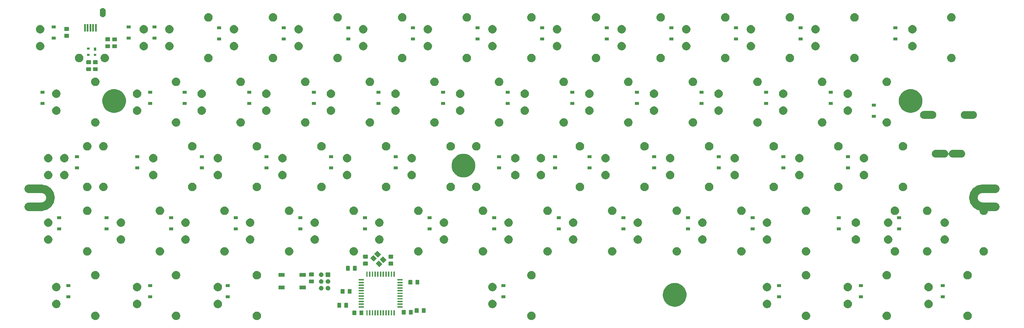
<source format=gbr>
G04 #@! TF.GenerationSoftware,KiCad,Pcbnew,(5.1.0)-1*
G04 #@! TF.CreationDate,2019-03-27T22:24:01+02:00*
G04 #@! TF.ProjectId,PROJECT,50524f4a-4543-4542-9e6b-696361645f70,rev?*
G04 #@! TF.SameCoordinates,Original*
G04 #@! TF.FileFunction,Soldermask,Bot*
G04 #@! TF.FilePolarity,Negative*
%FSLAX46Y46*%
G04 Gerber Fmt 4.6, Leading zero omitted, Abs format (unit mm)*
G04 Created by KiCad (PCBNEW (5.1.0)-1) date 2019-03-27 22:24:01*
%MOMM*%
%LPD*%
G04 APERTURE LIST*
%ADD10C,2.501900*%
%ADD11C,0.100000*%
G04 APERTURE END LIST*
D10*
X47999900Y-88053490D02*
X51799900Y-88053490D01*
X51799900Y-88053490D02*
G75*
G03X54450850Y-85402540I0J2650950D01*
G01*
X54450850Y-85402540D02*
G75*
G03X51799900Y-82751590I-2650950J0D01*
G01*
X47999900Y-82751590D02*
X51799900Y-82751590D01*
X329199900Y-88053490D02*
X333049900Y-88053490D01*
X329199900Y-88053490D02*
G75*
G02X326548950Y-85402540I0J2650950D01*
G01*
X326548950Y-85402540D02*
G75*
G02X329199900Y-82751590I2650950J0D01*
G01*
X329199900Y-82751590D02*
X332999900Y-82751590D01*
D11*
G36*
X325205170Y-119098964D02*
G01*
X325432655Y-119193192D01*
X325432657Y-119193193D01*
X325637388Y-119329990D01*
X325811498Y-119504100D01*
X325944400Y-119703001D01*
X325948296Y-119708833D01*
X326042524Y-119936318D01*
X326090560Y-120177812D01*
X326090560Y-120424044D01*
X326042524Y-120665538D01*
X325948296Y-120893023D01*
X325948295Y-120893025D01*
X325811498Y-121097756D01*
X325637388Y-121271866D01*
X325432657Y-121408663D01*
X325432656Y-121408664D01*
X325432655Y-121408664D01*
X325205170Y-121502892D01*
X324963676Y-121550928D01*
X324717444Y-121550928D01*
X324475950Y-121502892D01*
X324248465Y-121408664D01*
X324248464Y-121408664D01*
X324248463Y-121408663D01*
X324043732Y-121271866D01*
X323869622Y-121097756D01*
X323732825Y-120893025D01*
X323732824Y-120893023D01*
X323638596Y-120665538D01*
X323590560Y-120424044D01*
X323590560Y-120177812D01*
X323638596Y-119936318D01*
X323732824Y-119708833D01*
X323736721Y-119703001D01*
X323869622Y-119504100D01*
X324043732Y-119329990D01*
X324248463Y-119193193D01*
X324248465Y-119193192D01*
X324475950Y-119098964D01*
X324717444Y-119050928D01*
X324963676Y-119050928D01*
X325205170Y-119098964D01*
X325205170Y-119098964D01*
G37*
G36*
X301389970Y-119098964D02*
G01*
X301617455Y-119193192D01*
X301617457Y-119193193D01*
X301822188Y-119329990D01*
X301996298Y-119504100D01*
X302129200Y-119703001D01*
X302133096Y-119708833D01*
X302227324Y-119936318D01*
X302275360Y-120177812D01*
X302275360Y-120424044D01*
X302227324Y-120665538D01*
X302133096Y-120893023D01*
X302133095Y-120893025D01*
X301996298Y-121097756D01*
X301822188Y-121271866D01*
X301617457Y-121408663D01*
X301617456Y-121408664D01*
X301617455Y-121408664D01*
X301389970Y-121502892D01*
X301148476Y-121550928D01*
X300902244Y-121550928D01*
X300660750Y-121502892D01*
X300433265Y-121408664D01*
X300433264Y-121408664D01*
X300433263Y-121408663D01*
X300228532Y-121271866D01*
X300054422Y-121097756D01*
X299917625Y-120893025D01*
X299917624Y-120893023D01*
X299823396Y-120665538D01*
X299775360Y-120424044D01*
X299775360Y-120177812D01*
X299823396Y-119936318D01*
X299917624Y-119708833D01*
X299921521Y-119703001D01*
X300054422Y-119504100D01*
X300228532Y-119329990D01*
X300433263Y-119193193D01*
X300433265Y-119193192D01*
X300660750Y-119098964D01*
X300902244Y-119050928D01*
X301148476Y-119050928D01*
X301389970Y-119098964D01*
X301389970Y-119098964D01*
G37*
G36*
X277577470Y-119098964D02*
G01*
X277804955Y-119193192D01*
X277804957Y-119193193D01*
X278009688Y-119329990D01*
X278183798Y-119504100D01*
X278316700Y-119703001D01*
X278320596Y-119708833D01*
X278414824Y-119936318D01*
X278462860Y-120177812D01*
X278462860Y-120424044D01*
X278414824Y-120665538D01*
X278320596Y-120893023D01*
X278320595Y-120893025D01*
X278183798Y-121097756D01*
X278009688Y-121271866D01*
X277804957Y-121408663D01*
X277804956Y-121408664D01*
X277804955Y-121408664D01*
X277577470Y-121502892D01*
X277335976Y-121550928D01*
X277089744Y-121550928D01*
X276848250Y-121502892D01*
X276620765Y-121408664D01*
X276620764Y-121408664D01*
X276620763Y-121408663D01*
X276416032Y-121271866D01*
X276241922Y-121097756D01*
X276105125Y-120893025D01*
X276105124Y-120893023D01*
X276010896Y-120665538D01*
X275962860Y-120424044D01*
X275962860Y-120177812D01*
X276010896Y-119936318D01*
X276105124Y-119708833D01*
X276109021Y-119703001D01*
X276241922Y-119504100D01*
X276416032Y-119329990D01*
X276620763Y-119193193D01*
X276620765Y-119193192D01*
X276848250Y-119098964D01*
X277089744Y-119050928D01*
X277335976Y-119050928D01*
X277577470Y-119098964D01*
X277577470Y-119098964D01*
G37*
G36*
X115652470Y-119098964D02*
G01*
X115879955Y-119193192D01*
X115879957Y-119193193D01*
X116084688Y-119329990D01*
X116258798Y-119504100D01*
X116391700Y-119703001D01*
X116395596Y-119708833D01*
X116489824Y-119936318D01*
X116537860Y-120177812D01*
X116537860Y-120424044D01*
X116489824Y-120665538D01*
X116395596Y-120893023D01*
X116395595Y-120893025D01*
X116258798Y-121097756D01*
X116084688Y-121271866D01*
X115879957Y-121408663D01*
X115879956Y-121408664D01*
X115879955Y-121408664D01*
X115652470Y-121502892D01*
X115410976Y-121550928D01*
X115164744Y-121550928D01*
X114923250Y-121502892D01*
X114695765Y-121408664D01*
X114695764Y-121408664D01*
X114695763Y-121408663D01*
X114491032Y-121271866D01*
X114316922Y-121097756D01*
X114180125Y-120893025D01*
X114180124Y-120893023D01*
X114085896Y-120665538D01*
X114037860Y-120424044D01*
X114037860Y-120177812D01*
X114085896Y-119936318D01*
X114180124Y-119708833D01*
X114184021Y-119703001D01*
X114316922Y-119504100D01*
X114491032Y-119329990D01*
X114695763Y-119193193D01*
X114695765Y-119193192D01*
X114923250Y-119098964D01*
X115164744Y-119050928D01*
X115410976Y-119050928D01*
X115652470Y-119098964D01*
X115652470Y-119098964D01*
G37*
G36*
X91839970Y-119098964D02*
G01*
X92067455Y-119193192D01*
X92067457Y-119193193D01*
X92272188Y-119329990D01*
X92446298Y-119504100D01*
X92579200Y-119703001D01*
X92583096Y-119708833D01*
X92677324Y-119936318D01*
X92725360Y-120177812D01*
X92725360Y-120424044D01*
X92677324Y-120665538D01*
X92583096Y-120893023D01*
X92583095Y-120893025D01*
X92446298Y-121097756D01*
X92272188Y-121271866D01*
X92067457Y-121408663D01*
X92067456Y-121408664D01*
X92067455Y-121408664D01*
X91839970Y-121502892D01*
X91598476Y-121550928D01*
X91352244Y-121550928D01*
X91110750Y-121502892D01*
X90883265Y-121408664D01*
X90883264Y-121408664D01*
X90883263Y-121408663D01*
X90678532Y-121271866D01*
X90504422Y-121097756D01*
X90367625Y-120893025D01*
X90367624Y-120893023D01*
X90273396Y-120665538D01*
X90225360Y-120424044D01*
X90225360Y-120177812D01*
X90273396Y-119936318D01*
X90367624Y-119708833D01*
X90371521Y-119703001D01*
X90504422Y-119504100D01*
X90678532Y-119329990D01*
X90883263Y-119193193D01*
X90883265Y-119193192D01*
X91110750Y-119098964D01*
X91352244Y-119050928D01*
X91598476Y-119050928D01*
X91839970Y-119098964D01*
X91839970Y-119098964D01*
G37*
G36*
X68027470Y-119098964D02*
G01*
X68254955Y-119193192D01*
X68254957Y-119193193D01*
X68459688Y-119329990D01*
X68633798Y-119504100D01*
X68766700Y-119703001D01*
X68770596Y-119708833D01*
X68864824Y-119936318D01*
X68912860Y-120177812D01*
X68912860Y-120424044D01*
X68864824Y-120665538D01*
X68770596Y-120893023D01*
X68770595Y-120893025D01*
X68633798Y-121097756D01*
X68459688Y-121271866D01*
X68254957Y-121408663D01*
X68254956Y-121408664D01*
X68254955Y-121408664D01*
X68027470Y-121502892D01*
X67785976Y-121550928D01*
X67539744Y-121550928D01*
X67298250Y-121502892D01*
X67070765Y-121408664D01*
X67070764Y-121408664D01*
X67070763Y-121408663D01*
X66866032Y-121271866D01*
X66691922Y-121097756D01*
X66555125Y-120893025D01*
X66555124Y-120893023D01*
X66460896Y-120665538D01*
X66412860Y-120424044D01*
X66412860Y-120177812D01*
X66460896Y-119936318D01*
X66555124Y-119708833D01*
X66559021Y-119703001D01*
X66691922Y-119504100D01*
X66866032Y-119329990D01*
X67070763Y-119193193D01*
X67070765Y-119193192D01*
X67298250Y-119098964D01*
X67539744Y-119050928D01*
X67785976Y-119050928D01*
X68027470Y-119098964D01*
X68027470Y-119098964D01*
G37*
G36*
X196614970Y-119098964D02*
G01*
X196842455Y-119193192D01*
X196842457Y-119193193D01*
X197047188Y-119329990D01*
X197221298Y-119504100D01*
X197354200Y-119703001D01*
X197358096Y-119708833D01*
X197452324Y-119936318D01*
X197500360Y-120177812D01*
X197500360Y-120424044D01*
X197452324Y-120665538D01*
X197358096Y-120893023D01*
X197358095Y-120893025D01*
X197221298Y-121097756D01*
X197047188Y-121271866D01*
X196842457Y-121408663D01*
X196842456Y-121408664D01*
X196842455Y-121408664D01*
X196614970Y-121502892D01*
X196373476Y-121550928D01*
X196127244Y-121550928D01*
X195885750Y-121502892D01*
X195658265Y-121408664D01*
X195658264Y-121408664D01*
X195658263Y-121408663D01*
X195453532Y-121271866D01*
X195279422Y-121097756D01*
X195142625Y-120893025D01*
X195142624Y-120893023D01*
X195048396Y-120665538D01*
X195000360Y-120424044D01*
X195000360Y-120177812D01*
X195048396Y-119936318D01*
X195142624Y-119708833D01*
X195146521Y-119703001D01*
X195279422Y-119504100D01*
X195453532Y-119329990D01*
X195658263Y-119193193D01*
X195658265Y-119193192D01*
X195885750Y-119098964D01*
X196127244Y-119050928D01*
X196373476Y-119050928D01*
X196614970Y-119098964D01*
X196614970Y-119098964D01*
G37*
G36*
X154368500Y-120142000D02*
G01*
X153962100Y-120142000D01*
X153962100Y-118618000D01*
X154368500Y-118618000D01*
X154368500Y-120142000D01*
X154368500Y-120142000D01*
G37*
G36*
X153568400Y-120142000D02*
G01*
X153162000Y-120142000D01*
X153162000Y-118618000D01*
X153568400Y-118618000D01*
X153568400Y-120142000D01*
X153568400Y-120142000D01*
G37*
G36*
X152768300Y-120142000D02*
G01*
X152361900Y-120142000D01*
X152361900Y-118618000D01*
X152768300Y-118618000D01*
X152768300Y-120142000D01*
X152768300Y-120142000D01*
G37*
G36*
X147967700Y-120142000D02*
G01*
X147561300Y-120142000D01*
X147561300Y-118618000D01*
X147967700Y-118618000D01*
X147967700Y-120142000D01*
X147967700Y-120142000D01*
G37*
G36*
X148767800Y-120142000D02*
G01*
X148361400Y-120142000D01*
X148361400Y-118618000D01*
X148767800Y-118618000D01*
X148767800Y-120142000D01*
X148767800Y-120142000D01*
G37*
G36*
X149567900Y-120142000D02*
G01*
X149161500Y-120142000D01*
X149161500Y-118618000D01*
X149567900Y-118618000D01*
X149567900Y-120142000D01*
X149567900Y-120142000D01*
G37*
G36*
X150368000Y-120142000D02*
G01*
X149961600Y-120142000D01*
X149961600Y-118618000D01*
X150368000Y-118618000D01*
X150368000Y-120142000D01*
X150368000Y-120142000D01*
G37*
G36*
X151168100Y-120142000D02*
G01*
X150761700Y-120142000D01*
X150761700Y-118618000D01*
X151168100Y-118618000D01*
X151168100Y-120142000D01*
X151168100Y-120142000D01*
G37*
G36*
X151968200Y-120142000D02*
G01*
X151561800Y-120142000D01*
X151561800Y-118618000D01*
X151968200Y-118618000D01*
X151968200Y-120142000D01*
X151968200Y-120142000D01*
G37*
G36*
X155168600Y-120142000D02*
G01*
X154762200Y-120142000D01*
X154762200Y-118618000D01*
X155168600Y-118618000D01*
X155168600Y-120142000D01*
X155168600Y-120142000D01*
G37*
G36*
X155968700Y-120142000D02*
G01*
X155562300Y-120142000D01*
X155562300Y-118618000D01*
X155968700Y-118618000D01*
X155968700Y-120142000D01*
X155968700Y-120142000D01*
G37*
G36*
X144481322Y-118734839D02*
G01*
X144514857Y-118745012D01*
X144545756Y-118761528D01*
X144572843Y-118783757D01*
X144595072Y-118810844D01*
X144611588Y-118841743D01*
X144621761Y-118875278D01*
X144625800Y-118916287D01*
X144625800Y-119945313D01*
X144621761Y-119986322D01*
X144611588Y-120019857D01*
X144595072Y-120050756D01*
X144572843Y-120077843D01*
X144545756Y-120100072D01*
X144514857Y-120116588D01*
X144481322Y-120126761D01*
X144440313Y-120130800D01*
X143661287Y-120130800D01*
X143620278Y-120126761D01*
X143586743Y-120116588D01*
X143555844Y-120100072D01*
X143528757Y-120077843D01*
X143506528Y-120050756D01*
X143490012Y-120019857D01*
X143479839Y-119986322D01*
X143475800Y-119945313D01*
X143475800Y-118916287D01*
X143479839Y-118875278D01*
X143490012Y-118841743D01*
X143506528Y-118810844D01*
X143528757Y-118783757D01*
X143555844Y-118761528D01*
X143586743Y-118745012D01*
X143620278Y-118734839D01*
X143661287Y-118730800D01*
X144440313Y-118730800D01*
X144481322Y-118734839D01*
X144481322Y-118734839D01*
G37*
G36*
X146531322Y-118734839D02*
G01*
X146564857Y-118745012D01*
X146595756Y-118761528D01*
X146622843Y-118783757D01*
X146645072Y-118810844D01*
X146661588Y-118841743D01*
X146671761Y-118875278D01*
X146675800Y-118916287D01*
X146675800Y-119945313D01*
X146671761Y-119986322D01*
X146661588Y-120019857D01*
X146645072Y-120050756D01*
X146622843Y-120077843D01*
X146595756Y-120100072D01*
X146564857Y-120116588D01*
X146531322Y-120126761D01*
X146490313Y-120130800D01*
X145711287Y-120130800D01*
X145670278Y-120126761D01*
X145636743Y-120116588D01*
X145605844Y-120100072D01*
X145578757Y-120077843D01*
X145556528Y-120050756D01*
X145540012Y-120019857D01*
X145529839Y-119986322D01*
X145525800Y-119945313D01*
X145525800Y-118916287D01*
X145529839Y-118875278D01*
X145540012Y-118841743D01*
X145556528Y-118810844D01*
X145578757Y-118783757D01*
X145605844Y-118761528D01*
X145636743Y-118745012D01*
X145670278Y-118734839D01*
X145711287Y-118730800D01*
X146490313Y-118730800D01*
X146531322Y-118734839D01*
X146531322Y-118734839D01*
G37*
G36*
X159044522Y-118557039D02*
G01*
X159078057Y-118567212D01*
X159108956Y-118583728D01*
X159136043Y-118605957D01*
X159158272Y-118633044D01*
X159174788Y-118663943D01*
X159184961Y-118697478D01*
X159189000Y-118738487D01*
X159189000Y-119767513D01*
X159184961Y-119808522D01*
X159174788Y-119842057D01*
X159158272Y-119872956D01*
X159136043Y-119900043D01*
X159108956Y-119922272D01*
X159078057Y-119938788D01*
X159044522Y-119948961D01*
X159003513Y-119953000D01*
X158224487Y-119953000D01*
X158183478Y-119948961D01*
X158149943Y-119938788D01*
X158119044Y-119922272D01*
X158091957Y-119900043D01*
X158069728Y-119872956D01*
X158053212Y-119842057D01*
X158043039Y-119808522D01*
X158039000Y-119767513D01*
X158039000Y-118738487D01*
X158043039Y-118697478D01*
X158053212Y-118663943D01*
X158069728Y-118633044D01*
X158091957Y-118605957D01*
X158119044Y-118583728D01*
X158149943Y-118567212D01*
X158183478Y-118557039D01*
X158224487Y-118553000D01*
X159003513Y-118553000D01*
X159044522Y-118557039D01*
X159044522Y-118557039D01*
G37*
G36*
X161094522Y-118557039D02*
G01*
X161128057Y-118567212D01*
X161158956Y-118583728D01*
X161186043Y-118605957D01*
X161208272Y-118633044D01*
X161224788Y-118663943D01*
X161234961Y-118697478D01*
X161239000Y-118738487D01*
X161239000Y-119767513D01*
X161234961Y-119808522D01*
X161224788Y-119842057D01*
X161208272Y-119872956D01*
X161186043Y-119900043D01*
X161158956Y-119922272D01*
X161128057Y-119938788D01*
X161094522Y-119948961D01*
X161053513Y-119953000D01*
X160274487Y-119953000D01*
X160233478Y-119948961D01*
X160199943Y-119938788D01*
X160169044Y-119922272D01*
X160141957Y-119900043D01*
X160119728Y-119872956D01*
X160103212Y-119842057D01*
X160093039Y-119808522D01*
X160089000Y-119767513D01*
X160089000Y-118738487D01*
X160093039Y-118697478D01*
X160103212Y-118663943D01*
X160119728Y-118633044D01*
X160141957Y-118605957D01*
X160169044Y-118583728D01*
X160199943Y-118567212D01*
X160233478Y-118557039D01*
X160274487Y-118553000D01*
X161053513Y-118553000D01*
X161094522Y-118557039D01*
X161094522Y-118557039D01*
G37*
G36*
X164904522Y-118049039D02*
G01*
X164938057Y-118059212D01*
X164968956Y-118075728D01*
X164996043Y-118097957D01*
X165018272Y-118125044D01*
X165034788Y-118155943D01*
X165044961Y-118189478D01*
X165049000Y-118230487D01*
X165049000Y-119259513D01*
X165044961Y-119300522D01*
X165034788Y-119334057D01*
X165018272Y-119364956D01*
X164996043Y-119392043D01*
X164968956Y-119414272D01*
X164938057Y-119430788D01*
X164904522Y-119440961D01*
X164863513Y-119445000D01*
X164084487Y-119445000D01*
X164043478Y-119440961D01*
X164009943Y-119430788D01*
X163979044Y-119414272D01*
X163951957Y-119392043D01*
X163929728Y-119364956D01*
X163913212Y-119334057D01*
X163903039Y-119300522D01*
X163899000Y-119259513D01*
X163899000Y-118230487D01*
X163903039Y-118189478D01*
X163913212Y-118155943D01*
X163929728Y-118125044D01*
X163951957Y-118097957D01*
X163979044Y-118075728D01*
X164009943Y-118059212D01*
X164043478Y-118049039D01*
X164084487Y-118045000D01*
X164863513Y-118045000D01*
X164904522Y-118049039D01*
X164904522Y-118049039D01*
G37*
G36*
X162854522Y-118049039D02*
G01*
X162888057Y-118059212D01*
X162918956Y-118075728D01*
X162946043Y-118097957D01*
X162968272Y-118125044D01*
X162984788Y-118155943D01*
X162994961Y-118189478D01*
X162999000Y-118230487D01*
X162999000Y-119259513D01*
X162994961Y-119300522D01*
X162984788Y-119334057D01*
X162968272Y-119364956D01*
X162946043Y-119392043D01*
X162918956Y-119414272D01*
X162888057Y-119430788D01*
X162854522Y-119440961D01*
X162813513Y-119445000D01*
X162034487Y-119445000D01*
X161993478Y-119440961D01*
X161959943Y-119430788D01*
X161929044Y-119414272D01*
X161901957Y-119392043D01*
X161879728Y-119364956D01*
X161863212Y-119334057D01*
X161853039Y-119300522D01*
X161849000Y-119259513D01*
X161849000Y-118230487D01*
X161853039Y-118189478D01*
X161863212Y-118155943D01*
X161879728Y-118125044D01*
X161901957Y-118097957D01*
X161929044Y-118075728D01*
X161959943Y-118059212D01*
X161993478Y-118049039D01*
X162034487Y-118045000D01*
X162813513Y-118045000D01*
X162854522Y-118049039D01*
X162854522Y-118049039D01*
G37*
G36*
X266077470Y-115598976D02*
G01*
X266304955Y-115693204D01*
X266304957Y-115693205D01*
X266509688Y-115830002D01*
X266683798Y-116004112D01*
X266820596Y-116208845D01*
X266914824Y-116436330D01*
X266962860Y-116677824D01*
X266962860Y-116924056D01*
X266914824Y-117165550D01*
X266820596Y-117393035D01*
X266820595Y-117393037D01*
X266683798Y-117597768D01*
X266509688Y-117771878D01*
X266304957Y-117908675D01*
X266304956Y-117908676D01*
X266304955Y-117908676D01*
X266077470Y-118002904D01*
X265835976Y-118050940D01*
X265589744Y-118050940D01*
X265348250Y-118002904D01*
X265120765Y-117908676D01*
X265120764Y-117908676D01*
X265120763Y-117908675D01*
X264916032Y-117771878D01*
X264741922Y-117597768D01*
X264605125Y-117393037D01*
X264605124Y-117393035D01*
X264510896Y-117165550D01*
X264462860Y-116924056D01*
X264462860Y-116677824D01*
X264510896Y-116436330D01*
X264605124Y-116208845D01*
X264741922Y-116004112D01*
X264916032Y-115830002D01*
X265120763Y-115693205D01*
X265120765Y-115693204D01*
X265348250Y-115598976D01*
X265589744Y-115550940D01*
X265835976Y-115550940D01*
X266077470Y-115598976D01*
X266077470Y-115598976D01*
G37*
G36*
X104152470Y-115598976D02*
G01*
X104379955Y-115693204D01*
X104379957Y-115693205D01*
X104584688Y-115830002D01*
X104758798Y-116004112D01*
X104895596Y-116208845D01*
X104989824Y-116436330D01*
X105037860Y-116677824D01*
X105037860Y-116924056D01*
X104989824Y-117165550D01*
X104895596Y-117393035D01*
X104895595Y-117393037D01*
X104758798Y-117597768D01*
X104584688Y-117771878D01*
X104379957Y-117908675D01*
X104379956Y-117908676D01*
X104379955Y-117908676D01*
X104152470Y-118002904D01*
X103910976Y-118050940D01*
X103664744Y-118050940D01*
X103423250Y-118002904D01*
X103195765Y-117908676D01*
X103195764Y-117908676D01*
X103195763Y-117908675D01*
X102991032Y-117771878D01*
X102816922Y-117597768D01*
X102680125Y-117393037D01*
X102680124Y-117393035D01*
X102585896Y-117165550D01*
X102537860Y-116924056D01*
X102537860Y-116677824D01*
X102585896Y-116436330D01*
X102680124Y-116208845D01*
X102816922Y-116004112D01*
X102991032Y-115830002D01*
X103195763Y-115693205D01*
X103195765Y-115693204D01*
X103423250Y-115598976D01*
X103664744Y-115550940D01*
X103910976Y-115550940D01*
X104152470Y-115598976D01*
X104152470Y-115598976D01*
G37*
G36*
X313705170Y-115598976D02*
G01*
X313932655Y-115693204D01*
X313932657Y-115693205D01*
X314137388Y-115830002D01*
X314311498Y-116004112D01*
X314448296Y-116208845D01*
X314542524Y-116436330D01*
X314590560Y-116677824D01*
X314590560Y-116924056D01*
X314542524Y-117165550D01*
X314448296Y-117393035D01*
X314448295Y-117393037D01*
X314311498Y-117597768D01*
X314137388Y-117771878D01*
X313932657Y-117908675D01*
X313932656Y-117908676D01*
X313932655Y-117908676D01*
X313705170Y-118002904D01*
X313463676Y-118050940D01*
X313217444Y-118050940D01*
X312975950Y-118002904D01*
X312748465Y-117908676D01*
X312748464Y-117908676D01*
X312748463Y-117908675D01*
X312543732Y-117771878D01*
X312369622Y-117597768D01*
X312232825Y-117393037D01*
X312232824Y-117393035D01*
X312138596Y-117165550D01*
X312090560Y-116924056D01*
X312090560Y-116677824D01*
X312138596Y-116436330D01*
X312232824Y-116208845D01*
X312369622Y-116004112D01*
X312543732Y-115830002D01*
X312748463Y-115693205D01*
X312748465Y-115693204D01*
X312975950Y-115598976D01*
X313217444Y-115550940D01*
X313463676Y-115550940D01*
X313705170Y-115598976D01*
X313705170Y-115598976D01*
G37*
G36*
X56527470Y-115598976D02*
G01*
X56754955Y-115693204D01*
X56754957Y-115693205D01*
X56959688Y-115830002D01*
X57133798Y-116004112D01*
X57270596Y-116208845D01*
X57364824Y-116436330D01*
X57412860Y-116677824D01*
X57412860Y-116924056D01*
X57364824Y-117165550D01*
X57270596Y-117393035D01*
X57270595Y-117393037D01*
X57133798Y-117597768D01*
X56959688Y-117771878D01*
X56754957Y-117908675D01*
X56754956Y-117908676D01*
X56754955Y-117908676D01*
X56527470Y-118002904D01*
X56285976Y-118050940D01*
X56039744Y-118050940D01*
X55798250Y-118002904D01*
X55570765Y-117908676D01*
X55570764Y-117908676D01*
X55570763Y-117908675D01*
X55366032Y-117771878D01*
X55191922Y-117597768D01*
X55055125Y-117393037D01*
X55055124Y-117393035D01*
X54960896Y-117165550D01*
X54912860Y-116924056D01*
X54912860Y-116677824D01*
X54960896Y-116436330D01*
X55055124Y-116208845D01*
X55191922Y-116004112D01*
X55366032Y-115830002D01*
X55570763Y-115693205D01*
X55570765Y-115693204D01*
X55798250Y-115598976D01*
X56039744Y-115550940D01*
X56285976Y-115550940D01*
X56527470Y-115598976D01*
X56527470Y-115598976D01*
G37*
G36*
X289889970Y-115598976D02*
G01*
X290117455Y-115693204D01*
X290117457Y-115693205D01*
X290322188Y-115830002D01*
X290496298Y-116004112D01*
X290633096Y-116208845D01*
X290727324Y-116436330D01*
X290775360Y-116677824D01*
X290775360Y-116924056D01*
X290727324Y-117165550D01*
X290633096Y-117393035D01*
X290633095Y-117393037D01*
X290496298Y-117597768D01*
X290322188Y-117771878D01*
X290117457Y-117908675D01*
X290117456Y-117908676D01*
X290117455Y-117908676D01*
X289889970Y-118002904D01*
X289648476Y-118050940D01*
X289402244Y-118050940D01*
X289160750Y-118002904D01*
X288933265Y-117908676D01*
X288933264Y-117908676D01*
X288933263Y-117908675D01*
X288728532Y-117771878D01*
X288554422Y-117597768D01*
X288417625Y-117393037D01*
X288417624Y-117393035D01*
X288323396Y-117165550D01*
X288275360Y-116924056D01*
X288275360Y-116677824D01*
X288323396Y-116436330D01*
X288417624Y-116208845D01*
X288554422Y-116004112D01*
X288728532Y-115830002D01*
X288933263Y-115693205D01*
X288933265Y-115693204D01*
X289160750Y-115598976D01*
X289402244Y-115550940D01*
X289648476Y-115550940D01*
X289889970Y-115598976D01*
X289889970Y-115598976D01*
G37*
G36*
X80339970Y-115598976D02*
G01*
X80567455Y-115693204D01*
X80567457Y-115693205D01*
X80772188Y-115830002D01*
X80946298Y-116004112D01*
X81083096Y-116208845D01*
X81177324Y-116436330D01*
X81225360Y-116677824D01*
X81225360Y-116924056D01*
X81177324Y-117165550D01*
X81083096Y-117393035D01*
X81083095Y-117393037D01*
X80946298Y-117597768D01*
X80772188Y-117771878D01*
X80567457Y-117908675D01*
X80567456Y-117908676D01*
X80567455Y-117908676D01*
X80339970Y-118002904D01*
X80098476Y-118050940D01*
X79852244Y-118050940D01*
X79610750Y-118002904D01*
X79383265Y-117908676D01*
X79383264Y-117908676D01*
X79383263Y-117908675D01*
X79178532Y-117771878D01*
X79004422Y-117597768D01*
X78867625Y-117393037D01*
X78867624Y-117393035D01*
X78773396Y-117165550D01*
X78725360Y-116924056D01*
X78725360Y-116677824D01*
X78773396Y-116436330D01*
X78867624Y-116208845D01*
X79004422Y-116004112D01*
X79178532Y-115830002D01*
X79383263Y-115693205D01*
X79383265Y-115693204D01*
X79610750Y-115598976D01*
X79852244Y-115550940D01*
X80098476Y-115550940D01*
X80339970Y-115598976D01*
X80339970Y-115598976D01*
G37*
G36*
X185114970Y-115598976D02*
G01*
X185342455Y-115693204D01*
X185342457Y-115693205D01*
X185547188Y-115830002D01*
X185721298Y-116004112D01*
X185858096Y-116208845D01*
X185952324Y-116436330D01*
X186000360Y-116677824D01*
X186000360Y-116924056D01*
X185952324Y-117165550D01*
X185858096Y-117393035D01*
X185858095Y-117393037D01*
X185721298Y-117597768D01*
X185547188Y-117771878D01*
X185342457Y-117908675D01*
X185342456Y-117908676D01*
X185342455Y-117908676D01*
X185114970Y-118002904D01*
X184873476Y-118050940D01*
X184627244Y-118050940D01*
X184385750Y-118002904D01*
X184158265Y-117908676D01*
X184158264Y-117908676D01*
X184158263Y-117908675D01*
X183953532Y-117771878D01*
X183779422Y-117597768D01*
X183642625Y-117393037D01*
X183642624Y-117393035D01*
X183548396Y-117165550D01*
X183500360Y-116924056D01*
X183500360Y-116677824D01*
X183548396Y-116436330D01*
X183642624Y-116208845D01*
X183779422Y-116004112D01*
X183953532Y-115830002D01*
X184158263Y-115693205D01*
X184158265Y-115693204D01*
X184385750Y-115598976D01*
X184627244Y-115550940D01*
X184873476Y-115550940D01*
X185114970Y-115598976D01*
X185114970Y-115598976D01*
G37*
G36*
X142060922Y-116499639D02*
G01*
X142094457Y-116509812D01*
X142125356Y-116526328D01*
X142152443Y-116548557D01*
X142174672Y-116575644D01*
X142191188Y-116606543D01*
X142201361Y-116640078D01*
X142205400Y-116681087D01*
X142205400Y-117710113D01*
X142201361Y-117751122D01*
X142191188Y-117784657D01*
X142174672Y-117815556D01*
X142152443Y-117842643D01*
X142125356Y-117864872D01*
X142094457Y-117881388D01*
X142060922Y-117891561D01*
X142019913Y-117895600D01*
X141240887Y-117895600D01*
X141199878Y-117891561D01*
X141166343Y-117881388D01*
X141135444Y-117864872D01*
X141108357Y-117842643D01*
X141086128Y-117815556D01*
X141069612Y-117784657D01*
X141059439Y-117751122D01*
X141055400Y-117710113D01*
X141055400Y-116681087D01*
X141059439Y-116640078D01*
X141069612Y-116606543D01*
X141086128Y-116575644D01*
X141108357Y-116548557D01*
X141135444Y-116526328D01*
X141166343Y-116509812D01*
X141199878Y-116499639D01*
X141240887Y-116495600D01*
X142019913Y-116495600D01*
X142060922Y-116499639D01*
X142060922Y-116499639D01*
G37*
G36*
X140010922Y-116499639D02*
G01*
X140044457Y-116509812D01*
X140075356Y-116526328D01*
X140102443Y-116548557D01*
X140124672Y-116575644D01*
X140141188Y-116606543D01*
X140151361Y-116640078D01*
X140155400Y-116681087D01*
X140155400Y-117710113D01*
X140151361Y-117751122D01*
X140141188Y-117784657D01*
X140124672Y-117815556D01*
X140102443Y-117842643D01*
X140075356Y-117864872D01*
X140044457Y-117881388D01*
X140010922Y-117891561D01*
X139969913Y-117895600D01*
X139190887Y-117895600D01*
X139149878Y-117891561D01*
X139116343Y-117881388D01*
X139085444Y-117864872D01*
X139058357Y-117842643D01*
X139036128Y-117815556D01*
X139019612Y-117784657D01*
X139009439Y-117751122D01*
X139005400Y-117710113D01*
X139005400Y-116681087D01*
X139009439Y-116640078D01*
X139019612Y-116606543D01*
X139036128Y-116575644D01*
X139058357Y-116548557D01*
X139085444Y-116526328D01*
X139116343Y-116509812D01*
X139149878Y-116499639D01*
X139190887Y-116495600D01*
X139969913Y-116495600D01*
X140010922Y-116499639D01*
X140010922Y-116499639D01*
G37*
G36*
X146812000Y-117868700D02*
G01*
X145288000Y-117868700D01*
X145288000Y-117462300D01*
X146812000Y-117462300D01*
X146812000Y-117868700D01*
X146812000Y-117868700D01*
G37*
G36*
X158242000Y-117868700D02*
G01*
X156718000Y-117868700D01*
X156718000Y-117462300D01*
X158242000Y-117462300D01*
X158242000Y-117868700D01*
X158242000Y-117868700D01*
G37*
G36*
X238933546Y-110620106D02*
G01*
X239520847Y-110736927D01*
X240157829Y-111000774D01*
X240731097Y-111383819D01*
X241218621Y-111871343D01*
X241601666Y-112444611D01*
X241865513Y-113081593D01*
X241975855Y-113636322D01*
X241990029Y-113707577D01*
X242000020Y-113757808D01*
X242000020Y-114447272D01*
X241865513Y-115123487D01*
X241601666Y-115760469D01*
X241218621Y-116333737D01*
X240731097Y-116821261D01*
X240157829Y-117204306D01*
X239520847Y-117468153D01*
X238940859Y-117583519D01*
X238844633Y-117602660D01*
X238155167Y-117602660D01*
X238058941Y-117583519D01*
X237478953Y-117468153D01*
X236841971Y-117204306D01*
X236268703Y-116821261D01*
X235781179Y-116333737D01*
X235398134Y-115760469D01*
X235134287Y-115123487D01*
X234999780Y-114447272D01*
X234999780Y-113757808D01*
X235009772Y-113707577D01*
X235023945Y-113636322D01*
X235134287Y-113081593D01*
X235398134Y-112444611D01*
X235781179Y-111871343D01*
X236268703Y-111383819D01*
X236841971Y-111000774D01*
X237478953Y-110736927D01*
X238066254Y-110620106D01*
X238155167Y-110602420D01*
X238844633Y-110602420D01*
X238933546Y-110620106D01*
X238933546Y-110620106D01*
G37*
G36*
X146812000Y-117068600D02*
G01*
X145288000Y-117068600D01*
X145288000Y-116662200D01*
X146812000Y-116662200D01*
X146812000Y-117068600D01*
X146812000Y-117068600D01*
G37*
G36*
X158242000Y-117068600D02*
G01*
X156718000Y-117068600D01*
X156718000Y-116662200D01*
X158242000Y-116662200D01*
X158242000Y-117068600D01*
X158242000Y-117068600D01*
G37*
G36*
X158242000Y-116268500D02*
G01*
X156718000Y-116268500D01*
X156718000Y-115862100D01*
X158242000Y-115862100D01*
X158242000Y-116268500D01*
X158242000Y-116268500D01*
G37*
G36*
X146812000Y-116268500D02*
G01*
X145288000Y-116268500D01*
X145288000Y-115862100D01*
X146812000Y-115862100D01*
X146812000Y-116268500D01*
X146812000Y-116268500D01*
G37*
G36*
X158242000Y-115468400D02*
G01*
X156718000Y-115468400D01*
X156718000Y-115062000D01*
X158242000Y-115062000D01*
X158242000Y-115468400D01*
X158242000Y-115468400D01*
G37*
G36*
X146812000Y-115468400D02*
G01*
X145288000Y-115468400D01*
X145288000Y-115062000D01*
X146812000Y-115062000D01*
X146812000Y-115468400D01*
X146812000Y-115468400D01*
G37*
G36*
X269840000Y-115130000D02*
G01*
X268640000Y-115130000D01*
X268640000Y-114230000D01*
X269840000Y-114230000D01*
X269840000Y-115130000D01*
X269840000Y-115130000D01*
G37*
G36*
X84420000Y-115130000D02*
G01*
X83220000Y-115130000D01*
X83220000Y-114230000D01*
X84420000Y-114230000D01*
X84420000Y-115130000D01*
X84420000Y-115130000D01*
G37*
G36*
X188560000Y-115130000D02*
G01*
X187360000Y-115130000D01*
X187360000Y-114230000D01*
X188560000Y-114230000D01*
X188560000Y-115130000D01*
X188560000Y-115130000D01*
G37*
G36*
X107280000Y-115130000D02*
G01*
X106080000Y-115130000D01*
X106080000Y-114230000D01*
X107280000Y-114230000D01*
X107280000Y-115130000D01*
X107280000Y-115130000D01*
G37*
G36*
X318100000Y-115130000D02*
G01*
X316900000Y-115130000D01*
X316900000Y-114230000D01*
X318100000Y-114230000D01*
X318100000Y-115130000D01*
X318100000Y-115130000D01*
G37*
G36*
X293970000Y-115130000D02*
G01*
X292770000Y-115130000D01*
X292770000Y-114230000D01*
X293970000Y-114230000D01*
X293970000Y-115130000D01*
X293970000Y-115130000D01*
G37*
G36*
X60290000Y-115130000D02*
G01*
X59090000Y-115130000D01*
X59090000Y-114230000D01*
X60290000Y-114230000D01*
X60290000Y-115130000D01*
X60290000Y-115130000D01*
G37*
G36*
X146812000Y-114668300D02*
G01*
X145288000Y-114668300D01*
X145288000Y-114261900D01*
X146812000Y-114261900D01*
X146812000Y-114668300D01*
X146812000Y-114668300D01*
G37*
G36*
X158242000Y-114668300D02*
G01*
X156718000Y-114668300D01*
X156718000Y-114261900D01*
X158242000Y-114261900D01*
X158242000Y-114668300D01*
X158242000Y-114668300D01*
G37*
G36*
X146812000Y-113868200D02*
G01*
X145288000Y-113868200D01*
X145288000Y-113461800D01*
X146812000Y-113461800D01*
X146812000Y-113868200D01*
X146812000Y-113868200D01*
G37*
G36*
X158242000Y-113868200D02*
G01*
X156718000Y-113868200D01*
X156718000Y-113461800D01*
X158242000Y-113461800D01*
X158242000Y-113868200D01*
X158242000Y-113868200D01*
G37*
G36*
X143069522Y-112384839D02*
G01*
X143103057Y-112395012D01*
X143133956Y-112411528D01*
X143161043Y-112433757D01*
X143183272Y-112460844D01*
X143199788Y-112491743D01*
X143209961Y-112525278D01*
X143214000Y-112566287D01*
X143214000Y-113595313D01*
X143209961Y-113636322D01*
X143199788Y-113669857D01*
X143183272Y-113700756D01*
X143161043Y-113727843D01*
X143133956Y-113750072D01*
X143103057Y-113766588D01*
X143069522Y-113776761D01*
X143028513Y-113780800D01*
X142249487Y-113780800D01*
X142208478Y-113776761D01*
X142174943Y-113766588D01*
X142144044Y-113750072D01*
X142116957Y-113727843D01*
X142094728Y-113700756D01*
X142078212Y-113669857D01*
X142068039Y-113636322D01*
X142064000Y-113595313D01*
X142064000Y-112566287D01*
X142068039Y-112525278D01*
X142078212Y-112491743D01*
X142094728Y-112460844D01*
X142116957Y-112433757D01*
X142144044Y-112411528D01*
X142174943Y-112395012D01*
X142208478Y-112384839D01*
X142249487Y-112380800D01*
X143028513Y-112380800D01*
X143069522Y-112384839D01*
X143069522Y-112384839D01*
G37*
G36*
X141019522Y-112384839D02*
G01*
X141053057Y-112395012D01*
X141083956Y-112411528D01*
X141111043Y-112433757D01*
X141133272Y-112460844D01*
X141149788Y-112491743D01*
X141159961Y-112525278D01*
X141164000Y-112566287D01*
X141164000Y-113595313D01*
X141159961Y-113636322D01*
X141149788Y-113669857D01*
X141133272Y-113700756D01*
X141111043Y-113727843D01*
X141083956Y-113750072D01*
X141053057Y-113766588D01*
X141019522Y-113776761D01*
X140978513Y-113780800D01*
X140199487Y-113780800D01*
X140158478Y-113776761D01*
X140124943Y-113766588D01*
X140094044Y-113750072D01*
X140066957Y-113727843D01*
X140044728Y-113700756D01*
X140028212Y-113669857D01*
X140018039Y-113636322D01*
X140014000Y-113595313D01*
X140014000Y-112566287D01*
X140018039Y-112525278D01*
X140028212Y-112491743D01*
X140044728Y-112460844D01*
X140066957Y-112433757D01*
X140094044Y-112411528D01*
X140124943Y-112395012D01*
X140158478Y-112384839D01*
X140199487Y-112380800D01*
X140978513Y-112380800D01*
X141019522Y-112384839D01*
X141019522Y-112384839D01*
G37*
G36*
X158242000Y-113068100D02*
G01*
X156718000Y-113068100D01*
X156718000Y-112661700D01*
X158242000Y-112661700D01*
X158242000Y-113068100D01*
X158242000Y-113068100D01*
G37*
G36*
X146812000Y-113068100D02*
G01*
X145288000Y-113068100D01*
X145288000Y-112661700D01*
X146812000Y-112661700D01*
X146812000Y-113068100D01*
X146812000Y-113068100D01*
G37*
G36*
X56527470Y-110598976D02*
G01*
X56748113Y-110690370D01*
X56754957Y-110693205D01*
X56959688Y-110830002D01*
X57133798Y-111004112D01*
X57181632Y-111075700D01*
X57270596Y-111208845D01*
X57364824Y-111436330D01*
X57412860Y-111677824D01*
X57412860Y-111924056D01*
X57364824Y-112165550D01*
X57275664Y-112380800D01*
X57270595Y-112393037D01*
X57133798Y-112597768D01*
X56959688Y-112771878D01*
X56754957Y-112908675D01*
X56754956Y-112908676D01*
X56754955Y-112908676D01*
X56527470Y-113002904D01*
X56285976Y-113050940D01*
X56039744Y-113050940D01*
X55798250Y-113002904D01*
X55570765Y-112908676D01*
X55570764Y-112908676D01*
X55570763Y-112908675D01*
X55366032Y-112771878D01*
X55191922Y-112597768D01*
X55055125Y-112393037D01*
X55050056Y-112380800D01*
X54960896Y-112165550D01*
X54912860Y-111924056D01*
X54912860Y-111677824D01*
X54960896Y-111436330D01*
X55055124Y-111208845D01*
X55144089Y-111075700D01*
X55191922Y-111004112D01*
X55366032Y-110830002D01*
X55570763Y-110693205D01*
X55577607Y-110690370D01*
X55798250Y-110598976D01*
X56039744Y-110550940D01*
X56285976Y-110550940D01*
X56527470Y-110598976D01*
X56527470Y-110598976D01*
G37*
G36*
X313705170Y-110598976D02*
G01*
X313925813Y-110690370D01*
X313932657Y-110693205D01*
X314137388Y-110830002D01*
X314311498Y-111004112D01*
X314359332Y-111075700D01*
X314448296Y-111208845D01*
X314542524Y-111436330D01*
X314590560Y-111677824D01*
X314590560Y-111924056D01*
X314542524Y-112165550D01*
X314453364Y-112380800D01*
X314448295Y-112393037D01*
X314311498Y-112597768D01*
X314137388Y-112771878D01*
X313932657Y-112908675D01*
X313932656Y-112908676D01*
X313932655Y-112908676D01*
X313705170Y-113002904D01*
X313463676Y-113050940D01*
X313217444Y-113050940D01*
X312975950Y-113002904D01*
X312748465Y-112908676D01*
X312748464Y-112908676D01*
X312748463Y-112908675D01*
X312543732Y-112771878D01*
X312369622Y-112597768D01*
X312232825Y-112393037D01*
X312227756Y-112380800D01*
X312138596Y-112165550D01*
X312090560Y-111924056D01*
X312090560Y-111677824D01*
X312138596Y-111436330D01*
X312232824Y-111208845D01*
X312321789Y-111075700D01*
X312369622Y-111004112D01*
X312543732Y-110830002D01*
X312748463Y-110693205D01*
X312755307Y-110690370D01*
X312975950Y-110598976D01*
X313217444Y-110550940D01*
X313463676Y-110550940D01*
X313705170Y-110598976D01*
X313705170Y-110598976D01*
G37*
G36*
X80339970Y-110598976D02*
G01*
X80560613Y-110690370D01*
X80567457Y-110693205D01*
X80772188Y-110830002D01*
X80946298Y-111004112D01*
X80994132Y-111075700D01*
X81083096Y-111208845D01*
X81177324Y-111436330D01*
X81225360Y-111677824D01*
X81225360Y-111924056D01*
X81177324Y-112165550D01*
X81088164Y-112380800D01*
X81083095Y-112393037D01*
X80946298Y-112597768D01*
X80772188Y-112771878D01*
X80567457Y-112908675D01*
X80567456Y-112908676D01*
X80567455Y-112908676D01*
X80339970Y-113002904D01*
X80098476Y-113050940D01*
X79852244Y-113050940D01*
X79610750Y-113002904D01*
X79383265Y-112908676D01*
X79383264Y-112908676D01*
X79383263Y-112908675D01*
X79178532Y-112771878D01*
X79004422Y-112597768D01*
X78867625Y-112393037D01*
X78862556Y-112380800D01*
X78773396Y-112165550D01*
X78725360Y-111924056D01*
X78725360Y-111677824D01*
X78773396Y-111436330D01*
X78867624Y-111208845D01*
X78956589Y-111075700D01*
X79004422Y-111004112D01*
X79178532Y-110830002D01*
X79383263Y-110693205D01*
X79390107Y-110690370D01*
X79610750Y-110598976D01*
X79852244Y-110550940D01*
X80098476Y-110550940D01*
X80339970Y-110598976D01*
X80339970Y-110598976D01*
G37*
G36*
X104152470Y-110598976D02*
G01*
X104373113Y-110690370D01*
X104379957Y-110693205D01*
X104584688Y-110830002D01*
X104758798Y-111004112D01*
X104806632Y-111075700D01*
X104895596Y-111208845D01*
X104989824Y-111436330D01*
X105037860Y-111677824D01*
X105037860Y-111924056D01*
X104989824Y-112165550D01*
X104900664Y-112380800D01*
X104895595Y-112393037D01*
X104758798Y-112597768D01*
X104584688Y-112771878D01*
X104379957Y-112908675D01*
X104379956Y-112908676D01*
X104379955Y-112908676D01*
X104152470Y-113002904D01*
X103910976Y-113050940D01*
X103664744Y-113050940D01*
X103423250Y-113002904D01*
X103195765Y-112908676D01*
X103195764Y-112908676D01*
X103195763Y-112908675D01*
X102991032Y-112771878D01*
X102816922Y-112597768D01*
X102680125Y-112393037D01*
X102675056Y-112380800D01*
X102585896Y-112165550D01*
X102537860Y-111924056D01*
X102537860Y-111677824D01*
X102585896Y-111436330D01*
X102680124Y-111208845D01*
X102769089Y-111075700D01*
X102816922Y-111004112D01*
X102991032Y-110830002D01*
X103195763Y-110693205D01*
X103202607Y-110690370D01*
X103423250Y-110598976D01*
X103664744Y-110550940D01*
X103910976Y-110550940D01*
X104152470Y-110598976D01*
X104152470Y-110598976D01*
G37*
G36*
X185114970Y-110598976D02*
G01*
X185335613Y-110690370D01*
X185342457Y-110693205D01*
X185547188Y-110830002D01*
X185721298Y-111004112D01*
X185769132Y-111075700D01*
X185858096Y-111208845D01*
X185952324Y-111436330D01*
X186000360Y-111677824D01*
X186000360Y-111924056D01*
X185952324Y-112165550D01*
X185863164Y-112380800D01*
X185858095Y-112393037D01*
X185721298Y-112597768D01*
X185547188Y-112771878D01*
X185342457Y-112908675D01*
X185342456Y-112908676D01*
X185342455Y-112908676D01*
X185114970Y-113002904D01*
X184873476Y-113050940D01*
X184627244Y-113050940D01*
X184385750Y-113002904D01*
X184158265Y-112908676D01*
X184158264Y-112908676D01*
X184158263Y-112908675D01*
X183953532Y-112771878D01*
X183779422Y-112597768D01*
X183642625Y-112393037D01*
X183637556Y-112380800D01*
X183548396Y-112165550D01*
X183500360Y-111924056D01*
X183500360Y-111677824D01*
X183548396Y-111436330D01*
X183642624Y-111208845D01*
X183731589Y-111075700D01*
X183779422Y-111004112D01*
X183953532Y-110830002D01*
X184158263Y-110693205D01*
X184165107Y-110690370D01*
X184385750Y-110598976D01*
X184627244Y-110550940D01*
X184873476Y-110550940D01*
X185114970Y-110598976D01*
X185114970Y-110598976D01*
G37*
G36*
X266077470Y-110598976D02*
G01*
X266298113Y-110690370D01*
X266304957Y-110693205D01*
X266509688Y-110830002D01*
X266683798Y-111004112D01*
X266731632Y-111075700D01*
X266820596Y-111208845D01*
X266914824Y-111436330D01*
X266962860Y-111677824D01*
X266962860Y-111924056D01*
X266914824Y-112165550D01*
X266825664Y-112380800D01*
X266820595Y-112393037D01*
X266683798Y-112597768D01*
X266509688Y-112771878D01*
X266304957Y-112908675D01*
X266304956Y-112908676D01*
X266304955Y-112908676D01*
X266077470Y-113002904D01*
X265835976Y-113050940D01*
X265589744Y-113050940D01*
X265348250Y-113002904D01*
X265120765Y-112908676D01*
X265120764Y-112908676D01*
X265120763Y-112908675D01*
X264916032Y-112771878D01*
X264741922Y-112597768D01*
X264605125Y-112393037D01*
X264600056Y-112380800D01*
X264510896Y-112165550D01*
X264462860Y-111924056D01*
X264462860Y-111677824D01*
X264510896Y-111436330D01*
X264605124Y-111208845D01*
X264694089Y-111075700D01*
X264741922Y-111004112D01*
X264916032Y-110830002D01*
X265120763Y-110693205D01*
X265127607Y-110690370D01*
X265348250Y-110598976D01*
X265589744Y-110550940D01*
X265835976Y-110550940D01*
X266077470Y-110598976D01*
X266077470Y-110598976D01*
G37*
G36*
X289889970Y-110598976D02*
G01*
X290110613Y-110690370D01*
X290117457Y-110693205D01*
X290322188Y-110830002D01*
X290496298Y-111004112D01*
X290544132Y-111075700D01*
X290633096Y-111208845D01*
X290727324Y-111436330D01*
X290775360Y-111677824D01*
X290775360Y-111924056D01*
X290727324Y-112165550D01*
X290638164Y-112380800D01*
X290633095Y-112393037D01*
X290496298Y-112597768D01*
X290322188Y-112771878D01*
X290117457Y-112908675D01*
X290117456Y-112908676D01*
X290117455Y-112908676D01*
X289889970Y-113002904D01*
X289648476Y-113050940D01*
X289402244Y-113050940D01*
X289160750Y-113002904D01*
X288933265Y-112908676D01*
X288933264Y-112908676D01*
X288933263Y-112908675D01*
X288728532Y-112771878D01*
X288554422Y-112597768D01*
X288417625Y-112393037D01*
X288412556Y-112380800D01*
X288323396Y-112165550D01*
X288275360Y-111924056D01*
X288275360Y-111677824D01*
X288323396Y-111436330D01*
X288417624Y-111208845D01*
X288506589Y-111075700D01*
X288554422Y-111004112D01*
X288728532Y-110830002D01*
X288933263Y-110693205D01*
X288940107Y-110690370D01*
X289160750Y-110598976D01*
X289402244Y-110550940D01*
X289648476Y-110550940D01*
X289889970Y-110598976D01*
X289889970Y-110598976D01*
G37*
G36*
X136390623Y-111475267D02*
G01*
X136517861Y-111513864D01*
X136635124Y-111576542D01*
X136737906Y-111660894D01*
X136822258Y-111763676D01*
X136884936Y-111880939D01*
X136923533Y-112008177D01*
X136936566Y-112140500D01*
X136923533Y-112272823D01*
X136884936Y-112400061D01*
X136822258Y-112517324D01*
X136737906Y-112620106D01*
X136635124Y-112704458D01*
X136517861Y-112767136D01*
X136390623Y-112805733D01*
X136291459Y-112815500D01*
X136225141Y-112815500D01*
X136125977Y-112805733D01*
X135998739Y-112767136D01*
X135881476Y-112704458D01*
X135778694Y-112620106D01*
X135694342Y-112517324D01*
X135631664Y-112400061D01*
X135593067Y-112272823D01*
X135580034Y-112140500D01*
X135593067Y-112008177D01*
X135631664Y-111880939D01*
X135694342Y-111763676D01*
X135778694Y-111660894D01*
X135881476Y-111576542D01*
X135998739Y-111513864D01*
X136125977Y-111475267D01*
X136225141Y-111465500D01*
X136291459Y-111465500D01*
X136390623Y-111475267D01*
X136390623Y-111475267D01*
G37*
G36*
X134390623Y-111475267D02*
G01*
X134517861Y-111513864D01*
X134635124Y-111576542D01*
X134737906Y-111660894D01*
X134822258Y-111763676D01*
X134884936Y-111880939D01*
X134923533Y-112008177D01*
X134936566Y-112140500D01*
X134923533Y-112272823D01*
X134884936Y-112400061D01*
X134822258Y-112517324D01*
X134737906Y-112620106D01*
X134635124Y-112704458D01*
X134517861Y-112767136D01*
X134390623Y-112805733D01*
X134291459Y-112815500D01*
X134225141Y-112815500D01*
X134125977Y-112805733D01*
X133998739Y-112767136D01*
X133881476Y-112704458D01*
X133778694Y-112620106D01*
X133694342Y-112517324D01*
X133631664Y-112400061D01*
X133593067Y-112272823D01*
X133580034Y-112140500D01*
X133593067Y-112008177D01*
X133631664Y-111880939D01*
X133694342Y-111763676D01*
X133778694Y-111660894D01*
X133881476Y-111576542D01*
X133998739Y-111513864D01*
X134125977Y-111475267D01*
X134225141Y-111465500D01*
X134291459Y-111465500D01*
X134390623Y-111475267D01*
X134390623Y-111475267D01*
G37*
G36*
X123504600Y-112458200D02*
G01*
X121704600Y-112458200D01*
X121704600Y-111358200D01*
X123504600Y-111358200D01*
X123504600Y-112458200D01*
X123504600Y-112458200D01*
G37*
G36*
X129704600Y-112458200D02*
G01*
X127904600Y-112458200D01*
X127904600Y-111358200D01*
X129704600Y-111358200D01*
X129704600Y-112458200D01*
X129704600Y-112458200D01*
G37*
G36*
X158242000Y-112268000D02*
G01*
X156718000Y-112268000D01*
X156718000Y-111861600D01*
X158242000Y-111861600D01*
X158242000Y-112268000D01*
X158242000Y-112268000D01*
G37*
G36*
X146812000Y-112268000D02*
G01*
X145288000Y-112268000D01*
X145288000Y-111861600D01*
X146812000Y-111861600D01*
X146812000Y-112268000D01*
X146812000Y-112268000D01*
G37*
G36*
X60290000Y-111830000D02*
G01*
X59090000Y-111830000D01*
X59090000Y-110930000D01*
X60290000Y-110930000D01*
X60290000Y-111830000D01*
X60290000Y-111830000D01*
G37*
G36*
X84420000Y-111830000D02*
G01*
X83220000Y-111830000D01*
X83220000Y-110930000D01*
X84420000Y-110930000D01*
X84420000Y-111830000D01*
X84420000Y-111830000D01*
G37*
G36*
X107280000Y-111830000D02*
G01*
X106080000Y-111830000D01*
X106080000Y-110930000D01*
X107280000Y-110930000D01*
X107280000Y-111830000D01*
X107280000Y-111830000D01*
G37*
G36*
X188560000Y-111830000D02*
G01*
X187360000Y-111830000D01*
X187360000Y-110930000D01*
X188560000Y-110930000D01*
X188560000Y-111830000D01*
X188560000Y-111830000D01*
G37*
G36*
X269840000Y-111830000D02*
G01*
X268640000Y-111830000D01*
X268640000Y-110930000D01*
X269840000Y-110930000D01*
X269840000Y-111830000D01*
X269840000Y-111830000D01*
G37*
G36*
X293970000Y-111830000D02*
G01*
X292770000Y-111830000D01*
X292770000Y-110930000D01*
X293970000Y-110930000D01*
X293970000Y-111830000D01*
X293970000Y-111830000D01*
G37*
G36*
X318100000Y-111830000D02*
G01*
X316900000Y-111830000D01*
X316900000Y-110930000D01*
X318100000Y-110930000D01*
X318100000Y-111830000D01*
X318100000Y-111830000D01*
G37*
G36*
X146812000Y-111467900D02*
G01*
X145288000Y-111467900D01*
X145288000Y-111061500D01*
X146812000Y-111061500D01*
X146812000Y-111467900D01*
X146812000Y-111467900D01*
G37*
G36*
X158242000Y-111467900D02*
G01*
X156718000Y-111467900D01*
X156718000Y-111061500D01*
X158242000Y-111061500D01*
X158242000Y-111467900D01*
X158242000Y-111467900D01*
G37*
G36*
X161000322Y-109679739D02*
G01*
X161033857Y-109689912D01*
X161064756Y-109706428D01*
X161091843Y-109728657D01*
X161114072Y-109755744D01*
X161130588Y-109786643D01*
X161140761Y-109820178D01*
X161144800Y-109861187D01*
X161144800Y-110890213D01*
X161140761Y-110931222D01*
X161130588Y-110964757D01*
X161114072Y-110995656D01*
X161091843Y-111022743D01*
X161064756Y-111044972D01*
X161033857Y-111061488D01*
X161000322Y-111071661D01*
X160959313Y-111075700D01*
X160180287Y-111075700D01*
X160139278Y-111071661D01*
X160105743Y-111061488D01*
X160074844Y-111044972D01*
X160047757Y-111022743D01*
X160025528Y-110995656D01*
X160009012Y-110964757D01*
X159998839Y-110931222D01*
X159994800Y-110890213D01*
X159994800Y-109861187D01*
X159998839Y-109820178D01*
X160009012Y-109786643D01*
X160025528Y-109755744D01*
X160047757Y-109728657D01*
X160074844Y-109706428D01*
X160105743Y-109689912D01*
X160139278Y-109679739D01*
X160180287Y-109675700D01*
X160959313Y-109675700D01*
X161000322Y-109679739D01*
X161000322Y-109679739D01*
G37*
G36*
X163050322Y-109679739D02*
G01*
X163083857Y-109689912D01*
X163114756Y-109706428D01*
X163141843Y-109728657D01*
X163164072Y-109755744D01*
X163180588Y-109786643D01*
X163190761Y-109820178D01*
X163194800Y-109861187D01*
X163194800Y-110890213D01*
X163190761Y-110931222D01*
X163180588Y-110964757D01*
X163164072Y-110995656D01*
X163141843Y-111022743D01*
X163114756Y-111044972D01*
X163083857Y-111061488D01*
X163050322Y-111071661D01*
X163009313Y-111075700D01*
X162230287Y-111075700D01*
X162189278Y-111071661D01*
X162155743Y-111061488D01*
X162124844Y-111044972D01*
X162097757Y-111022743D01*
X162075528Y-110995656D01*
X162059012Y-110964757D01*
X162048839Y-110931222D01*
X162044800Y-110890213D01*
X162044800Y-109861187D01*
X162048839Y-109820178D01*
X162059012Y-109786643D01*
X162075528Y-109755744D01*
X162097757Y-109728657D01*
X162124844Y-109706428D01*
X162155743Y-109689912D01*
X162189278Y-109679739D01*
X162230287Y-109675700D01*
X163009313Y-109675700D01*
X163050322Y-109679739D01*
X163050322Y-109679739D01*
G37*
G36*
X136390623Y-109475267D02*
G01*
X136517861Y-109513864D01*
X136635124Y-109576542D01*
X136737906Y-109660894D01*
X136822258Y-109763676D01*
X136884936Y-109880939D01*
X136923533Y-110008177D01*
X136936566Y-110140500D01*
X136923533Y-110272823D01*
X136884936Y-110400061D01*
X136822258Y-110517324D01*
X136737906Y-110620106D01*
X136635124Y-110704458D01*
X136517861Y-110767136D01*
X136390623Y-110805733D01*
X136291459Y-110815500D01*
X136225141Y-110815500D01*
X136125977Y-110805733D01*
X135998739Y-110767136D01*
X135881476Y-110704458D01*
X135778694Y-110620106D01*
X135694342Y-110517324D01*
X135631664Y-110400061D01*
X135593067Y-110272823D01*
X135580034Y-110140500D01*
X135593067Y-110008177D01*
X135631664Y-109880939D01*
X135694342Y-109763676D01*
X135778694Y-109660894D01*
X135881476Y-109576542D01*
X135998739Y-109513864D01*
X136125977Y-109475267D01*
X136225141Y-109465500D01*
X136291459Y-109465500D01*
X136390623Y-109475267D01*
X136390623Y-109475267D01*
G37*
G36*
X134390623Y-109475267D02*
G01*
X134517861Y-109513864D01*
X134635124Y-109576542D01*
X134737906Y-109660894D01*
X134822258Y-109763676D01*
X134884936Y-109880939D01*
X134923533Y-110008177D01*
X134936566Y-110140500D01*
X134923533Y-110272823D01*
X134884936Y-110400061D01*
X134822258Y-110517324D01*
X134737906Y-110620106D01*
X134635124Y-110704458D01*
X134517861Y-110767136D01*
X134390623Y-110805733D01*
X134291459Y-110815500D01*
X134225141Y-110815500D01*
X134125977Y-110805733D01*
X133998739Y-110767136D01*
X133881476Y-110704458D01*
X133778694Y-110620106D01*
X133694342Y-110517324D01*
X133631664Y-110400061D01*
X133593067Y-110272823D01*
X133580034Y-110140500D01*
X133593067Y-110008177D01*
X133631664Y-109880939D01*
X133694342Y-109763676D01*
X133778694Y-109660894D01*
X133881476Y-109576542D01*
X133998739Y-109513864D01*
X134125977Y-109475267D01*
X134225141Y-109465500D01*
X134291459Y-109465500D01*
X134390623Y-109475267D01*
X134390623Y-109475267D01*
G37*
G36*
X131949722Y-109563439D02*
G01*
X131983257Y-109573612D01*
X132014156Y-109590128D01*
X132041243Y-109612357D01*
X132063472Y-109639444D01*
X132079988Y-109670343D01*
X132090161Y-109703878D01*
X132094200Y-109744885D01*
X132094200Y-110523913D01*
X132090161Y-110564922D01*
X132079988Y-110598457D01*
X132063472Y-110629356D01*
X132041243Y-110656443D01*
X132014156Y-110678672D01*
X131983257Y-110695188D01*
X131949722Y-110705361D01*
X131908713Y-110709400D01*
X130879687Y-110709400D01*
X130838678Y-110705361D01*
X130805143Y-110695188D01*
X130774244Y-110678672D01*
X130747157Y-110656443D01*
X130724928Y-110629356D01*
X130708412Y-110598457D01*
X130698239Y-110564922D01*
X130694200Y-110523913D01*
X130694200Y-109744885D01*
X130698239Y-109703878D01*
X130708412Y-109670343D01*
X130724928Y-109639444D01*
X130747157Y-109612357D01*
X130774244Y-109590128D01*
X130805143Y-109573612D01*
X130838678Y-109563439D01*
X130879687Y-109559400D01*
X131908713Y-109559400D01*
X131949722Y-109563439D01*
X131949722Y-109563439D01*
G37*
G36*
X158242000Y-110667800D02*
G01*
X156718000Y-110667800D01*
X156718000Y-110261400D01*
X158242000Y-110261400D01*
X158242000Y-110667800D01*
X158242000Y-110667800D01*
G37*
G36*
X146812000Y-110667800D02*
G01*
X145288000Y-110667800D01*
X145288000Y-110261400D01*
X146812000Y-110261400D01*
X146812000Y-110667800D01*
X146812000Y-110667800D01*
G37*
G36*
X158242000Y-109867700D02*
G01*
X156718000Y-109867700D01*
X156718000Y-109461300D01*
X158242000Y-109461300D01*
X158242000Y-109867700D01*
X158242000Y-109867700D01*
G37*
G36*
X146812000Y-109867700D02*
G01*
X145288000Y-109867700D01*
X145288000Y-109461300D01*
X146812000Y-109461300D01*
X146812000Y-109867700D01*
X146812000Y-109867700D01*
G37*
G36*
X115652470Y-107098988D02*
G01*
X115879955Y-107193216D01*
X115879957Y-107193217D01*
X116084688Y-107330014D01*
X116258798Y-107504124D01*
X116365443Y-107663729D01*
X116395596Y-107708857D01*
X116489824Y-107936342D01*
X116537860Y-108177836D01*
X116537860Y-108424068D01*
X116489824Y-108665562D01*
X116447750Y-108767136D01*
X116395595Y-108893049D01*
X116258798Y-109097780D01*
X116084688Y-109271890D01*
X115879957Y-109408687D01*
X115879956Y-109408688D01*
X115879955Y-109408688D01*
X115652470Y-109502916D01*
X115410976Y-109550952D01*
X115164744Y-109550952D01*
X114923250Y-109502916D01*
X114695765Y-109408688D01*
X114695764Y-109408688D01*
X114695763Y-109408687D01*
X114491032Y-109271890D01*
X114316922Y-109097780D01*
X114180125Y-108893049D01*
X114127970Y-108767136D01*
X114085896Y-108665562D01*
X114037860Y-108424068D01*
X114037860Y-108177836D01*
X114085896Y-107936342D01*
X114180124Y-107708857D01*
X114210278Y-107663729D01*
X114316922Y-107504124D01*
X114491032Y-107330014D01*
X114695763Y-107193217D01*
X114695765Y-107193216D01*
X114923250Y-107098988D01*
X115164744Y-107050952D01*
X115410976Y-107050952D01*
X115652470Y-107098988D01*
X115652470Y-107098988D01*
G37*
G36*
X68027470Y-107098988D02*
G01*
X68254955Y-107193216D01*
X68254957Y-107193217D01*
X68459688Y-107330014D01*
X68633798Y-107504124D01*
X68740443Y-107663729D01*
X68770596Y-107708857D01*
X68864824Y-107936342D01*
X68912860Y-108177836D01*
X68912860Y-108424068D01*
X68864824Y-108665562D01*
X68822750Y-108767136D01*
X68770595Y-108893049D01*
X68633798Y-109097780D01*
X68459688Y-109271890D01*
X68254957Y-109408687D01*
X68254956Y-109408688D01*
X68254955Y-109408688D01*
X68027470Y-109502916D01*
X67785976Y-109550952D01*
X67539744Y-109550952D01*
X67298250Y-109502916D01*
X67070765Y-109408688D01*
X67070764Y-109408688D01*
X67070763Y-109408687D01*
X66866032Y-109271890D01*
X66691922Y-109097780D01*
X66555125Y-108893049D01*
X66502970Y-108767136D01*
X66460896Y-108665562D01*
X66412860Y-108424068D01*
X66412860Y-108177836D01*
X66460896Y-107936342D01*
X66555124Y-107708857D01*
X66585278Y-107663729D01*
X66691922Y-107504124D01*
X66866032Y-107330014D01*
X67070763Y-107193217D01*
X67070765Y-107193216D01*
X67298250Y-107098988D01*
X67539744Y-107050952D01*
X67785976Y-107050952D01*
X68027470Y-107098988D01*
X68027470Y-107098988D01*
G37*
G36*
X301389970Y-107098988D02*
G01*
X301617455Y-107193216D01*
X301617457Y-107193217D01*
X301822188Y-107330014D01*
X301996298Y-107504124D01*
X302102943Y-107663729D01*
X302133096Y-107708857D01*
X302227324Y-107936342D01*
X302275360Y-108177836D01*
X302275360Y-108424068D01*
X302227324Y-108665562D01*
X302185250Y-108767136D01*
X302133095Y-108893049D01*
X301996298Y-109097780D01*
X301822188Y-109271890D01*
X301617457Y-109408687D01*
X301617456Y-109408688D01*
X301617455Y-109408688D01*
X301389970Y-109502916D01*
X301148476Y-109550952D01*
X300902244Y-109550952D01*
X300660750Y-109502916D01*
X300433265Y-109408688D01*
X300433264Y-109408688D01*
X300433263Y-109408687D01*
X300228532Y-109271890D01*
X300054422Y-109097780D01*
X299917625Y-108893049D01*
X299865470Y-108767136D01*
X299823396Y-108665562D01*
X299775360Y-108424068D01*
X299775360Y-108177836D01*
X299823396Y-107936342D01*
X299917624Y-107708857D01*
X299947778Y-107663729D01*
X300054422Y-107504124D01*
X300228532Y-107330014D01*
X300433263Y-107193217D01*
X300433265Y-107193216D01*
X300660750Y-107098988D01*
X300902244Y-107050952D01*
X301148476Y-107050952D01*
X301389970Y-107098988D01*
X301389970Y-107098988D01*
G37*
G36*
X91839970Y-107098988D02*
G01*
X92067455Y-107193216D01*
X92067457Y-107193217D01*
X92272188Y-107330014D01*
X92446298Y-107504124D01*
X92552943Y-107663729D01*
X92583096Y-107708857D01*
X92677324Y-107936342D01*
X92725360Y-108177836D01*
X92725360Y-108424068D01*
X92677324Y-108665562D01*
X92635250Y-108767136D01*
X92583095Y-108893049D01*
X92446298Y-109097780D01*
X92272188Y-109271890D01*
X92067457Y-109408687D01*
X92067456Y-109408688D01*
X92067455Y-109408688D01*
X91839970Y-109502916D01*
X91598476Y-109550952D01*
X91352244Y-109550952D01*
X91110750Y-109502916D01*
X90883265Y-109408688D01*
X90883264Y-109408688D01*
X90883263Y-109408687D01*
X90678532Y-109271890D01*
X90504422Y-109097780D01*
X90367625Y-108893049D01*
X90315470Y-108767136D01*
X90273396Y-108665562D01*
X90225360Y-108424068D01*
X90225360Y-108177836D01*
X90273396Y-107936342D01*
X90367624Y-107708857D01*
X90397778Y-107663729D01*
X90504422Y-107504124D01*
X90678532Y-107330014D01*
X90883263Y-107193217D01*
X90883265Y-107193216D01*
X91110750Y-107098988D01*
X91352244Y-107050952D01*
X91598476Y-107050952D01*
X91839970Y-107098988D01*
X91839970Y-107098988D01*
G37*
G36*
X325205170Y-107098988D02*
G01*
X325432655Y-107193216D01*
X325432657Y-107193217D01*
X325637388Y-107330014D01*
X325811498Y-107504124D01*
X325918143Y-107663729D01*
X325948296Y-107708857D01*
X326042524Y-107936342D01*
X326090560Y-108177836D01*
X326090560Y-108424068D01*
X326042524Y-108665562D01*
X326000450Y-108767136D01*
X325948295Y-108893049D01*
X325811498Y-109097780D01*
X325637388Y-109271890D01*
X325432657Y-109408687D01*
X325432656Y-109408688D01*
X325432655Y-109408688D01*
X325205170Y-109502916D01*
X324963676Y-109550952D01*
X324717444Y-109550952D01*
X324475950Y-109502916D01*
X324248465Y-109408688D01*
X324248464Y-109408688D01*
X324248463Y-109408687D01*
X324043732Y-109271890D01*
X323869622Y-109097780D01*
X323732825Y-108893049D01*
X323680670Y-108767136D01*
X323638596Y-108665562D01*
X323590560Y-108424068D01*
X323590560Y-108177836D01*
X323638596Y-107936342D01*
X323732824Y-107708857D01*
X323762978Y-107663729D01*
X323869622Y-107504124D01*
X324043732Y-107330014D01*
X324248463Y-107193217D01*
X324248465Y-107193216D01*
X324475950Y-107098988D01*
X324717444Y-107050952D01*
X324963676Y-107050952D01*
X325205170Y-107098988D01*
X325205170Y-107098988D01*
G37*
G36*
X277577470Y-107098988D02*
G01*
X277804955Y-107193216D01*
X277804957Y-107193217D01*
X278009688Y-107330014D01*
X278183798Y-107504124D01*
X278290443Y-107663729D01*
X278320596Y-107708857D01*
X278414824Y-107936342D01*
X278462860Y-108177836D01*
X278462860Y-108424068D01*
X278414824Y-108665562D01*
X278372750Y-108767136D01*
X278320595Y-108893049D01*
X278183798Y-109097780D01*
X278009688Y-109271890D01*
X277804957Y-109408687D01*
X277804956Y-109408688D01*
X277804955Y-109408688D01*
X277577470Y-109502916D01*
X277335976Y-109550952D01*
X277089744Y-109550952D01*
X276848250Y-109502916D01*
X276620765Y-109408688D01*
X276620764Y-109408688D01*
X276620763Y-109408687D01*
X276416032Y-109271890D01*
X276241922Y-109097780D01*
X276105125Y-108893049D01*
X276052970Y-108767136D01*
X276010896Y-108665562D01*
X275962860Y-108424068D01*
X275962860Y-108177836D01*
X276010896Y-107936342D01*
X276105124Y-107708857D01*
X276135278Y-107663729D01*
X276241922Y-107504124D01*
X276416032Y-107330014D01*
X276620763Y-107193217D01*
X276620765Y-107193216D01*
X276848250Y-107098988D01*
X277089744Y-107050952D01*
X277335976Y-107050952D01*
X277577470Y-107098988D01*
X277577470Y-107098988D01*
G37*
G36*
X196614970Y-107098988D02*
G01*
X196842455Y-107193216D01*
X196842457Y-107193217D01*
X197047188Y-107330014D01*
X197221298Y-107504124D01*
X197327943Y-107663729D01*
X197358096Y-107708857D01*
X197452324Y-107936342D01*
X197500360Y-108177836D01*
X197500360Y-108424068D01*
X197452324Y-108665562D01*
X197410250Y-108767136D01*
X197358095Y-108893049D01*
X197221298Y-109097780D01*
X197047188Y-109271890D01*
X196842457Y-109408687D01*
X196842456Y-109408688D01*
X196842455Y-109408688D01*
X196614970Y-109502916D01*
X196373476Y-109550952D01*
X196127244Y-109550952D01*
X195885750Y-109502916D01*
X195658265Y-109408688D01*
X195658264Y-109408688D01*
X195658263Y-109408687D01*
X195453532Y-109271890D01*
X195279422Y-109097780D01*
X195142625Y-108893049D01*
X195090470Y-108767136D01*
X195048396Y-108665562D01*
X195000360Y-108424068D01*
X195000360Y-108177836D01*
X195048396Y-107936342D01*
X195142624Y-107708857D01*
X195172778Y-107663729D01*
X195279422Y-107504124D01*
X195453532Y-107330014D01*
X195658263Y-107193217D01*
X195658265Y-107193216D01*
X195885750Y-107098988D01*
X196127244Y-107050952D01*
X196373476Y-107050952D01*
X196614970Y-107098988D01*
X196614970Y-107098988D01*
G37*
G36*
X134390623Y-107475267D02*
G01*
X134517861Y-107513864D01*
X134635124Y-107576542D01*
X134737906Y-107660894D01*
X134822258Y-107763676D01*
X134884936Y-107880939D01*
X134923533Y-108008177D01*
X134936566Y-108140500D01*
X134923533Y-108272823D01*
X134884936Y-108400061D01*
X134822258Y-108517324D01*
X134737906Y-108620106D01*
X134635124Y-108704458D01*
X134517861Y-108767136D01*
X134390623Y-108805733D01*
X134291459Y-108815500D01*
X134225141Y-108815500D01*
X134125977Y-108805733D01*
X133998739Y-108767136D01*
X133881476Y-108704458D01*
X133778694Y-108620106D01*
X133694342Y-108517324D01*
X133631664Y-108400061D01*
X133593067Y-108272823D01*
X133580034Y-108140500D01*
X133593067Y-108008177D01*
X133631664Y-107880939D01*
X133694342Y-107763676D01*
X133778694Y-107660894D01*
X133881476Y-107576542D01*
X133998739Y-107513864D01*
X134125977Y-107475267D01*
X134225141Y-107465500D01*
X134291459Y-107465500D01*
X134390623Y-107475267D01*
X134390623Y-107475267D01*
G37*
G36*
X136933300Y-108815500D02*
G01*
X135583300Y-108815500D01*
X135583300Y-107465500D01*
X136933300Y-107465500D01*
X136933300Y-108815500D01*
X136933300Y-108815500D01*
G37*
G36*
X129704600Y-108758200D02*
G01*
X127904600Y-108758200D01*
X127904600Y-107658200D01*
X129704600Y-107658200D01*
X129704600Y-108758200D01*
X129704600Y-108758200D01*
G37*
G36*
X123504600Y-108758200D02*
G01*
X121704600Y-108758200D01*
X121704600Y-107658200D01*
X123504600Y-107658200D01*
X123504600Y-108758200D01*
X123504600Y-108758200D01*
G37*
G36*
X152768300Y-108712000D02*
G01*
X152361900Y-108712000D01*
X152361900Y-107188000D01*
X152768300Y-107188000D01*
X152768300Y-108712000D01*
X152768300Y-108712000D01*
G37*
G36*
X155968700Y-108712000D02*
G01*
X155562300Y-108712000D01*
X155562300Y-107188000D01*
X155968700Y-107188000D01*
X155968700Y-108712000D01*
X155968700Y-108712000D01*
G37*
G36*
X147967700Y-108712000D02*
G01*
X147561300Y-108712000D01*
X147561300Y-107188000D01*
X147967700Y-107188000D01*
X147967700Y-108712000D01*
X147967700Y-108712000D01*
G37*
G36*
X148767800Y-108712000D02*
G01*
X148361400Y-108712000D01*
X148361400Y-107188000D01*
X148767800Y-107188000D01*
X148767800Y-108712000D01*
X148767800Y-108712000D01*
G37*
G36*
X149567900Y-108712000D02*
G01*
X149161500Y-108712000D01*
X149161500Y-107188000D01*
X149567900Y-107188000D01*
X149567900Y-108712000D01*
X149567900Y-108712000D01*
G37*
G36*
X150368000Y-108712000D02*
G01*
X149961600Y-108712000D01*
X149961600Y-107188000D01*
X150368000Y-107188000D01*
X150368000Y-108712000D01*
X150368000Y-108712000D01*
G37*
G36*
X153568400Y-108712000D02*
G01*
X153162000Y-108712000D01*
X153162000Y-107188000D01*
X153568400Y-107188000D01*
X153568400Y-108712000D01*
X153568400Y-108712000D01*
G37*
G36*
X154368500Y-108712000D02*
G01*
X153962100Y-108712000D01*
X153962100Y-107188000D01*
X154368500Y-107188000D01*
X154368500Y-108712000D01*
X154368500Y-108712000D01*
G37*
G36*
X155168600Y-108712000D02*
G01*
X154762200Y-108712000D01*
X154762200Y-107188000D01*
X155168600Y-107188000D01*
X155168600Y-108712000D01*
X155168600Y-108712000D01*
G37*
G36*
X151168100Y-108712000D02*
G01*
X150761700Y-108712000D01*
X150761700Y-107188000D01*
X151168100Y-107188000D01*
X151168100Y-108712000D01*
X151168100Y-108712000D01*
G37*
G36*
X151968200Y-108712000D02*
G01*
X151561800Y-108712000D01*
X151561800Y-107188000D01*
X151968200Y-107188000D01*
X151968200Y-108712000D01*
X151968200Y-108712000D01*
G37*
G36*
X131949722Y-107513439D02*
G01*
X131983257Y-107523612D01*
X132014156Y-107540128D01*
X132041243Y-107562357D01*
X132063472Y-107589444D01*
X132079988Y-107620343D01*
X132090161Y-107653878D01*
X132094200Y-107694887D01*
X132094200Y-108473913D01*
X132090161Y-108514922D01*
X132079988Y-108548457D01*
X132063472Y-108579356D01*
X132041243Y-108606443D01*
X132014156Y-108628672D01*
X131983257Y-108645188D01*
X131949722Y-108655361D01*
X131908713Y-108659400D01*
X130879687Y-108659400D01*
X130838678Y-108655361D01*
X130805143Y-108645188D01*
X130774244Y-108628672D01*
X130747157Y-108606443D01*
X130724928Y-108579356D01*
X130708412Y-108548457D01*
X130698239Y-108514922D01*
X130694200Y-108473913D01*
X130694200Y-107694887D01*
X130698239Y-107653878D01*
X130708412Y-107620343D01*
X130724928Y-107589444D01*
X130747157Y-107562357D01*
X130774244Y-107540128D01*
X130805143Y-107523612D01*
X130838678Y-107513439D01*
X130879687Y-107509400D01*
X131908713Y-107509400D01*
X131949722Y-107513439D01*
X131949722Y-107513439D01*
G37*
G36*
X144609922Y-105552239D02*
G01*
X144643457Y-105562412D01*
X144674356Y-105578928D01*
X144701443Y-105601157D01*
X144723672Y-105628244D01*
X144740188Y-105659143D01*
X144750361Y-105692678D01*
X144754400Y-105733687D01*
X144754400Y-106762713D01*
X144750361Y-106803722D01*
X144740188Y-106837257D01*
X144723672Y-106868156D01*
X144701443Y-106895243D01*
X144674356Y-106917472D01*
X144643457Y-106933988D01*
X144609922Y-106944161D01*
X144568913Y-106948200D01*
X143789887Y-106948200D01*
X143748878Y-106944161D01*
X143715343Y-106933988D01*
X143684444Y-106917472D01*
X143657357Y-106895243D01*
X143635128Y-106868156D01*
X143618612Y-106837257D01*
X143608439Y-106803722D01*
X143604400Y-106762713D01*
X143604400Y-105733687D01*
X143608439Y-105692678D01*
X143618612Y-105659143D01*
X143635128Y-105628244D01*
X143657357Y-105601157D01*
X143684444Y-105578928D01*
X143715343Y-105562412D01*
X143748878Y-105552239D01*
X143789887Y-105548200D01*
X144568913Y-105548200D01*
X144609922Y-105552239D01*
X144609922Y-105552239D01*
G37*
G36*
X142559922Y-105552239D02*
G01*
X142593457Y-105562412D01*
X142624356Y-105578928D01*
X142651443Y-105601157D01*
X142673672Y-105628244D01*
X142690188Y-105659143D01*
X142700361Y-105692678D01*
X142704400Y-105733687D01*
X142704400Y-106762713D01*
X142700361Y-106803722D01*
X142690188Y-106837257D01*
X142673672Y-106868156D01*
X142651443Y-106895243D01*
X142624356Y-106917472D01*
X142593457Y-106933988D01*
X142559922Y-106944161D01*
X142518913Y-106948200D01*
X141739887Y-106948200D01*
X141698878Y-106944161D01*
X141665343Y-106933988D01*
X141634444Y-106917472D01*
X141607357Y-106895243D01*
X141585128Y-106868156D01*
X141568612Y-106837257D01*
X141558439Y-106803722D01*
X141554400Y-106762713D01*
X141554400Y-105733687D01*
X141558439Y-105692678D01*
X141568612Y-105659143D01*
X141585128Y-105628244D01*
X141607357Y-105601157D01*
X141634444Y-105578928D01*
X141665343Y-105562412D01*
X141698878Y-105552239D01*
X141739887Y-105548200D01*
X142518913Y-105548200D01*
X142559922Y-105552239D01*
X142559922Y-105552239D01*
G37*
G36*
X152306681Y-104989925D02*
G01*
X151387443Y-105909163D01*
X150326783Y-104848503D01*
X151246021Y-103929265D01*
X152306681Y-104989925D01*
X152306681Y-104989925D01*
G37*
G36*
X155343562Y-104301928D02*
G01*
X155376996Y-104312070D01*
X155407799Y-104328535D01*
X155434803Y-104350697D01*
X155456965Y-104377701D01*
X155473430Y-104408504D01*
X155483572Y-104441938D01*
X155487600Y-104482838D01*
X155487600Y-105262962D01*
X155483572Y-105303862D01*
X155473430Y-105337296D01*
X155456965Y-105368099D01*
X155434803Y-105395103D01*
X155407799Y-105417265D01*
X155376996Y-105433730D01*
X155343562Y-105443872D01*
X155302662Y-105447900D01*
X154272538Y-105447900D01*
X154231638Y-105443872D01*
X154198204Y-105433730D01*
X154167401Y-105417265D01*
X154140397Y-105395103D01*
X154118235Y-105368099D01*
X154101770Y-105337296D01*
X154091628Y-105303862D01*
X154087600Y-105262962D01*
X154087600Y-104482838D01*
X154091628Y-104441938D01*
X154101770Y-104408504D01*
X154118235Y-104377701D01*
X154140397Y-104350697D01*
X154167401Y-104328535D01*
X154198204Y-104312070D01*
X154231638Y-104301928D01*
X154272538Y-104297900D01*
X155302662Y-104297900D01*
X155343562Y-104301928D01*
X155343562Y-104301928D01*
G37*
G36*
X147863262Y-104292928D02*
G01*
X147896696Y-104303070D01*
X147927499Y-104319535D01*
X147954503Y-104341697D01*
X147976665Y-104368701D01*
X147993130Y-104399504D01*
X148003272Y-104432938D01*
X148007300Y-104473838D01*
X148007300Y-105253962D01*
X148003272Y-105294862D01*
X147993130Y-105328296D01*
X147976665Y-105359099D01*
X147954503Y-105386103D01*
X147927499Y-105408265D01*
X147896696Y-105424730D01*
X147863262Y-105434872D01*
X147822362Y-105438900D01*
X146792238Y-105438900D01*
X146751338Y-105434872D01*
X146717904Y-105424730D01*
X146687101Y-105408265D01*
X146660097Y-105386103D01*
X146637935Y-105359099D01*
X146621470Y-105328296D01*
X146611328Y-105294862D01*
X146607300Y-105253962D01*
X146607300Y-104473838D01*
X146611328Y-104432938D01*
X146621470Y-104399504D01*
X146637935Y-104368701D01*
X146660097Y-104341697D01*
X146687101Y-104319535D01*
X146717904Y-104303070D01*
X146751338Y-104292928D01*
X146792238Y-104288900D01*
X147822362Y-104288900D01*
X147863262Y-104292928D01*
X147863262Y-104292928D01*
G37*
G36*
X153508763Y-103787843D02*
G01*
X152589525Y-104707081D01*
X151528865Y-103646421D01*
X152448103Y-102727183D01*
X153508763Y-103787843D01*
X153508763Y-103787843D01*
G37*
G36*
X150680335Y-103363579D02*
G01*
X149761097Y-104282817D01*
X148700437Y-103222157D01*
X149619675Y-102302919D01*
X150680335Y-103363579D01*
X150680335Y-103363579D01*
G37*
G36*
X155343122Y-102251939D02*
G01*
X155376657Y-102262112D01*
X155407556Y-102278628D01*
X155434643Y-102300857D01*
X155456872Y-102327944D01*
X155473388Y-102358843D01*
X155483561Y-102392378D01*
X155487600Y-102433387D01*
X155487600Y-103212413D01*
X155483561Y-103253422D01*
X155473388Y-103286957D01*
X155456872Y-103317856D01*
X155434643Y-103344943D01*
X155407556Y-103367172D01*
X155376657Y-103383688D01*
X155343122Y-103393861D01*
X155302113Y-103397900D01*
X154273087Y-103397900D01*
X154232078Y-103393861D01*
X154198543Y-103383688D01*
X154167644Y-103367172D01*
X154140557Y-103344943D01*
X154118328Y-103317856D01*
X154101812Y-103286957D01*
X154091639Y-103253422D01*
X154087600Y-103212413D01*
X154087600Y-102433387D01*
X154091639Y-102392378D01*
X154101812Y-102358843D01*
X154118328Y-102327944D01*
X154140557Y-102300857D01*
X154167644Y-102278628D01*
X154198543Y-102262112D01*
X154232078Y-102251939D01*
X154273087Y-102247900D01*
X155302113Y-102247900D01*
X155343122Y-102251939D01*
X155343122Y-102251939D01*
G37*
G36*
X147862822Y-102242939D02*
G01*
X147896357Y-102253112D01*
X147927256Y-102269628D01*
X147954343Y-102291857D01*
X147976572Y-102318944D01*
X147993088Y-102349843D01*
X148003261Y-102383378D01*
X148007300Y-102424387D01*
X148007300Y-103203413D01*
X148003261Y-103244422D01*
X147993088Y-103277957D01*
X147976572Y-103308856D01*
X147954343Y-103335943D01*
X147927256Y-103358172D01*
X147896357Y-103374688D01*
X147862822Y-103384861D01*
X147821813Y-103388900D01*
X146792787Y-103388900D01*
X146751778Y-103384861D01*
X146718243Y-103374688D01*
X146687344Y-103358172D01*
X146660257Y-103335943D01*
X146638028Y-103308856D01*
X146621512Y-103277957D01*
X146611339Y-103244422D01*
X146607300Y-103203413D01*
X146607300Y-102424387D01*
X146611339Y-102383378D01*
X146621512Y-102349843D01*
X146638028Y-102318944D01*
X146660257Y-102291857D01*
X146687344Y-102269628D01*
X146718243Y-102253112D01*
X146751778Y-102242939D01*
X146792787Y-102238900D01*
X147821813Y-102238900D01*
X147862822Y-102242939D01*
X147862822Y-102242939D01*
G37*
G36*
X151882417Y-102161497D02*
G01*
X150963179Y-103080735D01*
X149902519Y-102020075D01*
X150821757Y-101100837D01*
X151882417Y-102161497D01*
X151882417Y-102161497D01*
G37*
G36*
X106127710Y-100049024D02*
G01*
X106352783Y-100142253D01*
X106355197Y-100143253D01*
X106559928Y-100280050D01*
X106734038Y-100454160D01*
X106870167Y-100657891D01*
X106870836Y-100658893D01*
X106965064Y-100886378D01*
X107013100Y-101127872D01*
X107013100Y-101374104D01*
X106965064Y-101615598D01*
X106871250Y-101842083D01*
X106870835Y-101843085D01*
X106734038Y-102047816D01*
X106559928Y-102221926D01*
X106355197Y-102358723D01*
X106355196Y-102358724D01*
X106355195Y-102358724D01*
X106127710Y-102452952D01*
X105886216Y-102500988D01*
X105639984Y-102500988D01*
X105398490Y-102452952D01*
X105171005Y-102358724D01*
X105171004Y-102358724D01*
X105171003Y-102358723D01*
X104966272Y-102221926D01*
X104792162Y-102047816D01*
X104655365Y-101843085D01*
X104654950Y-101842083D01*
X104561136Y-101615598D01*
X104513100Y-101374104D01*
X104513100Y-101127872D01*
X104561136Y-100886378D01*
X104655364Y-100658893D01*
X104656034Y-100657891D01*
X104792162Y-100454160D01*
X104966272Y-100280050D01*
X105171003Y-100143253D01*
X105173417Y-100142253D01*
X105398490Y-100049024D01*
X105639984Y-100000988D01*
X105886216Y-100000988D01*
X106127710Y-100049024D01*
X106127710Y-100049024D01*
G37*
G36*
X258527710Y-100049024D02*
G01*
X258752783Y-100142253D01*
X258755197Y-100143253D01*
X258959928Y-100280050D01*
X259134038Y-100454160D01*
X259270167Y-100657891D01*
X259270836Y-100658893D01*
X259365064Y-100886378D01*
X259413100Y-101127872D01*
X259413100Y-101374104D01*
X259365064Y-101615598D01*
X259271250Y-101842083D01*
X259270835Y-101843085D01*
X259134038Y-102047816D01*
X258959928Y-102221926D01*
X258755197Y-102358723D01*
X258755196Y-102358724D01*
X258755195Y-102358724D01*
X258527710Y-102452952D01*
X258286216Y-102500988D01*
X258039984Y-102500988D01*
X257798490Y-102452952D01*
X257571005Y-102358724D01*
X257571004Y-102358724D01*
X257571003Y-102358723D01*
X257366272Y-102221926D01*
X257192162Y-102047816D01*
X257055365Y-101843085D01*
X257054950Y-101842083D01*
X256961136Y-101615598D01*
X256913100Y-101374104D01*
X256913100Y-101127872D01*
X256961136Y-100886378D01*
X257055364Y-100658893D01*
X257056034Y-100657891D01*
X257192162Y-100454160D01*
X257366272Y-100280050D01*
X257571003Y-100143253D01*
X257573417Y-100142253D01*
X257798490Y-100049024D01*
X258039984Y-100000988D01*
X258286216Y-100000988D01*
X258527710Y-100049024D01*
X258527710Y-100049024D01*
G37*
G36*
X239477710Y-100049024D02*
G01*
X239702783Y-100142253D01*
X239705197Y-100143253D01*
X239909928Y-100280050D01*
X240084038Y-100454160D01*
X240220167Y-100657891D01*
X240220836Y-100658893D01*
X240315064Y-100886378D01*
X240363100Y-101127872D01*
X240363100Y-101374104D01*
X240315064Y-101615598D01*
X240221250Y-101842083D01*
X240220835Y-101843085D01*
X240084038Y-102047816D01*
X239909928Y-102221926D01*
X239705197Y-102358723D01*
X239705196Y-102358724D01*
X239705195Y-102358724D01*
X239477710Y-102452952D01*
X239236216Y-102500988D01*
X238989984Y-102500988D01*
X238748490Y-102452952D01*
X238521005Y-102358724D01*
X238521004Y-102358724D01*
X238521003Y-102358723D01*
X238316272Y-102221926D01*
X238142162Y-102047816D01*
X238005365Y-101843085D01*
X238004950Y-101842083D01*
X237911136Y-101615598D01*
X237863100Y-101374104D01*
X237863100Y-101127872D01*
X237911136Y-100886378D01*
X238005364Y-100658893D01*
X238006034Y-100657891D01*
X238142162Y-100454160D01*
X238316272Y-100280050D01*
X238521003Y-100143253D01*
X238523417Y-100142253D01*
X238748490Y-100049024D01*
X238989984Y-100000988D01*
X239236216Y-100000988D01*
X239477710Y-100049024D01*
X239477710Y-100049024D01*
G37*
G36*
X220427710Y-100049024D02*
G01*
X220652783Y-100142253D01*
X220655197Y-100143253D01*
X220859928Y-100280050D01*
X221034038Y-100454160D01*
X221170167Y-100657891D01*
X221170836Y-100658893D01*
X221265064Y-100886378D01*
X221313100Y-101127872D01*
X221313100Y-101374104D01*
X221265064Y-101615598D01*
X221171250Y-101842083D01*
X221170835Y-101843085D01*
X221034038Y-102047816D01*
X220859928Y-102221926D01*
X220655197Y-102358723D01*
X220655196Y-102358724D01*
X220655195Y-102358724D01*
X220427710Y-102452952D01*
X220186216Y-102500988D01*
X219939984Y-102500988D01*
X219698490Y-102452952D01*
X219471005Y-102358724D01*
X219471004Y-102358724D01*
X219471003Y-102358723D01*
X219266272Y-102221926D01*
X219092162Y-102047816D01*
X218955365Y-101843085D01*
X218954950Y-101842083D01*
X218861136Y-101615598D01*
X218813100Y-101374104D01*
X218813100Y-101127872D01*
X218861136Y-100886378D01*
X218955364Y-100658893D01*
X218956034Y-100657891D01*
X219092162Y-100454160D01*
X219266272Y-100280050D01*
X219471003Y-100143253D01*
X219473417Y-100142253D01*
X219698490Y-100049024D01*
X219939984Y-100000988D01*
X220186216Y-100000988D01*
X220427710Y-100049024D01*
X220427710Y-100049024D01*
G37*
G36*
X201377710Y-100049024D02*
G01*
X201602783Y-100142253D01*
X201605197Y-100143253D01*
X201809928Y-100280050D01*
X201984038Y-100454160D01*
X202120167Y-100657891D01*
X202120836Y-100658893D01*
X202215064Y-100886378D01*
X202263100Y-101127872D01*
X202263100Y-101374104D01*
X202215064Y-101615598D01*
X202121250Y-101842083D01*
X202120835Y-101843085D01*
X201984038Y-102047816D01*
X201809928Y-102221926D01*
X201605197Y-102358723D01*
X201605196Y-102358724D01*
X201605195Y-102358724D01*
X201377710Y-102452952D01*
X201136216Y-102500988D01*
X200889984Y-102500988D01*
X200648490Y-102452952D01*
X200421005Y-102358724D01*
X200421004Y-102358724D01*
X200421003Y-102358723D01*
X200216272Y-102221926D01*
X200042162Y-102047816D01*
X199905365Y-101843085D01*
X199904950Y-101842083D01*
X199811136Y-101615598D01*
X199763100Y-101374104D01*
X199763100Y-101127872D01*
X199811136Y-100886378D01*
X199905364Y-100658893D01*
X199906034Y-100657891D01*
X200042162Y-100454160D01*
X200216272Y-100280050D01*
X200421003Y-100143253D01*
X200423417Y-100142253D01*
X200648490Y-100049024D01*
X200889984Y-100000988D01*
X201136216Y-100000988D01*
X201377710Y-100049024D01*
X201377710Y-100049024D01*
G37*
G36*
X182327710Y-100049024D02*
G01*
X182552783Y-100142253D01*
X182555197Y-100143253D01*
X182759928Y-100280050D01*
X182934038Y-100454160D01*
X183070167Y-100657891D01*
X183070836Y-100658893D01*
X183165064Y-100886378D01*
X183213100Y-101127872D01*
X183213100Y-101374104D01*
X183165064Y-101615598D01*
X183071250Y-101842083D01*
X183070835Y-101843085D01*
X182934038Y-102047816D01*
X182759928Y-102221926D01*
X182555197Y-102358723D01*
X182555196Y-102358724D01*
X182555195Y-102358724D01*
X182327710Y-102452952D01*
X182086216Y-102500988D01*
X181839984Y-102500988D01*
X181598490Y-102452952D01*
X181371005Y-102358724D01*
X181371004Y-102358724D01*
X181371003Y-102358723D01*
X181166272Y-102221926D01*
X180992162Y-102047816D01*
X180855365Y-101843085D01*
X180854950Y-101842083D01*
X180761136Y-101615598D01*
X180713100Y-101374104D01*
X180713100Y-101127872D01*
X180761136Y-100886378D01*
X180855364Y-100658893D01*
X180856034Y-100657891D01*
X180992162Y-100454160D01*
X181166272Y-100280050D01*
X181371003Y-100143253D01*
X181373417Y-100142253D01*
X181598490Y-100049024D01*
X181839984Y-100000988D01*
X182086216Y-100000988D01*
X182327710Y-100049024D01*
X182327710Y-100049024D01*
G37*
G36*
X144227710Y-100049024D02*
G01*
X144452783Y-100142253D01*
X144455197Y-100143253D01*
X144659928Y-100280050D01*
X144834038Y-100454160D01*
X144970167Y-100657891D01*
X144970836Y-100658893D01*
X145065064Y-100886378D01*
X145113100Y-101127872D01*
X145113100Y-101374104D01*
X145065064Y-101615598D01*
X144971250Y-101842083D01*
X144970835Y-101843085D01*
X144834038Y-102047816D01*
X144659928Y-102221926D01*
X144455197Y-102358723D01*
X144455196Y-102358724D01*
X144455195Y-102358724D01*
X144227710Y-102452952D01*
X143986216Y-102500988D01*
X143739984Y-102500988D01*
X143498490Y-102452952D01*
X143271005Y-102358724D01*
X143271004Y-102358724D01*
X143271003Y-102358723D01*
X143066272Y-102221926D01*
X142892162Y-102047816D01*
X142755365Y-101843085D01*
X142754950Y-101842083D01*
X142661136Y-101615598D01*
X142613100Y-101374104D01*
X142613100Y-101127872D01*
X142661136Y-100886378D01*
X142755364Y-100658893D01*
X142756034Y-100657891D01*
X142892162Y-100454160D01*
X143066272Y-100280050D01*
X143271003Y-100143253D01*
X143273417Y-100142253D01*
X143498490Y-100049024D01*
X143739984Y-100000988D01*
X143986216Y-100000988D01*
X144227710Y-100049024D01*
X144227710Y-100049024D01*
G37*
G36*
X277577710Y-100049024D02*
G01*
X277802783Y-100142253D01*
X277805197Y-100143253D01*
X278009928Y-100280050D01*
X278184038Y-100454160D01*
X278320167Y-100657891D01*
X278320836Y-100658893D01*
X278415064Y-100886378D01*
X278463100Y-101127872D01*
X278463100Y-101374104D01*
X278415064Y-101615598D01*
X278321250Y-101842083D01*
X278320835Y-101843085D01*
X278184038Y-102047816D01*
X278009928Y-102221926D01*
X277805197Y-102358723D01*
X277805196Y-102358724D01*
X277805195Y-102358724D01*
X277577710Y-102452952D01*
X277336216Y-102500988D01*
X277089984Y-102500988D01*
X276848490Y-102452952D01*
X276621005Y-102358724D01*
X276621004Y-102358724D01*
X276621003Y-102358723D01*
X276416272Y-102221926D01*
X276242162Y-102047816D01*
X276105365Y-101843085D01*
X276104950Y-101842083D01*
X276011136Y-101615598D01*
X275963100Y-101374104D01*
X275963100Y-101127872D01*
X276011136Y-100886378D01*
X276105364Y-100658893D01*
X276106034Y-100657891D01*
X276242162Y-100454160D01*
X276416272Y-100280050D01*
X276621003Y-100143253D01*
X276623417Y-100142253D01*
X276848490Y-100049024D01*
X277089984Y-100000988D01*
X277336216Y-100000988D01*
X277577710Y-100049024D01*
X277577710Y-100049024D01*
G37*
G36*
X87077710Y-100049024D02*
G01*
X87302783Y-100142253D01*
X87305197Y-100143253D01*
X87509928Y-100280050D01*
X87684038Y-100454160D01*
X87820167Y-100657891D01*
X87820836Y-100658893D01*
X87915064Y-100886378D01*
X87963100Y-101127872D01*
X87963100Y-101374104D01*
X87915064Y-101615598D01*
X87821250Y-101842083D01*
X87820835Y-101843085D01*
X87684038Y-102047816D01*
X87509928Y-102221926D01*
X87305197Y-102358723D01*
X87305196Y-102358724D01*
X87305195Y-102358724D01*
X87077710Y-102452952D01*
X86836216Y-102500988D01*
X86589984Y-102500988D01*
X86348490Y-102452952D01*
X86121005Y-102358724D01*
X86121004Y-102358724D01*
X86121003Y-102358723D01*
X85916272Y-102221926D01*
X85742162Y-102047816D01*
X85605365Y-101843085D01*
X85604950Y-101842083D01*
X85511136Y-101615598D01*
X85463100Y-101374104D01*
X85463100Y-101127872D01*
X85511136Y-100886378D01*
X85605364Y-100658893D01*
X85606034Y-100657891D01*
X85742162Y-100454160D01*
X85916272Y-100280050D01*
X86121003Y-100143253D01*
X86123417Y-100142253D01*
X86348490Y-100049024D01*
X86589984Y-100000988D01*
X86836216Y-100000988D01*
X87077710Y-100049024D01*
X87077710Y-100049024D01*
G37*
G36*
X329966710Y-100049024D02*
G01*
X330191783Y-100142253D01*
X330194197Y-100143253D01*
X330398928Y-100280050D01*
X330573038Y-100454160D01*
X330709167Y-100657891D01*
X330709836Y-100658893D01*
X330804064Y-100886378D01*
X330852100Y-101127872D01*
X330852100Y-101374104D01*
X330804064Y-101615598D01*
X330710250Y-101842083D01*
X330709835Y-101843085D01*
X330573038Y-102047816D01*
X330398928Y-102221926D01*
X330194197Y-102358723D01*
X330194196Y-102358724D01*
X330194195Y-102358724D01*
X329966710Y-102452952D01*
X329725216Y-102500988D01*
X329478984Y-102500988D01*
X329237490Y-102452952D01*
X329010005Y-102358724D01*
X329010004Y-102358724D01*
X329010003Y-102358723D01*
X328805272Y-102221926D01*
X328631162Y-102047816D01*
X328494365Y-101843085D01*
X328493950Y-101842083D01*
X328400136Y-101615598D01*
X328352100Y-101374104D01*
X328352100Y-101127872D01*
X328400136Y-100886378D01*
X328494364Y-100658893D01*
X328495034Y-100657891D01*
X328631162Y-100454160D01*
X328805272Y-100280050D01*
X329010003Y-100143253D01*
X329012417Y-100142253D01*
X329237490Y-100049024D01*
X329478984Y-100000988D01*
X329725216Y-100000988D01*
X329966710Y-100049024D01*
X329966710Y-100049024D01*
G37*
G36*
X303772710Y-100049024D02*
G01*
X303997783Y-100142253D01*
X304000197Y-100143253D01*
X304204928Y-100280050D01*
X304379038Y-100454160D01*
X304515167Y-100657891D01*
X304515836Y-100658893D01*
X304610064Y-100886378D01*
X304658100Y-101127872D01*
X304658100Y-101374104D01*
X304610064Y-101615598D01*
X304516250Y-101842083D01*
X304515835Y-101843085D01*
X304379038Y-102047816D01*
X304204928Y-102221926D01*
X304000197Y-102358723D01*
X304000196Y-102358724D01*
X304000195Y-102358724D01*
X303772710Y-102452952D01*
X303531216Y-102500988D01*
X303284984Y-102500988D01*
X303043490Y-102452952D01*
X302816005Y-102358724D01*
X302816004Y-102358724D01*
X302816003Y-102358723D01*
X302611272Y-102221926D01*
X302437162Y-102047816D01*
X302300365Y-101843085D01*
X302299950Y-101842083D01*
X302206136Y-101615598D01*
X302158100Y-101374104D01*
X302158100Y-101127872D01*
X302206136Y-100886378D01*
X302300364Y-100658893D01*
X302301034Y-100657891D01*
X302437162Y-100454160D01*
X302611272Y-100280050D01*
X302816003Y-100143253D01*
X302818417Y-100142253D01*
X303043490Y-100049024D01*
X303284984Y-100000988D01*
X303531216Y-100000988D01*
X303772710Y-100049024D01*
X303772710Y-100049024D01*
G37*
G36*
X65646210Y-100049024D02*
G01*
X65871283Y-100142253D01*
X65873697Y-100143253D01*
X66078428Y-100280050D01*
X66252538Y-100454160D01*
X66388667Y-100657891D01*
X66389336Y-100658893D01*
X66483564Y-100886378D01*
X66531600Y-101127872D01*
X66531600Y-101374104D01*
X66483564Y-101615598D01*
X66389750Y-101842083D01*
X66389335Y-101843085D01*
X66252538Y-102047816D01*
X66078428Y-102221926D01*
X65873697Y-102358723D01*
X65873696Y-102358724D01*
X65873695Y-102358724D01*
X65646210Y-102452952D01*
X65404716Y-102500988D01*
X65158484Y-102500988D01*
X64916990Y-102452952D01*
X64689505Y-102358724D01*
X64689504Y-102358724D01*
X64689503Y-102358723D01*
X64484772Y-102221926D01*
X64310662Y-102047816D01*
X64173865Y-101843085D01*
X64173450Y-101842083D01*
X64079636Y-101615598D01*
X64031600Y-101374104D01*
X64031600Y-101127872D01*
X64079636Y-100886378D01*
X64173864Y-100658893D01*
X64174534Y-100657891D01*
X64310662Y-100454160D01*
X64484772Y-100280050D01*
X64689503Y-100143253D01*
X64691917Y-100142253D01*
X64916990Y-100049024D01*
X65158484Y-100000988D01*
X65404716Y-100000988D01*
X65646210Y-100049024D01*
X65646210Y-100049024D01*
G37*
G36*
X163277710Y-100049024D02*
G01*
X163502783Y-100142253D01*
X163505197Y-100143253D01*
X163709928Y-100280050D01*
X163884038Y-100454160D01*
X164020167Y-100657891D01*
X164020836Y-100658893D01*
X164115064Y-100886378D01*
X164163100Y-101127872D01*
X164163100Y-101374104D01*
X164115064Y-101615598D01*
X164021250Y-101842083D01*
X164020835Y-101843085D01*
X163884038Y-102047816D01*
X163709928Y-102221926D01*
X163505197Y-102358723D01*
X163505196Y-102358724D01*
X163505195Y-102358724D01*
X163277710Y-102452952D01*
X163036216Y-102500988D01*
X162789984Y-102500988D01*
X162548490Y-102452952D01*
X162321005Y-102358724D01*
X162321004Y-102358724D01*
X162321003Y-102358723D01*
X162116272Y-102221926D01*
X161942162Y-102047816D01*
X161805365Y-101843085D01*
X161804950Y-101842083D01*
X161711136Y-101615598D01*
X161663100Y-101374104D01*
X161663100Y-101127872D01*
X161711136Y-100886378D01*
X161805364Y-100658893D01*
X161806034Y-100657891D01*
X161942162Y-100454160D01*
X162116272Y-100280050D01*
X162321003Y-100143253D01*
X162323417Y-100142253D01*
X162548490Y-100049024D01*
X162789984Y-100000988D01*
X163036216Y-100000988D01*
X163277710Y-100049024D01*
X163277710Y-100049024D01*
G37*
G36*
X125177710Y-100049024D02*
G01*
X125402783Y-100142253D01*
X125405197Y-100143253D01*
X125609928Y-100280050D01*
X125784038Y-100454160D01*
X125920167Y-100657891D01*
X125920836Y-100658893D01*
X126015064Y-100886378D01*
X126063100Y-101127872D01*
X126063100Y-101374104D01*
X126015064Y-101615598D01*
X125921250Y-101842083D01*
X125920835Y-101843085D01*
X125784038Y-102047816D01*
X125609928Y-102221926D01*
X125405197Y-102358723D01*
X125405196Y-102358724D01*
X125405195Y-102358724D01*
X125177710Y-102452952D01*
X124936216Y-102500988D01*
X124689984Y-102500988D01*
X124448490Y-102452952D01*
X124221005Y-102358724D01*
X124221004Y-102358724D01*
X124221003Y-102358723D01*
X124016272Y-102221926D01*
X123842162Y-102047816D01*
X123705365Y-101843085D01*
X123704950Y-101842083D01*
X123611136Y-101615598D01*
X123563100Y-101374104D01*
X123563100Y-101127872D01*
X123611136Y-100886378D01*
X123705364Y-100658893D01*
X123706034Y-100657891D01*
X123842162Y-100454160D01*
X124016272Y-100280050D01*
X124221003Y-100143253D01*
X124223417Y-100142253D01*
X124448490Y-100049024D01*
X124689984Y-100000988D01*
X124936216Y-100000988D01*
X125177710Y-100049024D01*
X125177710Y-100049024D01*
G37*
G36*
X313298910Y-100048024D02*
G01*
X313526395Y-100142252D01*
X313526397Y-100142253D01*
X313731128Y-100279050D01*
X313905238Y-100453160D01*
X314042036Y-100657893D01*
X314136264Y-100885378D01*
X314184300Y-101126872D01*
X314184300Y-101373104D01*
X314136264Y-101614598D01*
X314135849Y-101615599D01*
X314042035Y-101842085D01*
X313905238Y-102046816D01*
X313731128Y-102220926D01*
X313526397Y-102357723D01*
X313526396Y-102357724D01*
X313526395Y-102357724D01*
X313298910Y-102451952D01*
X313057416Y-102499988D01*
X312811184Y-102499988D01*
X312569690Y-102451952D01*
X312342205Y-102357724D01*
X312342204Y-102357724D01*
X312342203Y-102357723D01*
X312137472Y-102220926D01*
X311963362Y-102046816D01*
X311826565Y-101842085D01*
X311732751Y-101615599D01*
X311732336Y-101614598D01*
X311684300Y-101373104D01*
X311684300Y-101126872D01*
X311732336Y-100885378D01*
X311826564Y-100657893D01*
X311963362Y-100453160D01*
X312137472Y-100279050D01*
X312342203Y-100142253D01*
X312342205Y-100142252D01*
X312569690Y-100048024D01*
X312811184Y-99999988D01*
X313057416Y-99999988D01*
X313298910Y-100048024D01*
X313298910Y-100048024D01*
G37*
G36*
X266077710Y-96549036D02*
G01*
X266302783Y-96642265D01*
X266305197Y-96643265D01*
X266509928Y-96780062D01*
X266684038Y-96954172D01*
X266820167Y-97157903D01*
X266820836Y-97158905D01*
X266915064Y-97386390D01*
X266963100Y-97627884D01*
X266963100Y-97874116D01*
X266915064Y-98115610D01*
X266821250Y-98342095D01*
X266820835Y-98343097D01*
X266684038Y-98547828D01*
X266509928Y-98721938D01*
X266305197Y-98858735D01*
X266305196Y-98858736D01*
X266305195Y-98858736D01*
X266077710Y-98952964D01*
X265836216Y-99001000D01*
X265589984Y-99001000D01*
X265348490Y-98952964D01*
X265121005Y-98858736D01*
X265121004Y-98858736D01*
X265121003Y-98858735D01*
X264916272Y-98721938D01*
X264742162Y-98547828D01*
X264605365Y-98343097D01*
X264604950Y-98342095D01*
X264511136Y-98115610D01*
X264463100Y-97874116D01*
X264463100Y-97627884D01*
X264511136Y-97386390D01*
X264605364Y-97158905D01*
X264606034Y-97157903D01*
X264742162Y-96954172D01*
X264916272Y-96780062D01*
X265121003Y-96643265D01*
X265123417Y-96642265D01*
X265348490Y-96549036D01*
X265589984Y-96501000D01*
X265836216Y-96501000D01*
X266077710Y-96549036D01*
X266077710Y-96549036D01*
G37*
G36*
X75577710Y-96549036D02*
G01*
X75802783Y-96642265D01*
X75805197Y-96643265D01*
X76009928Y-96780062D01*
X76184038Y-96954172D01*
X76320167Y-97157903D01*
X76320836Y-97158905D01*
X76415064Y-97386390D01*
X76463100Y-97627884D01*
X76463100Y-97874116D01*
X76415064Y-98115610D01*
X76321250Y-98342095D01*
X76320835Y-98343097D01*
X76184038Y-98547828D01*
X76009928Y-98721938D01*
X75805197Y-98858735D01*
X75805196Y-98858736D01*
X75805195Y-98858736D01*
X75577710Y-98952964D01*
X75336216Y-99001000D01*
X75089984Y-99001000D01*
X74848490Y-98952964D01*
X74621005Y-98858736D01*
X74621004Y-98858736D01*
X74621003Y-98858735D01*
X74416272Y-98721938D01*
X74242162Y-98547828D01*
X74105365Y-98343097D01*
X74104950Y-98342095D01*
X74011136Y-98115610D01*
X73963100Y-97874116D01*
X73963100Y-97627884D01*
X74011136Y-97386390D01*
X74105364Y-97158905D01*
X74106034Y-97157903D01*
X74242162Y-96954172D01*
X74416272Y-96780062D01*
X74621003Y-96643265D01*
X74623417Y-96642265D01*
X74848490Y-96549036D01*
X75089984Y-96501000D01*
X75336216Y-96501000D01*
X75577710Y-96549036D01*
X75577710Y-96549036D01*
G37*
G36*
X227977710Y-96549036D02*
G01*
X228202783Y-96642265D01*
X228205197Y-96643265D01*
X228409928Y-96780062D01*
X228584038Y-96954172D01*
X228720167Y-97157903D01*
X228720836Y-97158905D01*
X228815064Y-97386390D01*
X228863100Y-97627884D01*
X228863100Y-97874116D01*
X228815064Y-98115610D01*
X228721250Y-98342095D01*
X228720835Y-98343097D01*
X228584038Y-98547828D01*
X228409928Y-98721938D01*
X228205197Y-98858735D01*
X228205196Y-98858736D01*
X228205195Y-98858736D01*
X227977710Y-98952964D01*
X227736216Y-99001000D01*
X227489984Y-99001000D01*
X227248490Y-98952964D01*
X227021005Y-98858736D01*
X227021004Y-98858736D01*
X227021003Y-98858735D01*
X226816272Y-98721938D01*
X226642162Y-98547828D01*
X226505365Y-98343097D01*
X226504950Y-98342095D01*
X226411136Y-98115610D01*
X226363100Y-97874116D01*
X226363100Y-97627884D01*
X226411136Y-97386390D01*
X226505364Y-97158905D01*
X226506034Y-97157903D01*
X226642162Y-96954172D01*
X226816272Y-96780062D01*
X227021003Y-96643265D01*
X227023417Y-96642265D01*
X227248490Y-96549036D01*
X227489984Y-96501000D01*
X227736216Y-96501000D01*
X227977710Y-96549036D01*
X227977710Y-96549036D01*
G37*
G36*
X247027710Y-96549036D02*
G01*
X247252783Y-96642265D01*
X247255197Y-96643265D01*
X247459928Y-96780062D01*
X247634038Y-96954172D01*
X247770167Y-97157903D01*
X247770836Y-97158905D01*
X247865064Y-97386390D01*
X247913100Y-97627884D01*
X247913100Y-97874116D01*
X247865064Y-98115610D01*
X247771250Y-98342095D01*
X247770835Y-98343097D01*
X247634038Y-98547828D01*
X247459928Y-98721938D01*
X247255197Y-98858735D01*
X247255196Y-98858736D01*
X247255195Y-98858736D01*
X247027710Y-98952964D01*
X246786216Y-99001000D01*
X246539984Y-99001000D01*
X246298490Y-98952964D01*
X246071005Y-98858736D01*
X246071004Y-98858736D01*
X246071003Y-98858735D01*
X245866272Y-98721938D01*
X245692162Y-98547828D01*
X245555365Y-98343097D01*
X245554950Y-98342095D01*
X245461136Y-98115610D01*
X245413100Y-97874116D01*
X245413100Y-97627884D01*
X245461136Y-97386390D01*
X245555364Y-97158905D01*
X245556034Y-97157903D01*
X245692162Y-96954172D01*
X245866272Y-96780062D01*
X246071003Y-96643265D01*
X246073417Y-96642265D01*
X246298490Y-96549036D01*
X246539984Y-96501000D01*
X246786216Y-96501000D01*
X247027710Y-96549036D01*
X247027710Y-96549036D01*
G37*
G36*
X292272710Y-96549036D02*
G01*
X292497783Y-96642265D01*
X292500197Y-96643265D01*
X292704928Y-96780062D01*
X292879038Y-96954172D01*
X293015167Y-97157903D01*
X293015836Y-97158905D01*
X293110064Y-97386390D01*
X293158100Y-97627884D01*
X293158100Y-97874116D01*
X293110064Y-98115610D01*
X293016250Y-98342095D01*
X293015835Y-98343097D01*
X292879038Y-98547828D01*
X292704928Y-98721938D01*
X292500197Y-98858735D01*
X292500196Y-98858736D01*
X292500195Y-98858736D01*
X292272710Y-98952964D01*
X292031216Y-99001000D01*
X291784984Y-99001000D01*
X291543490Y-98952964D01*
X291316005Y-98858736D01*
X291316004Y-98858736D01*
X291316003Y-98858735D01*
X291111272Y-98721938D01*
X290937162Y-98547828D01*
X290800365Y-98343097D01*
X290799950Y-98342095D01*
X290706136Y-98115610D01*
X290658100Y-97874116D01*
X290658100Y-97627884D01*
X290706136Y-97386390D01*
X290800364Y-97158905D01*
X290801034Y-97157903D01*
X290937162Y-96954172D01*
X291111272Y-96780062D01*
X291316003Y-96643265D01*
X291318417Y-96642265D01*
X291543490Y-96549036D01*
X291784984Y-96501000D01*
X292031216Y-96501000D01*
X292272710Y-96549036D01*
X292272710Y-96549036D01*
G37*
G36*
X318466710Y-96549036D02*
G01*
X318691783Y-96642265D01*
X318694197Y-96643265D01*
X318898928Y-96780062D01*
X319073038Y-96954172D01*
X319209167Y-97157903D01*
X319209836Y-97158905D01*
X319304064Y-97386390D01*
X319352100Y-97627884D01*
X319352100Y-97874116D01*
X319304064Y-98115610D01*
X319210250Y-98342095D01*
X319209835Y-98343097D01*
X319073038Y-98547828D01*
X318898928Y-98721938D01*
X318694197Y-98858735D01*
X318694196Y-98858736D01*
X318694195Y-98858736D01*
X318466710Y-98952964D01*
X318225216Y-99001000D01*
X317978984Y-99001000D01*
X317737490Y-98952964D01*
X317510005Y-98858736D01*
X317510004Y-98858736D01*
X317510003Y-98858735D01*
X317305272Y-98721938D01*
X317131162Y-98547828D01*
X316994365Y-98343097D01*
X316993950Y-98342095D01*
X316900136Y-98115610D01*
X316852100Y-97874116D01*
X316852100Y-97627884D01*
X316900136Y-97386390D01*
X316994364Y-97158905D01*
X316995034Y-97157903D01*
X317131162Y-96954172D01*
X317305272Y-96780062D01*
X317510003Y-96643265D01*
X317512417Y-96642265D01*
X317737490Y-96549036D01*
X317978984Y-96501000D01*
X318225216Y-96501000D01*
X318466710Y-96549036D01*
X318466710Y-96549036D01*
G37*
G36*
X54146210Y-96549036D02*
G01*
X54371283Y-96642265D01*
X54373697Y-96643265D01*
X54578428Y-96780062D01*
X54752538Y-96954172D01*
X54888667Y-97157903D01*
X54889336Y-97158905D01*
X54983564Y-97386390D01*
X55031600Y-97627884D01*
X55031600Y-97874116D01*
X54983564Y-98115610D01*
X54889750Y-98342095D01*
X54889335Y-98343097D01*
X54752538Y-98547828D01*
X54578428Y-98721938D01*
X54373697Y-98858735D01*
X54373696Y-98858736D01*
X54373695Y-98858736D01*
X54146210Y-98952964D01*
X53904716Y-99001000D01*
X53658484Y-99001000D01*
X53416990Y-98952964D01*
X53189505Y-98858736D01*
X53189504Y-98858736D01*
X53189503Y-98858735D01*
X52984772Y-98721938D01*
X52810662Y-98547828D01*
X52673865Y-98343097D01*
X52673450Y-98342095D01*
X52579636Y-98115610D01*
X52531600Y-97874116D01*
X52531600Y-97627884D01*
X52579636Y-97386390D01*
X52673864Y-97158905D01*
X52674534Y-97157903D01*
X52810662Y-96954172D01*
X52984772Y-96780062D01*
X53189503Y-96643265D01*
X53191917Y-96642265D01*
X53416990Y-96549036D01*
X53658484Y-96501000D01*
X53904716Y-96501000D01*
X54146210Y-96549036D01*
X54146210Y-96549036D01*
G37*
G36*
X151777710Y-96549036D02*
G01*
X152002783Y-96642265D01*
X152005197Y-96643265D01*
X152209928Y-96780062D01*
X152384038Y-96954172D01*
X152520167Y-97157903D01*
X152520836Y-97158905D01*
X152615064Y-97386390D01*
X152663100Y-97627884D01*
X152663100Y-97874116D01*
X152615064Y-98115610D01*
X152521250Y-98342095D01*
X152520835Y-98343097D01*
X152384038Y-98547828D01*
X152209928Y-98721938D01*
X152005197Y-98858735D01*
X152005196Y-98858736D01*
X152005195Y-98858736D01*
X151777710Y-98952964D01*
X151536216Y-99001000D01*
X151289984Y-99001000D01*
X151048490Y-98952964D01*
X150821005Y-98858736D01*
X150821004Y-98858736D01*
X150821003Y-98858735D01*
X150616272Y-98721938D01*
X150442162Y-98547828D01*
X150305365Y-98343097D01*
X150304950Y-98342095D01*
X150211136Y-98115610D01*
X150163100Y-97874116D01*
X150163100Y-97627884D01*
X150211136Y-97386390D01*
X150305364Y-97158905D01*
X150306034Y-97157903D01*
X150442162Y-96954172D01*
X150616272Y-96780062D01*
X150821003Y-96643265D01*
X150823417Y-96642265D01*
X151048490Y-96549036D01*
X151289984Y-96501000D01*
X151536216Y-96501000D01*
X151777710Y-96549036D01*
X151777710Y-96549036D01*
G37*
G36*
X113677710Y-96549036D02*
G01*
X113902783Y-96642265D01*
X113905197Y-96643265D01*
X114109928Y-96780062D01*
X114284038Y-96954172D01*
X114420167Y-97157903D01*
X114420836Y-97158905D01*
X114515064Y-97386390D01*
X114563100Y-97627884D01*
X114563100Y-97874116D01*
X114515064Y-98115610D01*
X114421250Y-98342095D01*
X114420835Y-98343097D01*
X114284038Y-98547828D01*
X114109928Y-98721938D01*
X113905197Y-98858735D01*
X113905196Y-98858736D01*
X113905195Y-98858736D01*
X113677710Y-98952964D01*
X113436216Y-99001000D01*
X113189984Y-99001000D01*
X112948490Y-98952964D01*
X112721005Y-98858736D01*
X112721004Y-98858736D01*
X112721003Y-98858735D01*
X112516272Y-98721938D01*
X112342162Y-98547828D01*
X112205365Y-98343097D01*
X112204950Y-98342095D01*
X112111136Y-98115610D01*
X112063100Y-97874116D01*
X112063100Y-97627884D01*
X112111136Y-97386390D01*
X112205364Y-97158905D01*
X112206034Y-97157903D01*
X112342162Y-96954172D01*
X112516272Y-96780062D01*
X112721003Y-96643265D01*
X112723417Y-96642265D01*
X112948490Y-96549036D01*
X113189984Y-96501000D01*
X113436216Y-96501000D01*
X113677710Y-96549036D01*
X113677710Y-96549036D01*
G37*
G36*
X132727710Y-96549036D02*
G01*
X132952783Y-96642265D01*
X132955197Y-96643265D01*
X133159928Y-96780062D01*
X133334038Y-96954172D01*
X133470167Y-97157903D01*
X133470836Y-97158905D01*
X133565064Y-97386390D01*
X133613100Y-97627884D01*
X133613100Y-97874116D01*
X133565064Y-98115610D01*
X133471250Y-98342095D01*
X133470835Y-98343097D01*
X133334038Y-98547828D01*
X133159928Y-98721938D01*
X132955197Y-98858735D01*
X132955196Y-98858736D01*
X132955195Y-98858736D01*
X132727710Y-98952964D01*
X132486216Y-99001000D01*
X132239984Y-99001000D01*
X131998490Y-98952964D01*
X131771005Y-98858736D01*
X131771004Y-98858736D01*
X131771003Y-98858735D01*
X131566272Y-98721938D01*
X131392162Y-98547828D01*
X131255365Y-98343097D01*
X131254950Y-98342095D01*
X131161136Y-98115610D01*
X131113100Y-97874116D01*
X131113100Y-97627884D01*
X131161136Y-97386390D01*
X131255364Y-97158905D01*
X131256034Y-97157903D01*
X131392162Y-96954172D01*
X131566272Y-96780062D01*
X131771003Y-96643265D01*
X131773417Y-96642265D01*
X131998490Y-96549036D01*
X132239984Y-96501000D01*
X132486216Y-96501000D01*
X132727710Y-96549036D01*
X132727710Y-96549036D01*
G37*
G36*
X170827710Y-96549036D02*
G01*
X171052783Y-96642265D01*
X171055197Y-96643265D01*
X171259928Y-96780062D01*
X171434038Y-96954172D01*
X171570167Y-97157903D01*
X171570836Y-97158905D01*
X171665064Y-97386390D01*
X171713100Y-97627884D01*
X171713100Y-97874116D01*
X171665064Y-98115610D01*
X171571250Y-98342095D01*
X171570835Y-98343097D01*
X171434038Y-98547828D01*
X171259928Y-98721938D01*
X171055197Y-98858735D01*
X171055196Y-98858736D01*
X171055195Y-98858736D01*
X170827710Y-98952964D01*
X170586216Y-99001000D01*
X170339984Y-99001000D01*
X170098490Y-98952964D01*
X169871005Y-98858736D01*
X169871004Y-98858736D01*
X169871003Y-98858735D01*
X169666272Y-98721938D01*
X169492162Y-98547828D01*
X169355365Y-98343097D01*
X169354950Y-98342095D01*
X169261136Y-98115610D01*
X169213100Y-97874116D01*
X169213100Y-97627884D01*
X169261136Y-97386390D01*
X169355364Y-97158905D01*
X169356034Y-97157903D01*
X169492162Y-96954172D01*
X169666272Y-96780062D01*
X169871003Y-96643265D01*
X169873417Y-96642265D01*
X170098490Y-96549036D01*
X170339984Y-96501000D01*
X170586216Y-96501000D01*
X170827710Y-96549036D01*
X170827710Y-96549036D01*
G37*
G36*
X189877710Y-96549036D02*
G01*
X190102783Y-96642265D01*
X190105197Y-96643265D01*
X190309928Y-96780062D01*
X190484038Y-96954172D01*
X190620167Y-97157903D01*
X190620836Y-97158905D01*
X190715064Y-97386390D01*
X190763100Y-97627884D01*
X190763100Y-97874116D01*
X190715064Y-98115610D01*
X190621250Y-98342095D01*
X190620835Y-98343097D01*
X190484038Y-98547828D01*
X190309928Y-98721938D01*
X190105197Y-98858735D01*
X190105196Y-98858736D01*
X190105195Y-98858736D01*
X189877710Y-98952964D01*
X189636216Y-99001000D01*
X189389984Y-99001000D01*
X189148490Y-98952964D01*
X188921005Y-98858736D01*
X188921004Y-98858736D01*
X188921003Y-98858735D01*
X188716272Y-98721938D01*
X188542162Y-98547828D01*
X188405365Y-98343097D01*
X188404950Y-98342095D01*
X188311136Y-98115610D01*
X188263100Y-97874116D01*
X188263100Y-97627884D01*
X188311136Y-97386390D01*
X188405364Y-97158905D01*
X188406034Y-97157903D01*
X188542162Y-96954172D01*
X188716272Y-96780062D01*
X188921003Y-96643265D01*
X188923417Y-96642265D01*
X189148490Y-96549036D01*
X189389984Y-96501000D01*
X189636216Y-96501000D01*
X189877710Y-96549036D01*
X189877710Y-96549036D01*
G37*
G36*
X208927710Y-96549036D02*
G01*
X209152783Y-96642265D01*
X209155197Y-96643265D01*
X209359928Y-96780062D01*
X209534038Y-96954172D01*
X209670167Y-97157903D01*
X209670836Y-97158905D01*
X209765064Y-97386390D01*
X209813100Y-97627884D01*
X209813100Y-97874116D01*
X209765064Y-98115610D01*
X209671250Y-98342095D01*
X209670835Y-98343097D01*
X209534038Y-98547828D01*
X209359928Y-98721938D01*
X209155197Y-98858735D01*
X209155196Y-98858736D01*
X209155195Y-98858736D01*
X208927710Y-98952964D01*
X208686216Y-99001000D01*
X208439984Y-99001000D01*
X208198490Y-98952964D01*
X207971005Y-98858736D01*
X207971004Y-98858736D01*
X207971003Y-98858735D01*
X207766272Y-98721938D01*
X207592162Y-98547828D01*
X207455365Y-98343097D01*
X207454950Y-98342095D01*
X207361136Y-98115610D01*
X207313100Y-97874116D01*
X207313100Y-97627884D01*
X207361136Y-97386390D01*
X207455364Y-97158905D01*
X207456034Y-97157903D01*
X207592162Y-96954172D01*
X207766272Y-96780062D01*
X207971003Y-96643265D01*
X207973417Y-96642265D01*
X208198490Y-96549036D01*
X208439984Y-96501000D01*
X208686216Y-96501000D01*
X208927710Y-96549036D01*
X208927710Y-96549036D01*
G37*
G36*
X94627710Y-96549036D02*
G01*
X94852783Y-96642265D01*
X94855197Y-96643265D01*
X95059928Y-96780062D01*
X95234038Y-96954172D01*
X95370167Y-97157903D01*
X95370836Y-97158905D01*
X95465064Y-97386390D01*
X95513100Y-97627884D01*
X95513100Y-97874116D01*
X95465064Y-98115610D01*
X95371250Y-98342095D01*
X95370835Y-98343097D01*
X95234038Y-98547828D01*
X95059928Y-98721938D01*
X94855197Y-98858735D01*
X94855196Y-98858736D01*
X94855195Y-98858736D01*
X94627710Y-98952964D01*
X94386216Y-99001000D01*
X94139984Y-99001000D01*
X93898490Y-98952964D01*
X93671005Y-98858736D01*
X93671004Y-98858736D01*
X93671003Y-98858735D01*
X93466272Y-98721938D01*
X93292162Y-98547828D01*
X93155365Y-98343097D01*
X93154950Y-98342095D01*
X93061136Y-98115610D01*
X93013100Y-97874116D01*
X93013100Y-97627884D01*
X93061136Y-97386390D01*
X93155364Y-97158905D01*
X93156034Y-97157903D01*
X93292162Y-96954172D01*
X93466272Y-96780062D01*
X93671003Y-96643265D01*
X93673417Y-96642265D01*
X93898490Y-96549036D01*
X94139984Y-96501000D01*
X94386216Y-96501000D01*
X94627710Y-96549036D01*
X94627710Y-96549036D01*
G37*
G36*
X301798910Y-96548036D02*
G01*
X302026395Y-96642264D01*
X302026397Y-96642265D01*
X302231128Y-96779062D01*
X302405238Y-96953172D01*
X302542036Y-97157905D01*
X302636264Y-97385390D01*
X302684300Y-97626884D01*
X302684300Y-97873116D01*
X302636264Y-98114610D01*
X302635849Y-98115611D01*
X302542035Y-98342097D01*
X302405238Y-98546828D01*
X302231128Y-98720938D01*
X302026397Y-98857735D01*
X302026396Y-98857736D01*
X302026395Y-98857736D01*
X301798910Y-98951964D01*
X301557416Y-99000000D01*
X301311184Y-99000000D01*
X301069690Y-98951964D01*
X300842205Y-98857736D01*
X300842204Y-98857736D01*
X300842203Y-98857735D01*
X300637472Y-98720938D01*
X300463362Y-98546828D01*
X300326565Y-98342097D01*
X300232751Y-98115611D01*
X300232336Y-98114610D01*
X300184300Y-97873116D01*
X300184300Y-97626884D01*
X300232336Y-97385390D01*
X300326564Y-97157905D01*
X300463362Y-96953172D01*
X300637472Y-96779062D01*
X300842203Y-96642265D01*
X300842205Y-96642264D01*
X301069690Y-96548036D01*
X301311184Y-96500000D01*
X301557416Y-96500000D01*
X301798910Y-96548036D01*
X301798910Y-96548036D01*
G37*
G36*
X262093000Y-95064000D02*
G01*
X260893000Y-95064000D01*
X260893000Y-94164000D01*
X262093000Y-94164000D01*
X262093000Y-95064000D01*
X262093000Y-95064000D01*
G37*
G36*
X185893000Y-95064000D02*
G01*
X184693000Y-95064000D01*
X184693000Y-94164000D01*
X185893000Y-94164000D01*
X185893000Y-95064000D01*
X185893000Y-95064000D01*
G37*
G36*
X166843000Y-95064000D02*
G01*
X165643000Y-95064000D01*
X165643000Y-94164000D01*
X166843000Y-94164000D01*
X166843000Y-95064000D01*
X166843000Y-95064000D01*
G37*
G36*
X147793000Y-95064000D02*
G01*
X146593000Y-95064000D01*
X146593000Y-94164000D01*
X147793000Y-94164000D01*
X147793000Y-95064000D01*
X147793000Y-95064000D01*
G37*
G36*
X57623000Y-95064000D02*
G01*
X56423000Y-95064000D01*
X56423000Y-94164000D01*
X57623000Y-94164000D01*
X57623000Y-95064000D01*
X57623000Y-95064000D01*
G37*
G36*
X204943000Y-95064000D02*
G01*
X203743000Y-95064000D01*
X203743000Y-94164000D01*
X204943000Y-94164000D01*
X204943000Y-95064000D01*
X204943000Y-95064000D01*
G37*
G36*
X223993000Y-95064000D02*
G01*
X222793000Y-95064000D01*
X222793000Y-94164000D01*
X223993000Y-94164000D01*
X223993000Y-95064000D01*
X223993000Y-95064000D01*
G37*
G36*
X243043000Y-95064000D02*
G01*
X241843000Y-95064000D01*
X241843000Y-94164000D01*
X243043000Y-94164000D01*
X243043000Y-95064000D01*
X243043000Y-95064000D01*
G37*
G36*
X90643000Y-95064000D02*
G01*
X89443000Y-95064000D01*
X89443000Y-94164000D01*
X90643000Y-94164000D01*
X90643000Y-95064000D01*
X90643000Y-95064000D01*
G37*
G36*
X128743000Y-95064000D02*
G01*
X127543000Y-95064000D01*
X127543000Y-94164000D01*
X128743000Y-94164000D01*
X128743000Y-95064000D01*
X128743000Y-95064000D01*
G37*
G36*
X305273000Y-95064000D02*
G01*
X304073000Y-95064000D01*
X304073000Y-94164000D01*
X305273000Y-94164000D01*
X305273000Y-95064000D01*
X305273000Y-95064000D01*
G37*
G36*
X287493000Y-95064000D02*
G01*
X286293000Y-95064000D01*
X286293000Y-94164000D01*
X287493000Y-94164000D01*
X287493000Y-95064000D01*
X287493000Y-95064000D01*
G37*
G36*
X71593000Y-95064000D02*
G01*
X70393000Y-95064000D01*
X70393000Y-94164000D01*
X71593000Y-94164000D01*
X71593000Y-95064000D01*
X71593000Y-95064000D01*
G37*
G36*
X109693000Y-95064000D02*
G01*
X108493000Y-95064000D01*
X108493000Y-94164000D01*
X109693000Y-94164000D01*
X109693000Y-95064000D01*
X109693000Y-95064000D01*
G37*
G36*
X247027710Y-91549036D02*
G01*
X247252783Y-91642265D01*
X247255197Y-91643265D01*
X247459928Y-91780062D01*
X247634038Y-91954172D01*
X247770167Y-92157903D01*
X247770836Y-92158905D01*
X247865064Y-92386390D01*
X247913100Y-92627884D01*
X247913100Y-92874116D01*
X247865064Y-93115610D01*
X247771250Y-93342095D01*
X247770835Y-93343097D01*
X247634038Y-93547828D01*
X247459928Y-93721938D01*
X247255197Y-93858735D01*
X247255196Y-93858736D01*
X247255195Y-93858736D01*
X247027710Y-93952964D01*
X246786216Y-94001000D01*
X246539984Y-94001000D01*
X246298490Y-93952964D01*
X246071005Y-93858736D01*
X246071004Y-93858736D01*
X246071003Y-93858735D01*
X245866272Y-93721938D01*
X245692162Y-93547828D01*
X245555365Y-93343097D01*
X245554950Y-93342095D01*
X245461136Y-93115610D01*
X245413100Y-92874116D01*
X245413100Y-92627884D01*
X245461136Y-92386390D01*
X245555364Y-92158905D01*
X245556034Y-92157903D01*
X245692162Y-91954172D01*
X245866272Y-91780062D01*
X246071003Y-91643265D01*
X246073417Y-91642265D01*
X246298490Y-91549036D01*
X246539984Y-91501000D01*
X246786216Y-91501000D01*
X247027710Y-91549036D01*
X247027710Y-91549036D01*
G37*
G36*
X208927710Y-91549036D02*
G01*
X209152783Y-91642265D01*
X209155197Y-91643265D01*
X209359928Y-91780062D01*
X209534038Y-91954172D01*
X209670167Y-92157903D01*
X209670836Y-92158905D01*
X209765064Y-92386390D01*
X209813100Y-92627884D01*
X209813100Y-92874116D01*
X209765064Y-93115610D01*
X209671250Y-93342095D01*
X209670835Y-93343097D01*
X209534038Y-93547828D01*
X209359928Y-93721938D01*
X209155197Y-93858735D01*
X209155196Y-93858736D01*
X209155195Y-93858736D01*
X208927710Y-93952964D01*
X208686216Y-94001000D01*
X208439984Y-94001000D01*
X208198490Y-93952964D01*
X207971005Y-93858736D01*
X207971004Y-93858736D01*
X207971003Y-93858735D01*
X207766272Y-93721938D01*
X207592162Y-93547828D01*
X207455365Y-93343097D01*
X207454950Y-93342095D01*
X207361136Y-93115610D01*
X207313100Y-92874116D01*
X207313100Y-92627884D01*
X207361136Y-92386390D01*
X207455364Y-92158905D01*
X207456034Y-92157903D01*
X207592162Y-91954172D01*
X207766272Y-91780062D01*
X207971003Y-91643265D01*
X207973417Y-91642265D01*
X208198490Y-91549036D01*
X208439984Y-91501000D01*
X208686216Y-91501000D01*
X208927710Y-91549036D01*
X208927710Y-91549036D01*
G37*
G36*
X132727710Y-91549036D02*
G01*
X132952783Y-91642265D01*
X132955197Y-91643265D01*
X133159928Y-91780062D01*
X133334038Y-91954172D01*
X133470167Y-92157903D01*
X133470836Y-92158905D01*
X133565064Y-92386390D01*
X133613100Y-92627884D01*
X133613100Y-92874116D01*
X133565064Y-93115610D01*
X133471250Y-93342095D01*
X133470835Y-93343097D01*
X133334038Y-93547828D01*
X133159928Y-93721938D01*
X132955197Y-93858735D01*
X132955196Y-93858736D01*
X132955195Y-93858736D01*
X132727710Y-93952964D01*
X132486216Y-94001000D01*
X132239984Y-94001000D01*
X131998490Y-93952964D01*
X131771005Y-93858736D01*
X131771004Y-93858736D01*
X131771003Y-93858735D01*
X131566272Y-93721938D01*
X131392162Y-93547828D01*
X131255365Y-93343097D01*
X131254950Y-93342095D01*
X131161136Y-93115610D01*
X131113100Y-92874116D01*
X131113100Y-92627884D01*
X131161136Y-92386390D01*
X131255364Y-92158905D01*
X131256034Y-92157903D01*
X131392162Y-91954172D01*
X131566272Y-91780062D01*
X131771003Y-91643265D01*
X131773417Y-91642265D01*
X131998490Y-91549036D01*
X132239984Y-91501000D01*
X132486216Y-91501000D01*
X132727710Y-91549036D01*
X132727710Y-91549036D01*
G37*
G36*
X75577710Y-91549036D02*
G01*
X75802783Y-91642265D01*
X75805197Y-91643265D01*
X76009928Y-91780062D01*
X76184038Y-91954172D01*
X76320167Y-92157903D01*
X76320836Y-92158905D01*
X76415064Y-92386390D01*
X76463100Y-92627884D01*
X76463100Y-92874116D01*
X76415064Y-93115610D01*
X76321250Y-93342095D01*
X76320835Y-93343097D01*
X76184038Y-93547828D01*
X76009928Y-93721938D01*
X75805197Y-93858735D01*
X75805196Y-93858736D01*
X75805195Y-93858736D01*
X75577710Y-93952964D01*
X75336216Y-94001000D01*
X75089984Y-94001000D01*
X74848490Y-93952964D01*
X74621005Y-93858736D01*
X74621004Y-93858736D01*
X74621003Y-93858735D01*
X74416272Y-93721938D01*
X74242162Y-93547828D01*
X74105365Y-93343097D01*
X74104950Y-93342095D01*
X74011136Y-93115610D01*
X73963100Y-92874116D01*
X73963100Y-92627884D01*
X74011136Y-92386390D01*
X74105364Y-92158905D01*
X74106034Y-92157903D01*
X74242162Y-91954172D01*
X74416272Y-91780062D01*
X74621003Y-91643265D01*
X74623417Y-91642265D01*
X74848490Y-91549036D01*
X75089984Y-91501000D01*
X75336216Y-91501000D01*
X75577710Y-91549036D01*
X75577710Y-91549036D01*
G37*
G36*
X94627710Y-91549036D02*
G01*
X94852783Y-91642265D01*
X94855197Y-91643265D01*
X95059928Y-91780062D01*
X95234038Y-91954172D01*
X95370167Y-92157903D01*
X95370836Y-92158905D01*
X95465064Y-92386390D01*
X95513100Y-92627884D01*
X95513100Y-92874116D01*
X95465064Y-93115610D01*
X95371250Y-93342095D01*
X95370835Y-93343097D01*
X95234038Y-93547828D01*
X95059928Y-93721938D01*
X94855197Y-93858735D01*
X94855196Y-93858736D01*
X94855195Y-93858736D01*
X94627710Y-93952964D01*
X94386216Y-94001000D01*
X94139984Y-94001000D01*
X93898490Y-93952964D01*
X93671005Y-93858736D01*
X93671004Y-93858736D01*
X93671003Y-93858735D01*
X93466272Y-93721938D01*
X93292162Y-93547828D01*
X93155365Y-93343097D01*
X93154950Y-93342095D01*
X93061136Y-93115610D01*
X93013100Y-92874116D01*
X93013100Y-92627884D01*
X93061136Y-92386390D01*
X93155364Y-92158905D01*
X93156034Y-92157903D01*
X93292162Y-91954172D01*
X93466272Y-91780062D01*
X93671003Y-91643265D01*
X93673417Y-91642265D01*
X93898490Y-91549036D01*
X94139984Y-91501000D01*
X94386216Y-91501000D01*
X94627710Y-91549036D01*
X94627710Y-91549036D01*
G37*
G36*
X170827710Y-91549036D02*
G01*
X171052783Y-91642265D01*
X171055197Y-91643265D01*
X171259928Y-91780062D01*
X171434038Y-91954172D01*
X171570167Y-92157903D01*
X171570836Y-92158905D01*
X171665064Y-92386390D01*
X171713100Y-92627884D01*
X171713100Y-92874116D01*
X171665064Y-93115610D01*
X171571250Y-93342095D01*
X171570835Y-93343097D01*
X171434038Y-93547828D01*
X171259928Y-93721938D01*
X171055197Y-93858735D01*
X171055196Y-93858736D01*
X171055195Y-93858736D01*
X170827710Y-93952964D01*
X170586216Y-94001000D01*
X170339984Y-94001000D01*
X170098490Y-93952964D01*
X169871005Y-93858736D01*
X169871004Y-93858736D01*
X169871003Y-93858735D01*
X169666272Y-93721938D01*
X169492162Y-93547828D01*
X169355365Y-93343097D01*
X169354950Y-93342095D01*
X169261136Y-93115610D01*
X169213100Y-92874116D01*
X169213100Y-92627884D01*
X169261136Y-92386390D01*
X169355364Y-92158905D01*
X169356034Y-92157903D01*
X169492162Y-91954172D01*
X169666272Y-91780062D01*
X169871003Y-91643265D01*
X169873417Y-91642265D01*
X170098490Y-91549036D01*
X170339984Y-91501000D01*
X170586216Y-91501000D01*
X170827710Y-91549036D01*
X170827710Y-91549036D01*
G37*
G36*
X113677710Y-91549036D02*
G01*
X113902783Y-91642265D01*
X113905197Y-91643265D01*
X114109928Y-91780062D01*
X114284038Y-91954172D01*
X114420167Y-92157903D01*
X114420836Y-92158905D01*
X114515064Y-92386390D01*
X114563100Y-92627884D01*
X114563100Y-92874116D01*
X114515064Y-93115610D01*
X114421250Y-93342095D01*
X114420835Y-93343097D01*
X114284038Y-93547828D01*
X114109928Y-93721938D01*
X113905197Y-93858735D01*
X113905196Y-93858736D01*
X113905195Y-93858736D01*
X113677710Y-93952964D01*
X113436216Y-94001000D01*
X113189984Y-94001000D01*
X112948490Y-93952964D01*
X112721005Y-93858736D01*
X112721004Y-93858736D01*
X112721003Y-93858735D01*
X112516272Y-93721938D01*
X112342162Y-93547828D01*
X112205365Y-93343097D01*
X112204950Y-93342095D01*
X112111136Y-93115610D01*
X112063100Y-92874116D01*
X112063100Y-92627884D01*
X112111136Y-92386390D01*
X112205364Y-92158905D01*
X112206034Y-92157903D01*
X112342162Y-91954172D01*
X112516272Y-91780062D01*
X112721003Y-91643265D01*
X112723417Y-91642265D01*
X112948490Y-91549036D01*
X113189984Y-91501000D01*
X113436216Y-91501000D01*
X113677710Y-91549036D01*
X113677710Y-91549036D01*
G37*
G36*
X189877710Y-91549036D02*
G01*
X190102783Y-91642265D01*
X190105197Y-91643265D01*
X190309928Y-91780062D01*
X190484038Y-91954172D01*
X190620167Y-92157903D01*
X190620836Y-92158905D01*
X190715064Y-92386390D01*
X190763100Y-92627884D01*
X190763100Y-92874116D01*
X190715064Y-93115610D01*
X190621250Y-93342095D01*
X190620835Y-93343097D01*
X190484038Y-93547828D01*
X190309928Y-93721938D01*
X190105197Y-93858735D01*
X190105196Y-93858736D01*
X190105195Y-93858736D01*
X189877710Y-93952964D01*
X189636216Y-94001000D01*
X189389984Y-94001000D01*
X189148490Y-93952964D01*
X188921005Y-93858736D01*
X188921004Y-93858736D01*
X188921003Y-93858735D01*
X188716272Y-93721938D01*
X188542162Y-93547828D01*
X188405365Y-93343097D01*
X188404950Y-93342095D01*
X188311136Y-93115610D01*
X188263100Y-92874116D01*
X188263100Y-92627884D01*
X188311136Y-92386390D01*
X188405364Y-92158905D01*
X188406034Y-92157903D01*
X188542162Y-91954172D01*
X188716272Y-91780062D01*
X188921003Y-91643265D01*
X188923417Y-91642265D01*
X189148490Y-91549036D01*
X189389984Y-91501000D01*
X189636216Y-91501000D01*
X189877710Y-91549036D01*
X189877710Y-91549036D01*
G37*
G36*
X266077710Y-91549036D02*
G01*
X266302783Y-91642265D01*
X266305197Y-91643265D01*
X266509928Y-91780062D01*
X266684038Y-91954172D01*
X266820167Y-92157903D01*
X266820836Y-92158905D01*
X266915064Y-92386390D01*
X266963100Y-92627884D01*
X266963100Y-92874116D01*
X266915064Y-93115610D01*
X266821250Y-93342095D01*
X266820835Y-93343097D01*
X266684038Y-93547828D01*
X266509928Y-93721938D01*
X266305197Y-93858735D01*
X266305196Y-93858736D01*
X266305195Y-93858736D01*
X266077710Y-93952964D01*
X265836216Y-94001000D01*
X265589984Y-94001000D01*
X265348490Y-93952964D01*
X265121005Y-93858736D01*
X265121004Y-93858736D01*
X265121003Y-93858735D01*
X264916272Y-93721938D01*
X264742162Y-93547828D01*
X264605365Y-93343097D01*
X264604950Y-93342095D01*
X264511136Y-93115610D01*
X264463100Y-92874116D01*
X264463100Y-92627884D01*
X264511136Y-92386390D01*
X264605364Y-92158905D01*
X264606034Y-92157903D01*
X264742162Y-91954172D01*
X264916272Y-91780062D01*
X265121003Y-91643265D01*
X265123417Y-91642265D01*
X265348490Y-91549036D01*
X265589984Y-91501000D01*
X265836216Y-91501000D01*
X266077710Y-91549036D01*
X266077710Y-91549036D01*
G37*
G36*
X318466710Y-91549036D02*
G01*
X318691783Y-91642265D01*
X318694197Y-91643265D01*
X318898928Y-91780062D01*
X319073038Y-91954172D01*
X319209167Y-92157903D01*
X319209836Y-92158905D01*
X319304064Y-92386390D01*
X319352100Y-92627884D01*
X319352100Y-92874116D01*
X319304064Y-93115610D01*
X319210250Y-93342095D01*
X319209835Y-93343097D01*
X319073038Y-93547828D01*
X318898928Y-93721938D01*
X318694197Y-93858735D01*
X318694196Y-93858736D01*
X318694195Y-93858736D01*
X318466710Y-93952964D01*
X318225216Y-94001000D01*
X317978984Y-94001000D01*
X317737490Y-93952964D01*
X317510005Y-93858736D01*
X317510004Y-93858736D01*
X317510003Y-93858735D01*
X317305272Y-93721938D01*
X317131162Y-93547828D01*
X316994365Y-93343097D01*
X316993950Y-93342095D01*
X316900136Y-93115610D01*
X316852100Y-92874116D01*
X316852100Y-92627884D01*
X316900136Y-92386390D01*
X316994364Y-92158905D01*
X316995034Y-92157903D01*
X317131162Y-91954172D01*
X317305272Y-91780062D01*
X317510003Y-91643265D01*
X317512417Y-91642265D01*
X317737490Y-91549036D01*
X317978984Y-91501000D01*
X318225216Y-91501000D01*
X318466710Y-91549036D01*
X318466710Y-91549036D01*
G37*
G36*
X227977710Y-91549036D02*
G01*
X228202783Y-91642265D01*
X228205197Y-91643265D01*
X228409928Y-91780062D01*
X228584038Y-91954172D01*
X228720167Y-92157903D01*
X228720836Y-92158905D01*
X228815064Y-92386390D01*
X228863100Y-92627884D01*
X228863100Y-92874116D01*
X228815064Y-93115610D01*
X228721250Y-93342095D01*
X228720835Y-93343097D01*
X228584038Y-93547828D01*
X228409928Y-93721938D01*
X228205197Y-93858735D01*
X228205196Y-93858736D01*
X228205195Y-93858736D01*
X227977710Y-93952964D01*
X227736216Y-94001000D01*
X227489984Y-94001000D01*
X227248490Y-93952964D01*
X227021005Y-93858736D01*
X227021004Y-93858736D01*
X227021003Y-93858735D01*
X226816272Y-93721938D01*
X226642162Y-93547828D01*
X226505365Y-93343097D01*
X226504950Y-93342095D01*
X226411136Y-93115610D01*
X226363100Y-92874116D01*
X226363100Y-92627884D01*
X226411136Y-92386390D01*
X226505364Y-92158905D01*
X226506034Y-92157903D01*
X226642162Y-91954172D01*
X226816272Y-91780062D01*
X227021003Y-91643265D01*
X227023417Y-91642265D01*
X227248490Y-91549036D01*
X227489984Y-91501000D01*
X227736216Y-91501000D01*
X227977710Y-91549036D01*
X227977710Y-91549036D01*
G37*
G36*
X54146210Y-91549036D02*
G01*
X54371283Y-91642265D01*
X54373697Y-91643265D01*
X54578428Y-91780062D01*
X54752538Y-91954172D01*
X54888667Y-92157903D01*
X54889336Y-92158905D01*
X54983564Y-92386390D01*
X55031600Y-92627884D01*
X55031600Y-92874116D01*
X54983564Y-93115610D01*
X54889750Y-93342095D01*
X54889335Y-93343097D01*
X54752538Y-93547828D01*
X54578428Y-93721938D01*
X54373697Y-93858735D01*
X54373696Y-93858736D01*
X54373695Y-93858736D01*
X54146210Y-93952964D01*
X53904716Y-94001000D01*
X53658484Y-94001000D01*
X53416990Y-93952964D01*
X53189505Y-93858736D01*
X53189504Y-93858736D01*
X53189503Y-93858735D01*
X52984772Y-93721938D01*
X52810662Y-93547828D01*
X52673865Y-93343097D01*
X52673450Y-93342095D01*
X52579636Y-93115610D01*
X52531600Y-92874116D01*
X52531600Y-92627884D01*
X52579636Y-92386390D01*
X52673864Y-92158905D01*
X52674534Y-92157903D01*
X52810662Y-91954172D01*
X52984772Y-91780062D01*
X53189503Y-91643265D01*
X53191917Y-91642265D01*
X53416990Y-91549036D01*
X53658484Y-91501000D01*
X53904716Y-91501000D01*
X54146210Y-91549036D01*
X54146210Y-91549036D01*
G37*
G36*
X151777710Y-91549036D02*
G01*
X152002783Y-91642265D01*
X152005197Y-91643265D01*
X152209928Y-91780062D01*
X152384038Y-91954172D01*
X152520167Y-92157903D01*
X152520836Y-92158905D01*
X152615064Y-92386390D01*
X152663100Y-92627884D01*
X152663100Y-92874116D01*
X152615064Y-93115610D01*
X152521250Y-93342095D01*
X152520835Y-93343097D01*
X152384038Y-93547828D01*
X152209928Y-93721938D01*
X152005197Y-93858735D01*
X152005196Y-93858736D01*
X152005195Y-93858736D01*
X151777710Y-93952964D01*
X151536216Y-94001000D01*
X151289984Y-94001000D01*
X151048490Y-93952964D01*
X150821005Y-93858736D01*
X150821004Y-93858736D01*
X150821003Y-93858735D01*
X150616272Y-93721938D01*
X150442162Y-93547828D01*
X150305365Y-93343097D01*
X150304950Y-93342095D01*
X150211136Y-93115610D01*
X150163100Y-92874116D01*
X150163100Y-92627884D01*
X150211136Y-92386390D01*
X150305364Y-92158905D01*
X150306034Y-92157903D01*
X150442162Y-91954172D01*
X150616272Y-91780062D01*
X150821003Y-91643265D01*
X150823417Y-91642265D01*
X151048490Y-91549036D01*
X151289984Y-91501000D01*
X151536216Y-91501000D01*
X151777710Y-91549036D01*
X151777710Y-91549036D01*
G37*
G36*
X292272710Y-91549036D02*
G01*
X292497783Y-91642265D01*
X292500197Y-91643265D01*
X292704928Y-91780062D01*
X292879038Y-91954172D01*
X293015167Y-92157903D01*
X293015836Y-92158905D01*
X293110064Y-92386390D01*
X293158100Y-92627884D01*
X293158100Y-92874116D01*
X293110064Y-93115610D01*
X293016250Y-93342095D01*
X293015835Y-93343097D01*
X292879038Y-93547828D01*
X292704928Y-93721938D01*
X292500197Y-93858735D01*
X292500196Y-93858736D01*
X292500195Y-93858736D01*
X292272710Y-93952964D01*
X292031216Y-94001000D01*
X291784984Y-94001000D01*
X291543490Y-93952964D01*
X291316005Y-93858736D01*
X291316004Y-93858736D01*
X291316003Y-93858735D01*
X291111272Y-93721938D01*
X290937162Y-93547828D01*
X290800365Y-93343097D01*
X290799950Y-93342095D01*
X290706136Y-93115610D01*
X290658100Y-92874116D01*
X290658100Y-92627884D01*
X290706136Y-92386390D01*
X290800364Y-92158905D01*
X290801034Y-92157903D01*
X290937162Y-91954172D01*
X291111272Y-91780062D01*
X291316003Y-91643265D01*
X291318417Y-91642265D01*
X291543490Y-91549036D01*
X291784984Y-91501000D01*
X292031216Y-91501000D01*
X292272710Y-91549036D01*
X292272710Y-91549036D01*
G37*
G36*
X301798910Y-91548036D02*
G01*
X302026395Y-91642264D01*
X302026397Y-91642265D01*
X302208586Y-91764000D01*
X302231128Y-91779062D01*
X302405238Y-91953172D01*
X302542036Y-92157905D01*
X302636264Y-92385390D01*
X302684300Y-92626884D01*
X302684300Y-92873116D01*
X302636264Y-93114610D01*
X302635849Y-93115611D01*
X302542035Y-93342097D01*
X302405238Y-93546828D01*
X302231128Y-93720938D01*
X302026397Y-93857735D01*
X302026396Y-93857736D01*
X302026395Y-93857736D01*
X301798910Y-93951964D01*
X301557416Y-94000000D01*
X301311184Y-94000000D01*
X301069690Y-93951964D01*
X300842205Y-93857736D01*
X300842204Y-93857736D01*
X300842203Y-93857735D01*
X300637472Y-93720938D01*
X300463362Y-93546828D01*
X300326565Y-93342097D01*
X300232751Y-93115611D01*
X300232336Y-93114610D01*
X300184300Y-92873116D01*
X300184300Y-92626884D01*
X300232336Y-92385390D01*
X300326564Y-92157905D01*
X300463362Y-91953172D01*
X300637472Y-91779062D01*
X300660014Y-91764000D01*
X300842203Y-91642265D01*
X300842205Y-91642264D01*
X301069690Y-91548036D01*
X301311184Y-91500000D01*
X301557416Y-91500000D01*
X301798910Y-91548036D01*
X301798910Y-91548036D01*
G37*
G36*
X57623000Y-91764000D02*
G01*
X56423000Y-91764000D01*
X56423000Y-90864000D01*
X57623000Y-90864000D01*
X57623000Y-91764000D01*
X57623000Y-91764000D01*
G37*
G36*
X71593000Y-91764000D02*
G01*
X70393000Y-91764000D01*
X70393000Y-90864000D01*
X71593000Y-90864000D01*
X71593000Y-91764000D01*
X71593000Y-91764000D01*
G37*
G36*
X90643000Y-91764000D02*
G01*
X89443000Y-91764000D01*
X89443000Y-90864000D01*
X90643000Y-90864000D01*
X90643000Y-91764000D01*
X90643000Y-91764000D01*
G37*
G36*
X109693000Y-91764000D02*
G01*
X108493000Y-91764000D01*
X108493000Y-90864000D01*
X109693000Y-90864000D01*
X109693000Y-91764000D01*
X109693000Y-91764000D01*
G37*
G36*
X128743000Y-91764000D02*
G01*
X127543000Y-91764000D01*
X127543000Y-90864000D01*
X128743000Y-90864000D01*
X128743000Y-91764000D01*
X128743000Y-91764000D01*
G37*
G36*
X166843000Y-91764000D02*
G01*
X165643000Y-91764000D01*
X165643000Y-90864000D01*
X166843000Y-90864000D01*
X166843000Y-91764000D01*
X166843000Y-91764000D01*
G37*
G36*
X287493000Y-91764000D02*
G01*
X286293000Y-91764000D01*
X286293000Y-90864000D01*
X287493000Y-90864000D01*
X287493000Y-91764000D01*
X287493000Y-91764000D01*
G37*
G36*
X305273000Y-91764000D02*
G01*
X304073000Y-91764000D01*
X304073000Y-90864000D01*
X305273000Y-90864000D01*
X305273000Y-91764000D01*
X305273000Y-91764000D01*
G37*
G36*
X147793000Y-91764000D02*
G01*
X146593000Y-91764000D01*
X146593000Y-90864000D01*
X147793000Y-90864000D01*
X147793000Y-91764000D01*
X147793000Y-91764000D01*
G37*
G36*
X204943000Y-91764000D02*
G01*
X203743000Y-91764000D01*
X203743000Y-90864000D01*
X204943000Y-90864000D01*
X204943000Y-91764000D01*
X204943000Y-91764000D01*
G37*
G36*
X185893000Y-91764000D02*
G01*
X184693000Y-91764000D01*
X184693000Y-90864000D01*
X185893000Y-90864000D01*
X185893000Y-91764000D01*
X185893000Y-91764000D01*
G37*
G36*
X243043000Y-91764000D02*
G01*
X241843000Y-91764000D01*
X241843000Y-90864000D01*
X243043000Y-90864000D01*
X243043000Y-91764000D01*
X243043000Y-91764000D01*
G37*
G36*
X262093000Y-91764000D02*
G01*
X260893000Y-91764000D01*
X260893000Y-90864000D01*
X262093000Y-90864000D01*
X262093000Y-91764000D01*
X262093000Y-91764000D01*
G37*
G36*
X223993000Y-91764000D02*
G01*
X222793000Y-91764000D01*
X222793000Y-90864000D01*
X223993000Y-90864000D01*
X223993000Y-91764000D01*
X223993000Y-91764000D01*
G37*
G36*
X239477710Y-88049048D02*
G01*
X239702783Y-88142277D01*
X239705197Y-88143277D01*
X239909928Y-88280074D01*
X240084038Y-88454184D01*
X240220167Y-88657915D01*
X240220836Y-88658917D01*
X240315064Y-88886402D01*
X240363100Y-89127896D01*
X240363100Y-89374128D01*
X240315064Y-89615622D01*
X240221250Y-89842107D01*
X240220835Y-89843109D01*
X240084038Y-90047840D01*
X239909928Y-90221950D01*
X239705197Y-90358747D01*
X239705196Y-90358748D01*
X239705195Y-90358748D01*
X239477710Y-90452976D01*
X239236216Y-90501012D01*
X238989984Y-90501012D01*
X238748490Y-90452976D01*
X238521005Y-90358748D01*
X238521004Y-90358748D01*
X238521003Y-90358747D01*
X238316272Y-90221950D01*
X238142162Y-90047840D01*
X238005365Y-89843109D01*
X238004950Y-89842107D01*
X237911136Y-89615622D01*
X237863100Y-89374128D01*
X237863100Y-89127896D01*
X237911136Y-88886402D01*
X238005364Y-88658917D01*
X238006034Y-88657915D01*
X238142162Y-88454184D01*
X238316272Y-88280074D01*
X238521003Y-88143277D01*
X238523417Y-88142277D01*
X238748490Y-88049048D01*
X238989984Y-88001012D01*
X239236216Y-88001012D01*
X239477710Y-88049048D01*
X239477710Y-88049048D01*
G37*
G36*
X144227710Y-88049048D02*
G01*
X144452783Y-88142277D01*
X144455197Y-88143277D01*
X144659928Y-88280074D01*
X144834038Y-88454184D01*
X144970167Y-88657915D01*
X144970836Y-88658917D01*
X145065064Y-88886402D01*
X145113100Y-89127896D01*
X145113100Y-89374128D01*
X145065064Y-89615622D01*
X144971250Y-89842107D01*
X144970835Y-89843109D01*
X144834038Y-90047840D01*
X144659928Y-90221950D01*
X144455197Y-90358747D01*
X144455196Y-90358748D01*
X144455195Y-90358748D01*
X144227710Y-90452976D01*
X143986216Y-90501012D01*
X143739984Y-90501012D01*
X143498490Y-90452976D01*
X143271005Y-90358748D01*
X143271004Y-90358748D01*
X143271003Y-90358747D01*
X143066272Y-90221950D01*
X142892162Y-90047840D01*
X142755365Y-89843109D01*
X142754950Y-89842107D01*
X142661136Y-89615622D01*
X142613100Y-89374128D01*
X142613100Y-89127896D01*
X142661136Y-88886402D01*
X142755364Y-88658917D01*
X142756034Y-88657915D01*
X142892162Y-88454184D01*
X143066272Y-88280074D01*
X143271003Y-88143277D01*
X143273417Y-88142277D01*
X143498490Y-88049048D01*
X143739984Y-88001012D01*
X143986216Y-88001012D01*
X144227710Y-88049048D01*
X144227710Y-88049048D01*
G37*
G36*
X182327710Y-88049048D02*
G01*
X182552783Y-88142277D01*
X182555197Y-88143277D01*
X182759928Y-88280074D01*
X182934038Y-88454184D01*
X183070167Y-88657915D01*
X183070836Y-88658917D01*
X183165064Y-88886402D01*
X183213100Y-89127896D01*
X183213100Y-89374128D01*
X183165064Y-89615622D01*
X183071250Y-89842107D01*
X183070835Y-89843109D01*
X182934038Y-90047840D01*
X182759928Y-90221950D01*
X182555197Y-90358747D01*
X182555196Y-90358748D01*
X182555195Y-90358748D01*
X182327710Y-90452976D01*
X182086216Y-90501012D01*
X181839984Y-90501012D01*
X181598490Y-90452976D01*
X181371005Y-90358748D01*
X181371004Y-90358748D01*
X181371003Y-90358747D01*
X181166272Y-90221950D01*
X180992162Y-90047840D01*
X180855365Y-89843109D01*
X180854950Y-89842107D01*
X180761136Y-89615622D01*
X180713100Y-89374128D01*
X180713100Y-89127896D01*
X180761136Y-88886402D01*
X180855364Y-88658917D01*
X180856034Y-88657915D01*
X180992162Y-88454184D01*
X181166272Y-88280074D01*
X181371003Y-88143277D01*
X181373417Y-88142277D01*
X181598490Y-88049048D01*
X181839984Y-88001012D01*
X182086216Y-88001012D01*
X182327710Y-88049048D01*
X182327710Y-88049048D01*
G37*
G36*
X201377710Y-88049048D02*
G01*
X201602783Y-88142277D01*
X201605197Y-88143277D01*
X201809928Y-88280074D01*
X201984038Y-88454184D01*
X202120167Y-88657915D01*
X202120836Y-88658917D01*
X202215064Y-88886402D01*
X202263100Y-89127896D01*
X202263100Y-89374128D01*
X202215064Y-89615622D01*
X202121250Y-89842107D01*
X202120835Y-89843109D01*
X201984038Y-90047840D01*
X201809928Y-90221950D01*
X201605197Y-90358747D01*
X201605196Y-90358748D01*
X201605195Y-90358748D01*
X201377710Y-90452976D01*
X201136216Y-90501012D01*
X200889984Y-90501012D01*
X200648490Y-90452976D01*
X200421005Y-90358748D01*
X200421004Y-90358748D01*
X200421003Y-90358747D01*
X200216272Y-90221950D01*
X200042162Y-90047840D01*
X199905365Y-89843109D01*
X199904950Y-89842107D01*
X199811136Y-89615622D01*
X199763100Y-89374128D01*
X199763100Y-89127896D01*
X199811136Y-88886402D01*
X199905364Y-88658917D01*
X199906034Y-88657915D01*
X200042162Y-88454184D01*
X200216272Y-88280074D01*
X200421003Y-88143277D01*
X200423417Y-88142277D01*
X200648490Y-88049048D01*
X200889984Y-88001012D01*
X201136216Y-88001012D01*
X201377710Y-88049048D01*
X201377710Y-88049048D01*
G37*
G36*
X220427710Y-88049048D02*
G01*
X220652783Y-88142277D01*
X220655197Y-88143277D01*
X220859928Y-88280074D01*
X221034038Y-88454184D01*
X221170167Y-88657915D01*
X221170836Y-88658917D01*
X221265064Y-88886402D01*
X221313100Y-89127896D01*
X221313100Y-89374128D01*
X221265064Y-89615622D01*
X221171250Y-89842107D01*
X221170835Y-89843109D01*
X221034038Y-90047840D01*
X220859928Y-90221950D01*
X220655197Y-90358747D01*
X220655196Y-90358748D01*
X220655195Y-90358748D01*
X220427710Y-90452976D01*
X220186216Y-90501012D01*
X219939984Y-90501012D01*
X219698490Y-90452976D01*
X219471005Y-90358748D01*
X219471004Y-90358748D01*
X219471003Y-90358747D01*
X219266272Y-90221950D01*
X219092162Y-90047840D01*
X218955365Y-89843109D01*
X218954950Y-89842107D01*
X218861136Y-89615622D01*
X218813100Y-89374128D01*
X218813100Y-89127896D01*
X218861136Y-88886402D01*
X218955364Y-88658917D01*
X218956034Y-88657915D01*
X219092162Y-88454184D01*
X219266272Y-88280074D01*
X219471003Y-88143277D01*
X219473417Y-88142277D01*
X219698490Y-88049048D01*
X219939984Y-88001012D01*
X220186216Y-88001012D01*
X220427710Y-88049048D01*
X220427710Y-88049048D01*
G37*
G36*
X303772710Y-88049048D02*
G01*
X303997783Y-88142277D01*
X304000197Y-88143277D01*
X304204928Y-88280074D01*
X304379038Y-88454184D01*
X304515167Y-88657915D01*
X304515836Y-88658917D01*
X304610064Y-88886402D01*
X304658100Y-89127896D01*
X304658100Y-89374128D01*
X304610064Y-89615622D01*
X304516250Y-89842107D01*
X304515835Y-89843109D01*
X304379038Y-90047840D01*
X304204928Y-90221950D01*
X304000197Y-90358747D01*
X304000196Y-90358748D01*
X304000195Y-90358748D01*
X303772710Y-90452976D01*
X303531216Y-90501012D01*
X303284984Y-90501012D01*
X303043490Y-90452976D01*
X302816005Y-90358748D01*
X302816004Y-90358748D01*
X302816003Y-90358747D01*
X302611272Y-90221950D01*
X302437162Y-90047840D01*
X302300365Y-89843109D01*
X302299950Y-89842107D01*
X302206136Y-89615622D01*
X302158100Y-89374128D01*
X302158100Y-89127896D01*
X302206136Y-88886402D01*
X302300364Y-88658917D01*
X302301034Y-88657915D01*
X302437162Y-88454184D01*
X302611272Y-88280074D01*
X302816003Y-88143277D01*
X302818417Y-88142277D01*
X303043490Y-88049048D01*
X303284984Y-88001012D01*
X303531216Y-88001012D01*
X303772710Y-88049048D01*
X303772710Y-88049048D01*
G37*
G36*
X65646210Y-88049048D02*
G01*
X65871283Y-88142277D01*
X65873697Y-88143277D01*
X66078428Y-88280074D01*
X66252538Y-88454184D01*
X66388667Y-88657915D01*
X66389336Y-88658917D01*
X66483564Y-88886402D01*
X66531600Y-89127896D01*
X66531600Y-89374128D01*
X66483564Y-89615622D01*
X66389750Y-89842107D01*
X66389335Y-89843109D01*
X66252538Y-90047840D01*
X66078428Y-90221950D01*
X65873697Y-90358747D01*
X65873696Y-90358748D01*
X65873695Y-90358748D01*
X65646210Y-90452976D01*
X65404716Y-90501012D01*
X65158484Y-90501012D01*
X64916990Y-90452976D01*
X64689505Y-90358748D01*
X64689504Y-90358748D01*
X64689503Y-90358747D01*
X64484772Y-90221950D01*
X64310662Y-90047840D01*
X64173865Y-89843109D01*
X64173450Y-89842107D01*
X64079636Y-89615622D01*
X64031600Y-89374128D01*
X64031600Y-89127896D01*
X64079636Y-88886402D01*
X64173864Y-88658917D01*
X64174534Y-88657915D01*
X64310662Y-88454184D01*
X64484772Y-88280074D01*
X64689503Y-88143277D01*
X64691917Y-88142277D01*
X64916990Y-88049048D01*
X65158484Y-88001012D01*
X65404716Y-88001012D01*
X65646210Y-88049048D01*
X65646210Y-88049048D01*
G37*
G36*
X87077710Y-88049048D02*
G01*
X87302783Y-88142277D01*
X87305197Y-88143277D01*
X87509928Y-88280074D01*
X87684038Y-88454184D01*
X87820167Y-88657915D01*
X87820836Y-88658917D01*
X87915064Y-88886402D01*
X87963100Y-89127896D01*
X87963100Y-89374128D01*
X87915064Y-89615622D01*
X87821250Y-89842107D01*
X87820835Y-89843109D01*
X87684038Y-90047840D01*
X87509928Y-90221950D01*
X87305197Y-90358747D01*
X87305196Y-90358748D01*
X87305195Y-90358748D01*
X87077710Y-90452976D01*
X86836216Y-90501012D01*
X86589984Y-90501012D01*
X86348490Y-90452976D01*
X86121005Y-90358748D01*
X86121004Y-90358748D01*
X86121003Y-90358747D01*
X85916272Y-90221950D01*
X85742162Y-90047840D01*
X85605365Y-89843109D01*
X85604950Y-89842107D01*
X85511136Y-89615622D01*
X85463100Y-89374128D01*
X85463100Y-89127896D01*
X85511136Y-88886402D01*
X85605364Y-88658917D01*
X85606034Y-88657915D01*
X85742162Y-88454184D01*
X85916272Y-88280074D01*
X86121003Y-88143277D01*
X86123417Y-88142277D01*
X86348490Y-88049048D01*
X86589984Y-88001012D01*
X86836216Y-88001012D01*
X87077710Y-88049048D01*
X87077710Y-88049048D01*
G37*
G36*
X106127710Y-88049048D02*
G01*
X106352783Y-88142277D01*
X106355197Y-88143277D01*
X106559928Y-88280074D01*
X106734038Y-88454184D01*
X106870167Y-88657915D01*
X106870836Y-88658917D01*
X106965064Y-88886402D01*
X107013100Y-89127896D01*
X107013100Y-89374128D01*
X106965064Y-89615622D01*
X106871250Y-89842107D01*
X106870835Y-89843109D01*
X106734038Y-90047840D01*
X106559928Y-90221950D01*
X106355197Y-90358747D01*
X106355196Y-90358748D01*
X106355195Y-90358748D01*
X106127710Y-90452976D01*
X105886216Y-90501012D01*
X105639984Y-90501012D01*
X105398490Y-90452976D01*
X105171005Y-90358748D01*
X105171004Y-90358748D01*
X105171003Y-90358747D01*
X104966272Y-90221950D01*
X104792162Y-90047840D01*
X104655365Y-89843109D01*
X104654950Y-89842107D01*
X104561136Y-89615622D01*
X104513100Y-89374128D01*
X104513100Y-89127896D01*
X104561136Y-88886402D01*
X104655364Y-88658917D01*
X104656034Y-88657915D01*
X104792162Y-88454184D01*
X104966272Y-88280074D01*
X105171003Y-88143277D01*
X105173417Y-88142277D01*
X105398490Y-88049048D01*
X105639984Y-88001012D01*
X105886216Y-88001012D01*
X106127710Y-88049048D01*
X106127710Y-88049048D01*
G37*
G36*
X258527710Y-88049048D02*
G01*
X258752783Y-88142277D01*
X258755197Y-88143277D01*
X258959928Y-88280074D01*
X259134038Y-88454184D01*
X259270167Y-88657915D01*
X259270836Y-88658917D01*
X259365064Y-88886402D01*
X259413100Y-89127896D01*
X259413100Y-89374128D01*
X259365064Y-89615622D01*
X259271250Y-89842107D01*
X259270835Y-89843109D01*
X259134038Y-90047840D01*
X258959928Y-90221950D01*
X258755197Y-90358747D01*
X258755196Y-90358748D01*
X258755195Y-90358748D01*
X258527710Y-90452976D01*
X258286216Y-90501012D01*
X258039984Y-90501012D01*
X257798490Y-90452976D01*
X257571005Y-90358748D01*
X257571004Y-90358748D01*
X257571003Y-90358747D01*
X257366272Y-90221950D01*
X257192162Y-90047840D01*
X257055365Y-89843109D01*
X257054950Y-89842107D01*
X256961136Y-89615622D01*
X256913100Y-89374128D01*
X256913100Y-89127896D01*
X256961136Y-88886402D01*
X257055364Y-88658917D01*
X257056034Y-88657915D01*
X257192162Y-88454184D01*
X257366272Y-88280074D01*
X257571003Y-88143277D01*
X257573417Y-88142277D01*
X257798490Y-88049048D01*
X258039984Y-88001012D01*
X258286216Y-88001012D01*
X258527710Y-88049048D01*
X258527710Y-88049048D01*
G37*
G36*
X125177710Y-88049048D02*
G01*
X125402783Y-88142277D01*
X125405197Y-88143277D01*
X125609928Y-88280074D01*
X125784038Y-88454184D01*
X125920167Y-88657915D01*
X125920836Y-88658917D01*
X126015064Y-88886402D01*
X126063100Y-89127896D01*
X126063100Y-89374128D01*
X126015064Y-89615622D01*
X125921250Y-89842107D01*
X125920835Y-89843109D01*
X125784038Y-90047840D01*
X125609928Y-90221950D01*
X125405197Y-90358747D01*
X125405196Y-90358748D01*
X125405195Y-90358748D01*
X125177710Y-90452976D01*
X124936216Y-90501012D01*
X124689984Y-90501012D01*
X124448490Y-90452976D01*
X124221005Y-90358748D01*
X124221004Y-90358748D01*
X124221003Y-90358747D01*
X124016272Y-90221950D01*
X123842162Y-90047840D01*
X123705365Y-89843109D01*
X123704950Y-89842107D01*
X123611136Y-89615622D01*
X123563100Y-89374128D01*
X123563100Y-89127896D01*
X123611136Y-88886402D01*
X123705364Y-88658917D01*
X123706034Y-88657915D01*
X123842162Y-88454184D01*
X124016272Y-88280074D01*
X124221003Y-88143277D01*
X124223417Y-88142277D01*
X124448490Y-88049048D01*
X124689984Y-88001012D01*
X124936216Y-88001012D01*
X125177710Y-88049048D01*
X125177710Y-88049048D01*
G37*
G36*
X329345743Y-87521754D02*
G01*
X329345746Y-87521755D01*
X329345745Y-87521755D01*
X329436739Y-87559446D01*
X329437192Y-87559749D01*
X329518630Y-87614164D01*
X329588276Y-87683810D01*
X329642995Y-87765703D01*
X329680686Y-87856697D01*
X329692446Y-87915818D01*
X329699559Y-87939267D01*
X329711110Y-87960878D01*
X329726655Y-87979820D01*
X329745597Y-87995365D01*
X329767208Y-88006916D01*
X329790657Y-88014029D01*
X329966710Y-88049048D01*
X330191783Y-88142277D01*
X330194197Y-88143277D01*
X330398928Y-88280074D01*
X330573038Y-88454184D01*
X330709167Y-88657915D01*
X330709836Y-88658917D01*
X330804064Y-88886402D01*
X330852100Y-89127896D01*
X330852100Y-89374128D01*
X330804064Y-89615622D01*
X330710250Y-89842107D01*
X330709835Y-89843109D01*
X330573038Y-90047840D01*
X330398928Y-90221950D01*
X330194197Y-90358747D01*
X330194196Y-90358748D01*
X330194195Y-90358748D01*
X329966710Y-90452976D01*
X329725216Y-90501012D01*
X329478984Y-90501012D01*
X329237490Y-90452976D01*
X329010005Y-90358748D01*
X329010004Y-90358748D01*
X329010003Y-90358747D01*
X328805272Y-90221950D01*
X328631162Y-90047840D01*
X328494365Y-89843109D01*
X328493950Y-89842107D01*
X328400136Y-89615622D01*
X328352100Y-89374128D01*
X328352100Y-89127896D01*
X328400136Y-88886402D01*
X328494364Y-88658917D01*
X328495034Y-88657915D01*
X328631162Y-88454184D01*
X328723862Y-88361484D01*
X328739407Y-88342542D01*
X328750958Y-88320931D01*
X328758071Y-88297482D01*
X328760473Y-88273096D01*
X328758071Y-88248710D01*
X328750958Y-88225261D01*
X328719114Y-88148383D01*
X328699900Y-88051787D01*
X328699900Y-87953293D01*
X328719114Y-87856697D01*
X328756805Y-87765703D01*
X328811524Y-87683810D01*
X328881170Y-87614164D01*
X328962608Y-87559749D01*
X328963061Y-87559446D01*
X329054055Y-87521755D01*
X329054054Y-87521755D01*
X329054057Y-87521754D01*
X329150653Y-87502540D01*
X329249147Y-87502540D01*
X329345743Y-87521754D01*
X329345743Y-87521754D01*
G37*
G36*
X163277710Y-88049048D02*
G01*
X163502783Y-88142277D01*
X163505197Y-88143277D01*
X163709928Y-88280074D01*
X163884038Y-88454184D01*
X164020167Y-88657915D01*
X164020836Y-88658917D01*
X164115064Y-88886402D01*
X164163100Y-89127896D01*
X164163100Y-89374128D01*
X164115064Y-89615622D01*
X164021250Y-89842107D01*
X164020835Y-89843109D01*
X163884038Y-90047840D01*
X163709928Y-90221950D01*
X163505197Y-90358747D01*
X163505196Y-90358748D01*
X163505195Y-90358748D01*
X163277710Y-90452976D01*
X163036216Y-90501012D01*
X162789984Y-90501012D01*
X162548490Y-90452976D01*
X162321005Y-90358748D01*
X162321004Y-90358748D01*
X162321003Y-90358747D01*
X162116272Y-90221950D01*
X161942162Y-90047840D01*
X161805365Y-89843109D01*
X161804950Y-89842107D01*
X161711136Y-89615622D01*
X161663100Y-89374128D01*
X161663100Y-89127896D01*
X161711136Y-88886402D01*
X161805364Y-88658917D01*
X161806034Y-88657915D01*
X161942162Y-88454184D01*
X162116272Y-88280074D01*
X162321003Y-88143277D01*
X162323417Y-88142277D01*
X162548490Y-88049048D01*
X162789984Y-88001012D01*
X163036216Y-88001012D01*
X163277710Y-88049048D01*
X163277710Y-88049048D01*
G37*
G36*
X277577710Y-88049048D02*
G01*
X277802783Y-88142277D01*
X277805197Y-88143277D01*
X278009928Y-88280074D01*
X278184038Y-88454184D01*
X278320167Y-88657915D01*
X278320836Y-88658917D01*
X278415064Y-88886402D01*
X278463100Y-89127896D01*
X278463100Y-89374128D01*
X278415064Y-89615622D01*
X278321250Y-89842107D01*
X278320835Y-89843109D01*
X278184038Y-90047840D01*
X278009928Y-90221950D01*
X277805197Y-90358747D01*
X277805196Y-90358748D01*
X277805195Y-90358748D01*
X277577710Y-90452976D01*
X277336216Y-90501012D01*
X277089984Y-90501012D01*
X276848490Y-90452976D01*
X276621005Y-90358748D01*
X276621004Y-90358748D01*
X276621003Y-90358747D01*
X276416272Y-90221950D01*
X276242162Y-90047840D01*
X276105365Y-89843109D01*
X276104950Y-89842107D01*
X276011136Y-89615622D01*
X275963100Y-89374128D01*
X275963100Y-89127896D01*
X276011136Y-88886402D01*
X276105364Y-88658917D01*
X276106034Y-88657915D01*
X276242162Y-88454184D01*
X276416272Y-88280074D01*
X276621003Y-88143277D01*
X276623417Y-88142277D01*
X276848490Y-88049048D01*
X277089984Y-88001012D01*
X277336216Y-88001012D01*
X277577710Y-88049048D01*
X277577710Y-88049048D01*
G37*
G36*
X313298910Y-88048048D02*
G01*
X313526395Y-88142276D01*
X313526397Y-88142277D01*
X313535535Y-88148383D01*
X313731128Y-88279074D01*
X313905238Y-88453184D01*
X314042036Y-88657917D01*
X314136264Y-88885402D01*
X314184300Y-89126896D01*
X314184300Y-89373128D01*
X314136264Y-89614622D01*
X314135849Y-89615623D01*
X314042035Y-89842109D01*
X313905238Y-90046840D01*
X313731128Y-90220950D01*
X313526397Y-90357747D01*
X313526396Y-90357748D01*
X313526395Y-90357748D01*
X313298910Y-90451976D01*
X313057416Y-90500012D01*
X312811184Y-90500012D01*
X312569690Y-90451976D01*
X312342205Y-90357748D01*
X312342204Y-90357748D01*
X312342203Y-90357747D01*
X312137472Y-90220950D01*
X311963362Y-90046840D01*
X311826565Y-89842109D01*
X311732751Y-89615623D01*
X311732336Y-89614622D01*
X311684300Y-89373128D01*
X311684300Y-89126896D01*
X311732336Y-88885402D01*
X311826564Y-88657917D01*
X311963362Y-88453184D01*
X312137472Y-88279074D01*
X312333065Y-88148383D01*
X312342203Y-88142277D01*
X312342205Y-88142276D01*
X312569690Y-88048048D01*
X312811184Y-88000012D01*
X313057416Y-88000012D01*
X313298910Y-88048048D01*
X313298910Y-88048048D01*
G37*
G36*
X331387778Y-87521754D02*
G01*
X331387781Y-87521755D01*
X331387780Y-87521755D01*
X331478774Y-87559446D01*
X331479227Y-87559749D01*
X331560665Y-87614164D01*
X331630311Y-87683810D01*
X331685030Y-87765703D01*
X331722721Y-87856697D01*
X331741935Y-87953293D01*
X331741935Y-88051787D01*
X331722721Y-88148383D01*
X331685030Y-88239377D01*
X331630538Y-88320931D01*
X331630310Y-88321271D01*
X331560666Y-88390915D01*
X331478774Y-88445634D01*
X331478773Y-88445635D01*
X331478772Y-88445635D01*
X331387778Y-88483326D01*
X331291182Y-88502540D01*
X331192688Y-88502540D01*
X331096092Y-88483326D01*
X331005098Y-88445635D01*
X331005097Y-88445635D01*
X331005096Y-88445634D01*
X330923204Y-88390915D01*
X330853560Y-88321271D01*
X330853333Y-88320931D01*
X330798840Y-88239377D01*
X330761149Y-88148383D01*
X330741935Y-88051787D01*
X330741935Y-87953293D01*
X330761149Y-87856697D01*
X330798840Y-87765703D01*
X330853559Y-87683810D01*
X330923205Y-87614164D01*
X331004643Y-87559749D01*
X331005096Y-87559446D01*
X331096090Y-87521755D01*
X331096089Y-87521755D01*
X331096092Y-87521754D01*
X331192688Y-87502540D01*
X331291182Y-87502540D01*
X331387778Y-87521754D01*
X331387778Y-87521754D01*
G37*
G36*
X51945743Y-87521754D02*
G01*
X51945746Y-87521755D01*
X51945745Y-87521755D01*
X52036739Y-87559446D01*
X52037192Y-87559749D01*
X52118630Y-87614164D01*
X52188276Y-87683810D01*
X52242995Y-87765703D01*
X52280686Y-87856697D01*
X52299900Y-87953293D01*
X52299900Y-88051787D01*
X52280686Y-88148383D01*
X52242995Y-88239377D01*
X52188503Y-88320931D01*
X52188275Y-88321271D01*
X52118631Y-88390915D01*
X52036739Y-88445634D01*
X52036738Y-88445635D01*
X52036737Y-88445635D01*
X51945743Y-88483326D01*
X51849147Y-88502540D01*
X51750653Y-88502540D01*
X51654057Y-88483326D01*
X51563063Y-88445635D01*
X51563062Y-88445635D01*
X51563061Y-88445634D01*
X51481169Y-88390915D01*
X51411525Y-88321271D01*
X51411298Y-88320931D01*
X51356805Y-88239377D01*
X51319114Y-88148383D01*
X51299900Y-88051787D01*
X51299900Y-87953293D01*
X51319114Y-87856697D01*
X51356805Y-87765703D01*
X51411524Y-87683810D01*
X51481170Y-87614164D01*
X51562608Y-87559749D01*
X51563061Y-87559446D01*
X51654055Y-87521755D01*
X51654054Y-87521755D01*
X51654057Y-87521754D01*
X51750653Y-87502540D01*
X51849147Y-87502540D01*
X51945743Y-87521754D01*
X51945743Y-87521754D01*
G37*
G36*
X49903708Y-87521754D02*
G01*
X49903711Y-87521755D01*
X49903710Y-87521755D01*
X49994704Y-87559446D01*
X49995157Y-87559749D01*
X50076595Y-87614164D01*
X50146241Y-87683810D01*
X50200960Y-87765703D01*
X50238651Y-87856697D01*
X50257865Y-87953293D01*
X50257865Y-88051787D01*
X50238651Y-88148383D01*
X50200960Y-88239377D01*
X50146468Y-88320931D01*
X50146240Y-88321271D01*
X50076596Y-88390915D01*
X49994704Y-88445634D01*
X49994703Y-88445635D01*
X49994702Y-88445635D01*
X49903708Y-88483326D01*
X49807112Y-88502540D01*
X49708618Y-88502540D01*
X49612022Y-88483326D01*
X49521028Y-88445635D01*
X49521027Y-88445635D01*
X49521026Y-88445634D01*
X49439134Y-88390915D01*
X49369490Y-88321271D01*
X49369263Y-88320931D01*
X49314770Y-88239377D01*
X49277079Y-88148383D01*
X49257865Y-88051787D01*
X49257865Y-87953293D01*
X49277079Y-87856697D01*
X49314770Y-87765703D01*
X49369489Y-87683810D01*
X49439135Y-87614164D01*
X49520573Y-87559749D01*
X49521026Y-87559446D01*
X49612020Y-87521755D01*
X49612019Y-87521755D01*
X49612022Y-87521754D01*
X49708618Y-87502540D01*
X49807112Y-87502540D01*
X49903708Y-87521754D01*
X49903708Y-87521754D01*
G37*
G36*
X53784221Y-86760232D02*
G01*
X53784224Y-86760233D01*
X53784223Y-86760233D01*
X53875217Y-86797924D01*
X53916441Y-86825469D01*
X53957108Y-86852642D01*
X54026754Y-86922288D01*
X54081473Y-87004181D01*
X54119164Y-87095175D01*
X54138378Y-87191771D01*
X54138378Y-87290265D01*
X54119164Y-87386861D01*
X54081473Y-87477855D01*
X54026956Y-87559446D01*
X54026753Y-87559749D01*
X53957109Y-87629393D01*
X53875217Y-87684112D01*
X53875216Y-87684113D01*
X53875215Y-87684113D01*
X53784221Y-87721804D01*
X53687625Y-87741018D01*
X53589131Y-87741018D01*
X53492535Y-87721804D01*
X53401541Y-87684113D01*
X53401540Y-87684113D01*
X53401539Y-87684112D01*
X53319647Y-87629393D01*
X53250003Y-87559749D01*
X53249801Y-87559446D01*
X53195283Y-87477855D01*
X53157592Y-87386861D01*
X53138378Y-87290265D01*
X53138378Y-87191771D01*
X53157592Y-87095175D01*
X53195283Y-87004181D01*
X53250002Y-86922288D01*
X53319648Y-86852642D01*
X53360315Y-86825469D01*
X53401539Y-86797924D01*
X53492533Y-86760233D01*
X53492532Y-86760233D01*
X53492535Y-86760232D01*
X53589131Y-86741018D01*
X53687625Y-86741018D01*
X53784221Y-86760232D01*
X53784221Y-86760232D01*
G37*
G36*
X327507265Y-86760232D02*
G01*
X327507268Y-86760233D01*
X327507267Y-86760233D01*
X327598261Y-86797924D01*
X327639485Y-86825469D01*
X327680152Y-86852642D01*
X327749798Y-86922288D01*
X327804517Y-87004181D01*
X327842208Y-87095175D01*
X327861422Y-87191771D01*
X327861422Y-87290265D01*
X327842208Y-87386861D01*
X327804517Y-87477855D01*
X327750000Y-87559446D01*
X327749797Y-87559749D01*
X327680153Y-87629393D01*
X327598261Y-87684112D01*
X327598260Y-87684113D01*
X327598259Y-87684113D01*
X327507265Y-87721804D01*
X327410669Y-87741018D01*
X327312175Y-87741018D01*
X327215579Y-87721804D01*
X327124585Y-87684113D01*
X327124584Y-87684113D01*
X327124583Y-87684112D01*
X327042691Y-87629393D01*
X326973047Y-87559749D01*
X326972845Y-87559446D01*
X326918327Y-87477855D01*
X326880636Y-87386861D01*
X326861422Y-87290265D01*
X326861422Y-87191771D01*
X326880636Y-87095175D01*
X326918327Y-87004181D01*
X326973046Y-86922288D01*
X327042692Y-86852642D01*
X327083359Y-86825469D01*
X327124583Y-86797924D01*
X327215577Y-86760233D01*
X327215576Y-86760233D01*
X327215579Y-86760232D01*
X327312175Y-86741018D01*
X327410669Y-86741018D01*
X327507265Y-86760232D01*
X327507265Y-86760232D01*
G37*
G36*
X326745743Y-84921754D02*
G01*
X326745746Y-84921755D01*
X326745745Y-84921755D01*
X326836739Y-84959446D01*
X326877963Y-84986991D01*
X326918630Y-85014164D01*
X326988276Y-85083810D01*
X327042995Y-85165703D01*
X327080686Y-85256697D01*
X327099900Y-85353293D01*
X327099900Y-85451787D01*
X327080686Y-85548383D01*
X327080685Y-85548385D01*
X327042994Y-85639379D01*
X326988275Y-85721271D01*
X326918631Y-85790915D01*
X326836739Y-85845634D01*
X326836738Y-85845635D01*
X326836737Y-85845635D01*
X326745743Y-85883326D01*
X326649147Y-85902540D01*
X326550653Y-85902540D01*
X326454057Y-85883326D01*
X326363063Y-85845635D01*
X326363062Y-85845635D01*
X326363061Y-85845634D01*
X326281169Y-85790915D01*
X326211525Y-85721271D01*
X326156806Y-85639379D01*
X326119115Y-85548385D01*
X326119114Y-85548383D01*
X326099900Y-85451787D01*
X326099900Y-85353293D01*
X326119114Y-85256697D01*
X326156805Y-85165703D01*
X326211524Y-85083810D01*
X326281170Y-85014164D01*
X326321837Y-84986991D01*
X326363061Y-84959446D01*
X326454055Y-84921755D01*
X326454054Y-84921755D01*
X326454057Y-84921754D01*
X326550653Y-84902540D01*
X326649147Y-84902540D01*
X326745743Y-84921754D01*
X326745743Y-84921754D01*
G37*
G36*
X54545743Y-84921754D02*
G01*
X54545746Y-84921755D01*
X54545745Y-84921755D01*
X54636739Y-84959446D01*
X54677963Y-84986991D01*
X54718630Y-85014164D01*
X54788276Y-85083810D01*
X54842995Y-85165703D01*
X54880686Y-85256697D01*
X54899900Y-85353293D01*
X54899900Y-85451787D01*
X54880686Y-85548383D01*
X54880685Y-85548385D01*
X54842994Y-85639379D01*
X54788275Y-85721271D01*
X54718631Y-85790915D01*
X54636739Y-85845634D01*
X54636738Y-85845635D01*
X54636737Y-85845635D01*
X54545743Y-85883326D01*
X54449147Y-85902540D01*
X54350653Y-85902540D01*
X54254057Y-85883326D01*
X54163063Y-85845635D01*
X54163062Y-85845635D01*
X54163061Y-85845634D01*
X54081169Y-85790915D01*
X54011525Y-85721271D01*
X53956806Y-85639379D01*
X53919115Y-85548385D01*
X53919114Y-85548383D01*
X53899900Y-85451787D01*
X53899900Y-85353293D01*
X53919114Y-85256697D01*
X53956805Y-85165703D01*
X54011524Y-85083810D01*
X54081170Y-85014164D01*
X54121837Y-84986991D01*
X54163061Y-84959446D01*
X54254055Y-84921755D01*
X54254054Y-84921755D01*
X54254057Y-84921754D01*
X54350653Y-84902540D01*
X54449147Y-84902540D01*
X54545743Y-84921754D01*
X54545743Y-84921754D01*
G37*
G36*
X53784221Y-83083276D02*
G01*
X53784224Y-83083277D01*
X53784223Y-83083277D01*
X53875217Y-83120968D01*
X53875670Y-83121271D01*
X53957108Y-83175686D01*
X54026754Y-83245332D01*
X54081473Y-83327225D01*
X54119164Y-83418219D01*
X54138378Y-83514815D01*
X54138378Y-83613309D01*
X54119164Y-83709905D01*
X54119163Y-83709907D01*
X54081472Y-83800901D01*
X54026753Y-83882793D01*
X53957109Y-83952437D01*
X53875217Y-84007156D01*
X53875216Y-84007157D01*
X53875215Y-84007157D01*
X53784221Y-84044848D01*
X53687625Y-84064062D01*
X53589131Y-84064062D01*
X53492535Y-84044848D01*
X53401541Y-84007157D01*
X53401540Y-84007157D01*
X53401539Y-84007156D01*
X53319647Y-83952437D01*
X53250003Y-83882793D01*
X53195284Y-83800901D01*
X53157593Y-83709907D01*
X53157592Y-83709905D01*
X53138378Y-83613309D01*
X53138378Y-83514815D01*
X53157592Y-83418219D01*
X53195283Y-83327225D01*
X53250002Y-83245332D01*
X53319648Y-83175686D01*
X53401086Y-83121271D01*
X53401539Y-83120968D01*
X53492533Y-83083277D01*
X53492532Y-83083277D01*
X53492535Y-83083276D01*
X53589131Y-83064062D01*
X53687625Y-83064062D01*
X53784221Y-83083276D01*
X53784221Y-83083276D01*
G37*
G36*
X327507265Y-83083276D02*
G01*
X327507268Y-83083277D01*
X327507267Y-83083277D01*
X327598261Y-83120968D01*
X327598714Y-83121271D01*
X327680152Y-83175686D01*
X327749798Y-83245332D01*
X327804517Y-83327225D01*
X327842208Y-83418219D01*
X327861422Y-83514815D01*
X327861422Y-83613309D01*
X327842208Y-83709905D01*
X327842207Y-83709907D01*
X327804516Y-83800901D01*
X327749797Y-83882793D01*
X327680153Y-83952437D01*
X327598261Y-84007156D01*
X327598260Y-84007157D01*
X327598259Y-84007157D01*
X327507265Y-84044848D01*
X327410669Y-84064062D01*
X327312175Y-84064062D01*
X327215579Y-84044848D01*
X327124585Y-84007157D01*
X327124584Y-84007157D01*
X327124583Y-84007156D01*
X327042691Y-83952437D01*
X326973047Y-83882793D01*
X326918328Y-83800901D01*
X326880637Y-83709907D01*
X326880636Y-83709905D01*
X326861422Y-83613309D01*
X326861422Y-83514815D01*
X326880636Y-83418219D01*
X326918327Y-83327225D01*
X326973046Y-83245332D01*
X327042692Y-83175686D01*
X327124130Y-83121271D01*
X327124583Y-83120968D01*
X327215577Y-83083277D01*
X327215576Y-83083277D01*
X327215579Y-83083276D01*
X327312175Y-83064062D01*
X327410669Y-83064062D01*
X327507265Y-83083276D01*
X327507265Y-83083276D01*
G37*
G36*
X287103750Y-80998964D02*
G01*
X287331235Y-81093192D01*
X287331237Y-81093193D01*
X287535968Y-81229990D01*
X287710078Y-81404100D01*
X287846274Y-81607931D01*
X287846876Y-81608833D01*
X287941104Y-81836318D01*
X287989140Y-82077812D01*
X287989140Y-82324044D01*
X287941104Y-82565538D01*
X287903345Y-82656695D01*
X287846875Y-82793025D01*
X287710078Y-82997756D01*
X287535968Y-83171866D01*
X287331237Y-83308663D01*
X287331236Y-83308664D01*
X287331235Y-83308664D01*
X287103750Y-83402892D01*
X286862256Y-83450928D01*
X286616024Y-83450928D01*
X286374530Y-83402892D01*
X286147045Y-83308664D01*
X286147044Y-83308664D01*
X286147043Y-83308663D01*
X285942312Y-83171866D01*
X285768202Y-82997756D01*
X285631405Y-82793025D01*
X285574935Y-82656695D01*
X285537176Y-82565538D01*
X285489140Y-82324044D01*
X285489140Y-82077812D01*
X285537176Y-81836318D01*
X285631404Y-81608833D01*
X285632007Y-81607931D01*
X285768202Y-81404100D01*
X285942312Y-81229990D01*
X286147043Y-81093193D01*
X286147045Y-81093192D01*
X286374530Y-80998964D01*
X286616024Y-80950928D01*
X286862256Y-80950928D01*
X287103750Y-80998964D01*
X287103750Y-80998964D01*
G37*
G36*
X306153750Y-80998964D02*
G01*
X306381235Y-81093192D01*
X306381237Y-81093193D01*
X306585968Y-81229990D01*
X306760078Y-81404100D01*
X306896274Y-81607931D01*
X306896876Y-81608833D01*
X306991104Y-81836318D01*
X307039140Y-82077812D01*
X307039140Y-82324044D01*
X306991104Y-82565538D01*
X306953345Y-82656695D01*
X306896875Y-82793025D01*
X306760078Y-82997756D01*
X306585968Y-83171866D01*
X306381237Y-83308663D01*
X306381236Y-83308664D01*
X306381235Y-83308664D01*
X306153750Y-83402892D01*
X305912256Y-83450928D01*
X305666024Y-83450928D01*
X305424530Y-83402892D01*
X305197045Y-83308664D01*
X305197044Y-83308664D01*
X305197043Y-83308663D01*
X304992312Y-83171866D01*
X304818202Y-82997756D01*
X304681405Y-82793025D01*
X304624935Y-82656695D01*
X304587176Y-82565538D01*
X304539140Y-82324044D01*
X304539140Y-82077812D01*
X304587176Y-81836318D01*
X304681404Y-81608833D01*
X304682007Y-81607931D01*
X304818202Y-81404100D01*
X304992312Y-81229990D01*
X305197043Y-81093193D01*
X305197045Y-81093192D01*
X305424530Y-80998964D01*
X305666024Y-80950928D01*
X305912256Y-80950928D01*
X306153750Y-80998964D01*
X306153750Y-80998964D01*
G37*
G36*
X249003750Y-80998964D02*
G01*
X249231235Y-81093192D01*
X249231237Y-81093193D01*
X249435968Y-81229990D01*
X249610078Y-81404100D01*
X249746274Y-81607931D01*
X249746876Y-81608833D01*
X249841104Y-81836318D01*
X249889140Y-82077812D01*
X249889140Y-82324044D01*
X249841104Y-82565538D01*
X249803345Y-82656695D01*
X249746875Y-82793025D01*
X249610078Y-82997756D01*
X249435968Y-83171866D01*
X249231237Y-83308663D01*
X249231236Y-83308664D01*
X249231235Y-83308664D01*
X249003750Y-83402892D01*
X248762256Y-83450928D01*
X248516024Y-83450928D01*
X248274530Y-83402892D01*
X248047045Y-83308664D01*
X248047044Y-83308664D01*
X248047043Y-83308663D01*
X247842312Y-83171866D01*
X247668202Y-82997756D01*
X247531405Y-82793025D01*
X247474935Y-82656695D01*
X247437176Y-82565538D01*
X247389140Y-82324044D01*
X247389140Y-82077812D01*
X247437176Y-81836318D01*
X247531404Y-81608833D01*
X247532007Y-81607931D01*
X247668202Y-81404100D01*
X247842312Y-81229990D01*
X248047043Y-81093193D01*
X248047045Y-81093192D01*
X248274530Y-80998964D01*
X248516024Y-80950928D01*
X248762256Y-80950928D01*
X249003750Y-80998964D01*
X249003750Y-80998964D01*
G37*
G36*
X229953750Y-80998964D02*
G01*
X230181235Y-81093192D01*
X230181237Y-81093193D01*
X230385968Y-81229990D01*
X230560078Y-81404100D01*
X230696274Y-81607931D01*
X230696876Y-81608833D01*
X230791104Y-81836318D01*
X230839140Y-82077812D01*
X230839140Y-82324044D01*
X230791104Y-82565538D01*
X230753345Y-82656695D01*
X230696875Y-82793025D01*
X230560078Y-82997756D01*
X230385968Y-83171866D01*
X230181237Y-83308663D01*
X230181236Y-83308664D01*
X230181235Y-83308664D01*
X229953750Y-83402892D01*
X229712256Y-83450928D01*
X229466024Y-83450928D01*
X229224530Y-83402892D01*
X228997045Y-83308664D01*
X228997044Y-83308664D01*
X228997043Y-83308663D01*
X228792312Y-83171866D01*
X228618202Y-82997756D01*
X228481405Y-82793025D01*
X228424935Y-82656695D01*
X228387176Y-82565538D01*
X228339140Y-82324044D01*
X228339140Y-82077812D01*
X228387176Y-81836318D01*
X228481404Y-81608833D01*
X228482007Y-81607931D01*
X228618202Y-81404100D01*
X228792312Y-81229990D01*
X228997043Y-81093193D01*
X228997045Y-81093192D01*
X229224530Y-80998964D01*
X229466024Y-80950928D01*
X229712256Y-80950928D01*
X229953750Y-80998964D01*
X229953750Y-80998964D01*
G37*
G36*
X268053750Y-80998964D02*
G01*
X268281235Y-81093192D01*
X268281237Y-81093193D01*
X268485968Y-81229990D01*
X268660078Y-81404100D01*
X268796274Y-81607931D01*
X268796876Y-81608833D01*
X268891104Y-81836318D01*
X268939140Y-82077812D01*
X268939140Y-82324044D01*
X268891104Y-82565538D01*
X268853345Y-82656695D01*
X268796875Y-82793025D01*
X268660078Y-82997756D01*
X268485968Y-83171866D01*
X268281237Y-83308663D01*
X268281236Y-83308664D01*
X268281235Y-83308664D01*
X268053750Y-83402892D01*
X267812256Y-83450928D01*
X267566024Y-83450928D01*
X267324530Y-83402892D01*
X267097045Y-83308664D01*
X267097044Y-83308664D01*
X267097043Y-83308663D01*
X266892312Y-83171866D01*
X266718202Y-82997756D01*
X266581405Y-82793025D01*
X266524935Y-82656695D01*
X266487176Y-82565538D01*
X266439140Y-82324044D01*
X266439140Y-82077812D01*
X266487176Y-81836318D01*
X266581404Y-81608833D01*
X266582007Y-81607931D01*
X266718202Y-81404100D01*
X266892312Y-81229990D01*
X267097043Y-81093193D01*
X267097045Y-81093192D01*
X267324530Y-80998964D01*
X267566024Y-80950928D01*
X267812256Y-80950928D01*
X268053750Y-80998964D01*
X268053750Y-80998964D01*
G37*
G36*
X96603750Y-80998964D02*
G01*
X96831235Y-81093192D01*
X96831237Y-81093193D01*
X97035968Y-81229990D01*
X97210078Y-81404100D01*
X97346274Y-81607931D01*
X97346876Y-81608833D01*
X97441104Y-81836318D01*
X97489140Y-82077812D01*
X97489140Y-82324044D01*
X97441104Y-82565538D01*
X97403345Y-82656695D01*
X97346875Y-82793025D01*
X97210078Y-82997756D01*
X97035968Y-83171866D01*
X96831237Y-83308663D01*
X96831236Y-83308664D01*
X96831235Y-83308664D01*
X96603750Y-83402892D01*
X96362256Y-83450928D01*
X96116024Y-83450928D01*
X95874530Y-83402892D01*
X95647045Y-83308664D01*
X95647044Y-83308664D01*
X95647043Y-83308663D01*
X95442312Y-83171866D01*
X95268202Y-82997756D01*
X95131405Y-82793025D01*
X95074935Y-82656695D01*
X95037176Y-82565538D01*
X94989140Y-82324044D01*
X94989140Y-82077812D01*
X95037176Y-81836318D01*
X95131404Y-81608833D01*
X95132007Y-81607931D01*
X95268202Y-81404100D01*
X95442312Y-81229990D01*
X95647043Y-81093193D01*
X95647045Y-81093192D01*
X95874530Y-80998964D01*
X96116024Y-80950928D01*
X96362256Y-80950928D01*
X96603750Y-80998964D01*
X96603750Y-80998964D01*
G37*
G36*
X172803750Y-80998964D02*
G01*
X173031235Y-81093192D01*
X173031237Y-81093193D01*
X173235968Y-81229990D01*
X173410078Y-81404100D01*
X173546274Y-81607931D01*
X173546876Y-81608833D01*
X173641104Y-81836318D01*
X173689140Y-82077812D01*
X173689140Y-82324044D01*
X173641104Y-82565538D01*
X173603345Y-82656695D01*
X173546875Y-82793025D01*
X173410078Y-82997756D01*
X173235968Y-83171866D01*
X173031237Y-83308663D01*
X173031236Y-83308664D01*
X173031235Y-83308664D01*
X172803750Y-83402892D01*
X172562256Y-83450928D01*
X172316024Y-83450928D01*
X172074530Y-83402892D01*
X171847045Y-83308664D01*
X171847044Y-83308664D01*
X171847043Y-83308663D01*
X171642312Y-83171866D01*
X171468202Y-82997756D01*
X171331405Y-82793025D01*
X171274935Y-82656695D01*
X171237176Y-82565538D01*
X171189140Y-82324044D01*
X171189140Y-82077812D01*
X171237176Y-81836318D01*
X171331404Y-81608833D01*
X171332007Y-81607931D01*
X171468202Y-81404100D01*
X171642312Y-81229990D01*
X171847043Y-81093193D01*
X171847045Y-81093192D01*
X172074530Y-80998964D01*
X172316024Y-80950928D01*
X172562256Y-80950928D01*
X172803750Y-80998964D01*
X172803750Y-80998964D01*
G37*
G36*
X153753750Y-80998964D02*
G01*
X153981235Y-81093192D01*
X153981237Y-81093193D01*
X154185968Y-81229990D01*
X154360078Y-81404100D01*
X154496274Y-81607931D01*
X154496876Y-81608833D01*
X154591104Y-81836318D01*
X154639140Y-82077812D01*
X154639140Y-82324044D01*
X154591104Y-82565538D01*
X154553345Y-82656695D01*
X154496875Y-82793025D01*
X154360078Y-82997756D01*
X154185968Y-83171866D01*
X153981237Y-83308663D01*
X153981236Y-83308664D01*
X153981235Y-83308664D01*
X153753750Y-83402892D01*
X153512256Y-83450928D01*
X153266024Y-83450928D01*
X153024530Y-83402892D01*
X152797045Y-83308664D01*
X152797044Y-83308664D01*
X152797043Y-83308663D01*
X152592312Y-83171866D01*
X152418202Y-82997756D01*
X152281405Y-82793025D01*
X152224935Y-82656695D01*
X152187176Y-82565538D01*
X152139140Y-82324044D01*
X152139140Y-82077812D01*
X152187176Y-81836318D01*
X152281404Y-81608833D01*
X152282007Y-81607931D01*
X152418202Y-81404100D01*
X152592312Y-81229990D01*
X152797043Y-81093193D01*
X152797045Y-81093192D01*
X153024530Y-80998964D01*
X153266024Y-80950928D01*
X153512256Y-80950928D01*
X153753750Y-80998964D01*
X153753750Y-80998964D01*
G37*
G36*
X180353750Y-80998964D02*
G01*
X180581235Y-81093192D01*
X180581237Y-81093193D01*
X180785968Y-81229990D01*
X180960078Y-81404100D01*
X181096274Y-81607931D01*
X181096876Y-81608833D01*
X181191104Y-81836318D01*
X181239140Y-82077812D01*
X181239140Y-82324044D01*
X181191104Y-82565538D01*
X181153345Y-82656695D01*
X181096875Y-82793025D01*
X180960078Y-82997756D01*
X180785968Y-83171866D01*
X180581237Y-83308663D01*
X180581236Y-83308664D01*
X180581235Y-83308664D01*
X180353750Y-83402892D01*
X180112256Y-83450928D01*
X179866024Y-83450928D01*
X179624530Y-83402892D01*
X179397045Y-83308664D01*
X179397044Y-83308664D01*
X179397043Y-83308663D01*
X179192312Y-83171866D01*
X179018202Y-82997756D01*
X178881405Y-82793025D01*
X178824935Y-82656695D01*
X178787176Y-82565538D01*
X178739140Y-82324044D01*
X178739140Y-82077812D01*
X178787176Y-81836318D01*
X178881404Y-81608833D01*
X178882007Y-81607931D01*
X179018202Y-81404100D01*
X179192312Y-81229990D01*
X179397043Y-81093193D01*
X179397045Y-81093192D01*
X179624530Y-80998964D01*
X179866024Y-80950928D01*
X180112256Y-80950928D01*
X180353750Y-80998964D01*
X180353750Y-80998964D01*
G37*
G36*
X134703750Y-80998964D02*
G01*
X134931235Y-81093192D01*
X134931237Y-81093193D01*
X135135968Y-81229990D01*
X135310078Y-81404100D01*
X135446274Y-81607931D01*
X135446876Y-81608833D01*
X135541104Y-81836318D01*
X135589140Y-82077812D01*
X135589140Y-82324044D01*
X135541104Y-82565538D01*
X135503345Y-82656695D01*
X135446875Y-82793025D01*
X135310078Y-82997756D01*
X135135968Y-83171866D01*
X134931237Y-83308663D01*
X134931236Y-83308664D01*
X134931235Y-83308664D01*
X134703750Y-83402892D01*
X134462256Y-83450928D01*
X134216024Y-83450928D01*
X133974530Y-83402892D01*
X133747045Y-83308664D01*
X133747044Y-83308664D01*
X133747043Y-83308663D01*
X133542312Y-83171866D01*
X133368202Y-82997756D01*
X133231405Y-82793025D01*
X133174935Y-82656695D01*
X133137176Y-82565538D01*
X133089140Y-82324044D01*
X133089140Y-82077812D01*
X133137176Y-81836318D01*
X133231404Y-81608833D01*
X133232007Y-81607931D01*
X133368202Y-81404100D01*
X133542312Y-81229990D01*
X133747043Y-81093193D01*
X133747045Y-81093192D01*
X133974530Y-80998964D01*
X134216024Y-80950928D01*
X134462256Y-80950928D01*
X134703750Y-80998964D01*
X134703750Y-80998964D01*
G37*
G36*
X115653750Y-80998964D02*
G01*
X115881235Y-81093192D01*
X115881237Y-81093193D01*
X116085968Y-81229990D01*
X116260078Y-81404100D01*
X116396274Y-81607931D01*
X116396876Y-81608833D01*
X116491104Y-81836318D01*
X116539140Y-82077812D01*
X116539140Y-82324044D01*
X116491104Y-82565538D01*
X116453345Y-82656695D01*
X116396875Y-82793025D01*
X116260078Y-82997756D01*
X116085968Y-83171866D01*
X115881237Y-83308663D01*
X115881236Y-83308664D01*
X115881235Y-83308664D01*
X115653750Y-83402892D01*
X115412256Y-83450928D01*
X115166024Y-83450928D01*
X114924530Y-83402892D01*
X114697045Y-83308664D01*
X114697044Y-83308664D01*
X114697043Y-83308663D01*
X114492312Y-83171866D01*
X114318202Y-82997756D01*
X114181405Y-82793025D01*
X114124935Y-82656695D01*
X114087176Y-82565538D01*
X114039140Y-82324044D01*
X114039140Y-82077812D01*
X114087176Y-81836318D01*
X114181404Y-81608833D01*
X114182007Y-81607931D01*
X114318202Y-81404100D01*
X114492312Y-81229990D01*
X114697043Y-81093193D01*
X114697045Y-81093192D01*
X114924530Y-80998964D01*
X115166024Y-80950928D01*
X115412256Y-80950928D01*
X115653750Y-80998964D01*
X115653750Y-80998964D01*
G37*
G36*
X210903750Y-80998964D02*
G01*
X211131235Y-81093192D01*
X211131237Y-81093193D01*
X211335968Y-81229990D01*
X211510078Y-81404100D01*
X211646274Y-81607931D01*
X211646876Y-81608833D01*
X211741104Y-81836318D01*
X211789140Y-82077812D01*
X211789140Y-82324044D01*
X211741104Y-82565538D01*
X211703345Y-82656695D01*
X211646875Y-82793025D01*
X211510078Y-82997756D01*
X211335968Y-83171866D01*
X211131237Y-83308663D01*
X211131236Y-83308664D01*
X211131235Y-83308664D01*
X210903750Y-83402892D01*
X210662256Y-83450928D01*
X210416024Y-83450928D01*
X210174530Y-83402892D01*
X209947045Y-83308664D01*
X209947044Y-83308664D01*
X209947043Y-83308663D01*
X209742312Y-83171866D01*
X209568202Y-82997756D01*
X209431405Y-82793025D01*
X209374935Y-82656695D01*
X209337176Y-82565538D01*
X209289140Y-82324044D01*
X209289140Y-82077812D01*
X209337176Y-81836318D01*
X209431404Y-81608833D01*
X209432007Y-81607931D01*
X209568202Y-81404100D01*
X209742312Y-81229990D01*
X209947043Y-81093193D01*
X209947045Y-81093192D01*
X210174530Y-80998964D01*
X210416024Y-80950928D01*
X210662256Y-80950928D01*
X210903750Y-80998964D01*
X210903750Y-80998964D01*
G37*
G36*
X70409900Y-80998064D02*
G01*
X70637146Y-81092193D01*
X70637387Y-81092293D01*
X70842118Y-81229090D01*
X71016228Y-81403200D01*
X71152960Y-81607833D01*
X71153026Y-81607933D01*
X71247254Y-81835418D01*
X71295290Y-82076912D01*
X71295290Y-82323144D01*
X71247254Y-82564638D01*
X71153026Y-82792123D01*
X71153025Y-82792125D01*
X71016228Y-82996856D01*
X70842118Y-83170966D01*
X70637387Y-83307763D01*
X70637386Y-83307764D01*
X70637385Y-83307764D01*
X70409900Y-83401992D01*
X70168406Y-83450028D01*
X69922174Y-83450028D01*
X69680680Y-83401992D01*
X69453195Y-83307764D01*
X69453194Y-83307764D01*
X69453193Y-83307763D01*
X69248462Y-83170966D01*
X69074352Y-82996856D01*
X68937555Y-82792125D01*
X68937554Y-82792123D01*
X68843326Y-82564638D01*
X68795290Y-82323144D01*
X68795290Y-82076912D01*
X68843326Y-81835418D01*
X68937554Y-81607933D01*
X68937621Y-81607833D01*
X69074352Y-81403200D01*
X69248462Y-81229090D01*
X69453193Y-81092293D01*
X69453434Y-81092193D01*
X69680680Y-80998064D01*
X69922174Y-80950028D01*
X70168406Y-80950028D01*
X70409900Y-80998064D01*
X70409900Y-80998064D01*
G37*
G36*
X65645750Y-80997964D02*
G01*
X65873235Y-81092192D01*
X65873237Y-81092193D01*
X66077968Y-81228990D01*
X66252078Y-81403100D01*
X66388876Y-81607833D01*
X66483104Y-81835318D01*
X66531140Y-82076812D01*
X66531140Y-82323044D01*
X66483104Y-82564538D01*
X66404918Y-82753294D01*
X66388875Y-82792025D01*
X66252078Y-82996756D01*
X66077968Y-83170866D01*
X65873237Y-83307663D01*
X65873236Y-83307664D01*
X65873235Y-83307664D01*
X65645750Y-83401892D01*
X65404256Y-83449928D01*
X65158024Y-83449928D01*
X64916530Y-83401892D01*
X64689045Y-83307664D01*
X64689044Y-83307664D01*
X64689043Y-83307663D01*
X64484312Y-83170866D01*
X64310202Y-82996756D01*
X64173405Y-82792025D01*
X64157362Y-82753294D01*
X64079176Y-82564538D01*
X64031140Y-82323044D01*
X64031140Y-82076812D01*
X64079176Y-81835318D01*
X64173404Y-81607833D01*
X64310202Y-81403100D01*
X64484312Y-81228990D01*
X64689043Y-81092193D01*
X64689045Y-81092192D01*
X64916530Y-80997964D01*
X65158024Y-80949928D01*
X65404256Y-80949928D01*
X65645750Y-80997964D01*
X65645750Y-80997964D01*
G37*
G36*
X49903708Y-82321754D02*
G01*
X49994702Y-82359445D01*
X49994704Y-82359446D01*
X50076596Y-82414165D01*
X50146240Y-82483809D01*
X50200851Y-82565539D01*
X50200960Y-82565703D01*
X50238651Y-82656697D01*
X50257865Y-82753293D01*
X50257865Y-82851787D01*
X50238651Y-82948383D01*
X50200960Y-83039377D01*
X50146443Y-83120968D01*
X50146240Y-83121271D01*
X50076596Y-83190915D01*
X49994704Y-83245634D01*
X49994703Y-83245635D01*
X49994702Y-83245635D01*
X49903708Y-83283326D01*
X49807112Y-83302540D01*
X49708618Y-83302540D01*
X49612022Y-83283326D01*
X49521028Y-83245635D01*
X49521027Y-83245635D01*
X49521026Y-83245634D01*
X49439134Y-83190915D01*
X49369490Y-83121271D01*
X49369288Y-83120968D01*
X49314770Y-83039377D01*
X49277079Y-82948383D01*
X49257865Y-82851787D01*
X49257865Y-82753293D01*
X49277079Y-82656697D01*
X49314770Y-82565703D01*
X49314880Y-82565539D01*
X49369490Y-82483809D01*
X49439134Y-82414165D01*
X49521026Y-82359446D01*
X49521028Y-82359445D01*
X49612022Y-82321754D01*
X49708618Y-82302540D01*
X49807112Y-82302540D01*
X49903708Y-82321754D01*
X49903708Y-82321754D01*
G37*
G36*
X331387778Y-82321754D02*
G01*
X331478772Y-82359445D01*
X331478774Y-82359446D01*
X331560666Y-82414165D01*
X331630310Y-82483809D01*
X331684921Y-82565539D01*
X331685030Y-82565703D01*
X331722721Y-82656697D01*
X331741935Y-82753293D01*
X331741935Y-82851787D01*
X331722721Y-82948383D01*
X331685030Y-83039377D01*
X331630513Y-83120968D01*
X331630310Y-83121271D01*
X331560666Y-83190915D01*
X331478774Y-83245634D01*
X331478773Y-83245635D01*
X331478772Y-83245635D01*
X331387778Y-83283326D01*
X331291182Y-83302540D01*
X331192688Y-83302540D01*
X331096092Y-83283326D01*
X331005098Y-83245635D01*
X331005097Y-83245635D01*
X331005096Y-83245634D01*
X330923204Y-83190915D01*
X330853560Y-83121271D01*
X330853358Y-83120968D01*
X330798840Y-83039377D01*
X330761149Y-82948383D01*
X330741935Y-82851787D01*
X330741935Y-82753293D01*
X330761149Y-82656697D01*
X330798840Y-82565703D01*
X330798950Y-82565539D01*
X330853560Y-82483809D01*
X330923204Y-82414165D01*
X331005096Y-82359446D01*
X331005098Y-82359445D01*
X331096092Y-82321754D01*
X331192688Y-82302540D01*
X331291182Y-82302540D01*
X331387778Y-82321754D01*
X331387778Y-82321754D01*
G37*
G36*
X329345743Y-82321754D02*
G01*
X329436737Y-82359445D01*
X329436739Y-82359446D01*
X329518631Y-82414165D01*
X329588275Y-82483809D01*
X329642886Y-82565539D01*
X329642995Y-82565703D01*
X329680686Y-82656697D01*
X329699900Y-82753293D01*
X329699900Y-82851787D01*
X329680686Y-82948383D01*
X329642995Y-83039377D01*
X329588478Y-83120968D01*
X329588275Y-83121271D01*
X329518631Y-83190915D01*
X329436739Y-83245634D01*
X329436738Y-83245635D01*
X329436737Y-83245635D01*
X329345743Y-83283326D01*
X329249147Y-83302540D01*
X329150653Y-83302540D01*
X329054057Y-83283326D01*
X328963063Y-83245635D01*
X328963062Y-83245635D01*
X328963061Y-83245634D01*
X328881169Y-83190915D01*
X328811525Y-83121271D01*
X328811323Y-83120968D01*
X328756805Y-83039377D01*
X328719114Y-82948383D01*
X328699900Y-82851787D01*
X328699900Y-82753293D01*
X328719114Y-82656697D01*
X328756805Y-82565703D01*
X328756915Y-82565539D01*
X328811525Y-82483809D01*
X328881169Y-82414165D01*
X328963061Y-82359446D01*
X328963063Y-82359445D01*
X329054057Y-82321754D01*
X329150653Y-82302540D01*
X329249147Y-82302540D01*
X329345743Y-82321754D01*
X329345743Y-82321754D01*
G37*
G36*
X51945743Y-82321754D02*
G01*
X52036737Y-82359445D01*
X52036739Y-82359446D01*
X52118631Y-82414165D01*
X52188275Y-82483809D01*
X52242886Y-82565539D01*
X52242995Y-82565703D01*
X52280686Y-82656697D01*
X52299900Y-82753293D01*
X52299900Y-82851787D01*
X52280686Y-82948383D01*
X52242995Y-83039377D01*
X52188478Y-83120968D01*
X52188275Y-83121271D01*
X52118631Y-83190915D01*
X52036739Y-83245634D01*
X52036738Y-83245635D01*
X52036737Y-83245635D01*
X51945743Y-83283326D01*
X51849147Y-83302540D01*
X51750653Y-83302540D01*
X51654057Y-83283326D01*
X51563063Y-83245635D01*
X51563062Y-83245635D01*
X51563061Y-83245634D01*
X51481169Y-83190915D01*
X51411525Y-83121271D01*
X51411323Y-83120968D01*
X51356805Y-83039377D01*
X51319114Y-82948383D01*
X51299900Y-82851787D01*
X51299900Y-82753293D01*
X51319114Y-82656697D01*
X51356805Y-82565703D01*
X51356915Y-82565539D01*
X51411525Y-82483809D01*
X51481169Y-82414165D01*
X51563061Y-82359446D01*
X51563063Y-82359445D01*
X51654057Y-82321754D01*
X51750653Y-82302540D01*
X51849147Y-82302540D01*
X51945743Y-82321754D01*
X51945743Y-82321754D01*
G37*
G36*
X123203750Y-77498976D02*
G01*
X123431235Y-77593204D01*
X123431237Y-77593205D01*
X123635968Y-77730002D01*
X123810078Y-77904112D01*
X123946274Y-78107943D01*
X123946876Y-78108845D01*
X124041104Y-78336330D01*
X124089140Y-78577824D01*
X124089140Y-78824056D01*
X124041104Y-79065550D01*
X123947290Y-79292035D01*
X123946875Y-79293037D01*
X123810078Y-79497768D01*
X123635968Y-79671878D01*
X123431237Y-79808675D01*
X123431236Y-79808676D01*
X123431235Y-79808676D01*
X123203750Y-79902904D01*
X122962256Y-79950940D01*
X122716024Y-79950940D01*
X122474530Y-79902904D01*
X122247045Y-79808676D01*
X122247044Y-79808676D01*
X122247043Y-79808675D01*
X122042312Y-79671878D01*
X121868202Y-79497768D01*
X121731405Y-79293037D01*
X121730990Y-79292035D01*
X121637176Y-79065550D01*
X121589140Y-78824056D01*
X121589140Y-78577824D01*
X121637176Y-78336330D01*
X121731404Y-78108845D01*
X121732007Y-78107943D01*
X121868202Y-77904112D01*
X122042312Y-77730002D01*
X122247043Y-77593205D01*
X122247045Y-77593204D01*
X122474530Y-77498976D01*
X122716024Y-77450940D01*
X122962256Y-77450940D01*
X123203750Y-77498976D01*
X123203750Y-77498976D01*
G37*
G36*
X161303750Y-77498976D02*
G01*
X161531235Y-77593204D01*
X161531237Y-77593205D01*
X161735968Y-77730002D01*
X161910078Y-77904112D01*
X162046274Y-78107943D01*
X162046876Y-78108845D01*
X162141104Y-78336330D01*
X162189140Y-78577824D01*
X162189140Y-78824056D01*
X162141104Y-79065550D01*
X162047290Y-79292035D01*
X162046875Y-79293037D01*
X161910078Y-79497768D01*
X161735968Y-79671878D01*
X161531237Y-79808675D01*
X161531236Y-79808676D01*
X161531235Y-79808676D01*
X161303750Y-79902904D01*
X161062256Y-79950940D01*
X160816024Y-79950940D01*
X160574530Y-79902904D01*
X160347045Y-79808676D01*
X160347044Y-79808676D01*
X160347043Y-79808675D01*
X160142312Y-79671878D01*
X159968202Y-79497768D01*
X159831405Y-79293037D01*
X159830990Y-79292035D01*
X159737176Y-79065550D01*
X159689140Y-78824056D01*
X159689140Y-78577824D01*
X159737176Y-78336330D01*
X159831404Y-78108845D01*
X159832007Y-78107943D01*
X159968202Y-77904112D01*
X160142312Y-77730002D01*
X160347043Y-77593205D01*
X160347045Y-77593204D01*
X160574530Y-77498976D01*
X160816024Y-77450940D01*
X161062256Y-77450940D01*
X161303750Y-77498976D01*
X161303750Y-77498976D01*
G37*
G36*
X142253750Y-77498976D02*
G01*
X142481235Y-77593204D01*
X142481237Y-77593205D01*
X142685968Y-77730002D01*
X142860078Y-77904112D01*
X142996274Y-78107943D01*
X142996876Y-78108845D01*
X143091104Y-78336330D01*
X143139140Y-78577824D01*
X143139140Y-78824056D01*
X143091104Y-79065550D01*
X142997290Y-79292035D01*
X142996875Y-79293037D01*
X142860078Y-79497768D01*
X142685968Y-79671878D01*
X142481237Y-79808675D01*
X142481236Y-79808676D01*
X142481235Y-79808676D01*
X142253750Y-79902904D01*
X142012256Y-79950940D01*
X141766024Y-79950940D01*
X141524530Y-79902904D01*
X141297045Y-79808676D01*
X141297044Y-79808676D01*
X141297043Y-79808675D01*
X141092312Y-79671878D01*
X140918202Y-79497768D01*
X140781405Y-79293037D01*
X140780990Y-79292035D01*
X140687176Y-79065550D01*
X140639140Y-78824056D01*
X140639140Y-78577824D01*
X140687176Y-78336330D01*
X140781404Y-78108845D01*
X140782007Y-78107943D01*
X140918202Y-77904112D01*
X141092312Y-77730002D01*
X141297043Y-77593205D01*
X141297045Y-77593204D01*
X141524530Y-77498976D01*
X141766024Y-77450940D01*
X142012256Y-77450940D01*
X142253750Y-77498976D01*
X142253750Y-77498976D01*
G37*
G36*
X104153750Y-77498976D02*
G01*
X104381235Y-77593204D01*
X104381237Y-77593205D01*
X104585968Y-77730002D01*
X104760078Y-77904112D01*
X104896274Y-78107943D01*
X104896876Y-78108845D01*
X104991104Y-78336330D01*
X105039140Y-78577824D01*
X105039140Y-78824056D01*
X104991104Y-79065550D01*
X104897290Y-79292035D01*
X104896875Y-79293037D01*
X104760078Y-79497768D01*
X104585968Y-79671878D01*
X104381237Y-79808675D01*
X104381236Y-79808676D01*
X104381235Y-79808676D01*
X104153750Y-79902904D01*
X103912256Y-79950940D01*
X103666024Y-79950940D01*
X103424530Y-79902904D01*
X103197045Y-79808676D01*
X103197044Y-79808676D01*
X103197043Y-79808675D01*
X102992312Y-79671878D01*
X102818202Y-79497768D01*
X102681405Y-79293037D01*
X102680990Y-79292035D01*
X102587176Y-79065550D01*
X102539140Y-78824056D01*
X102539140Y-78577824D01*
X102587176Y-78336330D01*
X102681404Y-78108845D01*
X102682007Y-78107943D01*
X102818202Y-77904112D01*
X102992312Y-77730002D01*
X103197043Y-77593205D01*
X103197045Y-77593204D01*
X103424530Y-77498976D01*
X103666024Y-77450940D01*
X103912256Y-77450940D01*
X104153750Y-77498976D01*
X104153750Y-77498976D01*
G37*
G36*
X256553750Y-77498976D02*
G01*
X256781235Y-77593204D01*
X256781237Y-77593205D01*
X256985968Y-77730002D01*
X257160078Y-77904112D01*
X257296274Y-78107943D01*
X257296876Y-78108845D01*
X257391104Y-78336330D01*
X257439140Y-78577824D01*
X257439140Y-78824056D01*
X257391104Y-79065550D01*
X257297290Y-79292035D01*
X257296875Y-79293037D01*
X257160078Y-79497768D01*
X256985968Y-79671878D01*
X256781237Y-79808675D01*
X256781236Y-79808676D01*
X256781235Y-79808676D01*
X256553750Y-79902904D01*
X256312256Y-79950940D01*
X256066024Y-79950940D01*
X255824530Y-79902904D01*
X255597045Y-79808676D01*
X255597044Y-79808676D01*
X255597043Y-79808675D01*
X255392312Y-79671878D01*
X255218202Y-79497768D01*
X255081405Y-79293037D01*
X255080990Y-79292035D01*
X254987176Y-79065550D01*
X254939140Y-78824056D01*
X254939140Y-78577824D01*
X254987176Y-78336330D01*
X255081404Y-78108845D01*
X255082007Y-78107943D01*
X255218202Y-77904112D01*
X255392312Y-77730002D01*
X255597043Y-77593205D01*
X255597045Y-77593204D01*
X255824530Y-77498976D01*
X256066024Y-77450940D01*
X256312256Y-77450940D01*
X256553750Y-77498976D01*
X256553750Y-77498976D01*
G37*
G36*
X237503750Y-77498976D02*
G01*
X237731235Y-77593204D01*
X237731237Y-77593205D01*
X237935968Y-77730002D01*
X238110078Y-77904112D01*
X238246274Y-78107943D01*
X238246876Y-78108845D01*
X238341104Y-78336330D01*
X238389140Y-78577824D01*
X238389140Y-78824056D01*
X238341104Y-79065550D01*
X238247290Y-79292035D01*
X238246875Y-79293037D01*
X238110078Y-79497768D01*
X237935968Y-79671878D01*
X237731237Y-79808675D01*
X237731236Y-79808676D01*
X237731235Y-79808676D01*
X237503750Y-79902904D01*
X237262256Y-79950940D01*
X237016024Y-79950940D01*
X236774530Y-79902904D01*
X236547045Y-79808676D01*
X236547044Y-79808676D01*
X236547043Y-79808675D01*
X236342312Y-79671878D01*
X236168202Y-79497768D01*
X236031405Y-79293037D01*
X236030990Y-79292035D01*
X235937176Y-79065550D01*
X235889140Y-78824056D01*
X235889140Y-78577824D01*
X235937176Y-78336330D01*
X236031404Y-78108845D01*
X236032007Y-78107943D01*
X236168202Y-77904112D01*
X236342312Y-77730002D01*
X236547043Y-77593205D01*
X236547045Y-77593204D01*
X236774530Y-77498976D01*
X237016024Y-77450940D01*
X237262256Y-77450940D01*
X237503750Y-77498976D01*
X237503750Y-77498976D01*
G37*
G36*
X294653750Y-77498976D02*
G01*
X294881235Y-77593204D01*
X294881237Y-77593205D01*
X295085968Y-77730002D01*
X295260078Y-77904112D01*
X295396274Y-78107943D01*
X295396876Y-78108845D01*
X295491104Y-78336330D01*
X295539140Y-78577824D01*
X295539140Y-78824056D01*
X295491104Y-79065550D01*
X295397290Y-79292035D01*
X295396875Y-79293037D01*
X295260078Y-79497768D01*
X295085968Y-79671878D01*
X294881237Y-79808675D01*
X294881236Y-79808676D01*
X294881235Y-79808676D01*
X294653750Y-79902904D01*
X294412256Y-79950940D01*
X294166024Y-79950940D01*
X293924530Y-79902904D01*
X293697045Y-79808676D01*
X293697044Y-79808676D01*
X293697043Y-79808675D01*
X293492312Y-79671878D01*
X293318202Y-79497768D01*
X293181405Y-79293037D01*
X293180990Y-79292035D01*
X293087176Y-79065550D01*
X293039140Y-78824056D01*
X293039140Y-78577824D01*
X293087176Y-78336330D01*
X293181404Y-78108845D01*
X293182007Y-78107943D01*
X293318202Y-77904112D01*
X293492312Y-77730002D01*
X293697043Y-77593205D01*
X293697045Y-77593204D01*
X293924530Y-77498976D01*
X294166024Y-77450940D01*
X294412256Y-77450940D01*
X294653750Y-77498976D01*
X294653750Y-77498976D01*
G37*
G36*
X191853750Y-77498976D02*
G01*
X192081235Y-77593204D01*
X192081237Y-77593205D01*
X192285968Y-77730002D01*
X192460078Y-77904112D01*
X192596274Y-78107943D01*
X192596876Y-78108845D01*
X192691104Y-78336330D01*
X192739140Y-78577824D01*
X192739140Y-78824056D01*
X192691104Y-79065550D01*
X192597290Y-79292035D01*
X192596875Y-79293037D01*
X192460078Y-79497768D01*
X192285968Y-79671878D01*
X192081237Y-79808675D01*
X192081236Y-79808676D01*
X192081235Y-79808676D01*
X191853750Y-79902904D01*
X191612256Y-79950940D01*
X191366024Y-79950940D01*
X191124530Y-79902904D01*
X190897045Y-79808676D01*
X190897044Y-79808676D01*
X190897043Y-79808675D01*
X190692312Y-79671878D01*
X190518202Y-79497768D01*
X190381405Y-79293037D01*
X190380990Y-79292035D01*
X190287176Y-79065550D01*
X190239140Y-78824056D01*
X190239140Y-78577824D01*
X190287176Y-78336330D01*
X190381404Y-78108845D01*
X190382007Y-78107943D01*
X190518202Y-77904112D01*
X190692312Y-77730002D01*
X190897043Y-77593205D01*
X190897045Y-77593204D01*
X191124530Y-77498976D01*
X191366024Y-77450940D01*
X191612256Y-77450940D01*
X191853750Y-77498976D01*
X191853750Y-77498976D01*
G37*
G36*
X275603750Y-77498976D02*
G01*
X275831235Y-77593204D01*
X275831237Y-77593205D01*
X276035968Y-77730002D01*
X276210078Y-77904112D01*
X276346274Y-78107943D01*
X276346876Y-78108845D01*
X276441104Y-78336330D01*
X276489140Y-78577824D01*
X276489140Y-78824056D01*
X276441104Y-79065550D01*
X276347290Y-79292035D01*
X276346875Y-79293037D01*
X276210078Y-79497768D01*
X276035968Y-79671878D01*
X275831237Y-79808675D01*
X275831236Y-79808676D01*
X275831235Y-79808676D01*
X275603750Y-79902904D01*
X275362256Y-79950940D01*
X275116024Y-79950940D01*
X274874530Y-79902904D01*
X274647045Y-79808676D01*
X274647044Y-79808676D01*
X274647043Y-79808675D01*
X274442312Y-79671878D01*
X274268202Y-79497768D01*
X274131405Y-79293037D01*
X274130990Y-79292035D01*
X274037176Y-79065550D01*
X273989140Y-78824056D01*
X273989140Y-78577824D01*
X274037176Y-78336330D01*
X274131404Y-78108845D01*
X274132007Y-78107943D01*
X274268202Y-77904112D01*
X274442312Y-77730002D01*
X274647043Y-77593205D01*
X274647045Y-77593204D01*
X274874530Y-77498976D01*
X275116024Y-77450940D01*
X275362256Y-77450940D01*
X275603750Y-77498976D01*
X275603750Y-77498976D01*
G37*
G36*
X199403750Y-77498976D02*
G01*
X199631235Y-77593204D01*
X199631237Y-77593205D01*
X199835968Y-77730002D01*
X200010078Y-77904112D01*
X200146274Y-78107943D01*
X200146876Y-78108845D01*
X200241104Y-78336330D01*
X200289140Y-78577824D01*
X200289140Y-78824056D01*
X200241104Y-79065550D01*
X200147290Y-79292035D01*
X200146875Y-79293037D01*
X200010078Y-79497768D01*
X199835968Y-79671878D01*
X199631237Y-79808675D01*
X199631236Y-79808676D01*
X199631235Y-79808676D01*
X199403750Y-79902904D01*
X199162256Y-79950940D01*
X198916024Y-79950940D01*
X198674530Y-79902904D01*
X198447045Y-79808676D01*
X198447044Y-79808676D01*
X198447043Y-79808675D01*
X198242312Y-79671878D01*
X198068202Y-79497768D01*
X197931405Y-79293037D01*
X197930990Y-79292035D01*
X197837176Y-79065550D01*
X197789140Y-78824056D01*
X197789140Y-78577824D01*
X197837176Y-78336330D01*
X197931404Y-78108845D01*
X197932007Y-78107943D01*
X198068202Y-77904112D01*
X198242312Y-77730002D01*
X198447043Y-77593205D01*
X198447045Y-77593204D01*
X198674530Y-77498976D01*
X198916024Y-77450940D01*
X199162256Y-77450940D01*
X199403750Y-77498976D01*
X199403750Y-77498976D01*
G37*
G36*
X85103750Y-77498976D02*
G01*
X85331235Y-77593204D01*
X85331237Y-77593205D01*
X85535968Y-77730002D01*
X85710078Y-77904112D01*
X85846274Y-78107943D01*
X85846876Y-78108845D01*
X85941104Y-78336330D01*
X85989140Y-78577824D01*
X85989140Y-78824056D01*
X85941104Y-79065550D01*
X85847290Y-79292035D01*
X85846875Y-79293037D01*
X85710078Y-79497768D01*
X85535968Y-79671878D01*
X85331237Y-79808675D01*
X85331236Y-79808676D01*
X85331235Y-79808676D01*
X85103750Y-79902904D01*
X84862256Y-79950940D01*
X84616024Y-79950940D01*
X84374530Y-79902904D01*
X84147045Y-79808676D01*
X84147044Y-79808676D01*
X84147043Y-79808675D01*
X83942312Y-79671878D01*
X83768202Y-79497768D01*
X83631405Y-79293037D01*
X83630990Y-79292035D01*
X83537176Y-79065550D01*
X83489140Y-78824056D01*
X83489140Y-78577824D01*
X83537176Y-78336330D01*
X83631404Y-78108845D01*
X83632007Y-78107943D01*
X83768202Y-77904112D01*
X83942312Y-77730002D01*
X84147043Y-77593205D01*
X84147045Y-77593204D01*
X84374530Y-77498976D01*
X84616024Y-77450940D01*
X84862256Y-77450940D01*
X85103750Y-77498976D01*
X85103750Y-77498976D01*
G37*
G36*
X218453750Y-77498976D02*
G01*
X218681235Y-77593204D01*
X218681237Y-77593205D01*
X218885968Y-77730002D01*
X219060078Y-77904112D01*
X219196274Y-78107943D01*
X219196876Y-78108845D01*
X219291104Y-78336330D01*
X219339140Y-78577824D01*
X219339140Y-78824056D01*
X219291104Y-79065550D01*
X219197290Y-79292035D01*
X219196875Y-79293037D01*
X219060078Y-79497768D01*
X218885968Y-79671878D01*
X218681237Y-79808675D01*
X218681236Y-79808676D01*
X218681235Y-79808676D01*
X218453750Y-79902904D01*
X218212256Y-79950940D01*
X217966024Y-79950940D01*
X217724530Y-79902904D01*
X217497045Y-79808676D01*
X217497044Y-79808676D01*
X217497043Y-79808675D01*
X217292312Y-79671878D01*
X217118202Y-79497768D01*
X216981405Y-79293037D01*
X216980990Y-79292035D01*
X216887176Y-79065550D01*
X216839140Y-78824056D01*
X216839140Y-78577824D01*
X216887176Y-78336330D01*
X216981404Y-78108845D01*
X216982007Y-78107943D01*
X217118202Y-77904112D01*
X217292312Y-77730002D01*
X217497043Y-77593205D01*
X217497045Y-77593204D01*
X217724530Y-77498976D01*
X217966024Y-77450940D01*
X218212256Y-77450940D01*
X218453750Y-77498976D01*
X218453750Y-77498976D01*
G37*
G36*
X58909900Y-77498076D02*
G01*
X59137146Y-77592205D01*
X59137387Y-77592305D01*
X59342118Y-77729102D01*
X59516228Y-77903212D01*
X59652960Y-78107845D01*
X59653026Y-78107945D01*
X59747254Y-78335430D01*
X59795290Y-78576924D01*
X59795290Y-78823156D01*
X59747254Y-79064650D01*
X59653026Y-79292135D01*
X59653025Y-79292137D01*
X59516228Y-79496868D01*
X59342118Y-79670978D01*
X59137387Y-79807775D01*
X59137386Y-79807776D01*
X59137385Y-79807776D01*
X58909900Y-79902004D01*
X58668406Y-79950040D01*
X58422174Y-79950040D01*
X58180680Y-79902004D01*
X57953195Y-79807776D01*
X57953194Y-79807776D01*
X57953193Y-79807775D01*
X57748462Y-79670978D01*
X57574352Y-79496868D01*
X57437555Y-79292137D01*
X57437554Y-79292135D01*
X57343326Y-79064650D01*
X57295290Y-78823156D01*
X57295290Y-78576924D01*
X57343326Y-78335430D01*
X57437554Y-78107945D01*
X57437621Y-78107845D01*
X57574352Y-77903212D01*
X57748462Y-77729102D01*
X57953193Y-77592305D01*
X57953434Y-77592205D01*
X58180680Y-77498076D01*
X58422174Y-77450040D01*
X58668406Y-77450040D01*
X58909900Y-77498076D01*
X58909900Y-77498076D01*
G37*
G36*
X54145750Y-77497976D02*
G01*
X54296620Y-77560469D01*
X54373237Y-77592205D01*
X54538365Y-77702540D01*
X54577968Y-77729002D01*
X54752078Y-77903112D01*
X54888876Y-78107845D01*
X54983104Y-78335330D01*
X55031140Y-78576824D01*
X55031140Y-78823056D01*
X54983104Y-79064550D01*
X54982689Y-79065551D01*
X54888875Y-79292037D01*
X54752078Y-79496768D01*
X54577968Y-79670878D01*
X54373237Y-79807675D01*
X54373236Y-79807676D01*
X54373235Y-79807676D01*
X54145750Y-79901904D01*
X53904256Y-79949940D01*
X53658024Y-79949940D01*
X53416530Y-79901904D01*
X53189045Y-79807676D01*
X53189044Y-79807676D01*
X53189043Y-79807675D01*
X52984312Y-79670878D01*
X52810202Y-79496768D01*
X52673405Y-79292037D01*
X52579591Y-79065551D01*
X52579176Y-79064550D01*
X52531140Y-78823056D01*
X52531140Y-78576824D01*
X52579176Y-78335330D01*
X52673404Y-78107845D01*
X52810202Y-77903112D01*
X52984312Y-77729002D01*
X53023915Y-77702540D01*
X53189043Y-77592205D01*
X53265660Y-77560469D01*
X53416530Y-77497976D01*
X53658024Y-77449940D01*
X53904256Y-77449940D01*
X54145750Y-77497976D01*
X54145750Y-77497976D01*
G37*
G36*
X176640859Y-72421561D02*
G01*
X177220847Y-72536927D01*
X177857829Y-72800774D01*
X178431097Y-73183819D01*
X178918621Y-73671343D01*
X179301666Y-74244611D01*
X179565513Y-74881593D01*
X179700020Y-75557808D01*
X179700020Y-76247272D01*
X179565513Y-76923487D01*
X179301666Y-77560469D01*
X178918621Y-78133737D01*
X178431097Y-78621261D01*
X177857829Y-79004306D01*
X177220847Y-79268153D01*
X176640859Y-79383519D01*
X176544633Y-79402660D01*
X175855167Y-79402660D01*
X175758941Y-79383519D01*
X175178953Y-79268153D01*
X174541971Y-79004306D01*
X173968703Y-78621261D01*
X173481179Y-78133737D01*
X173098134Y-77560469D01*
X172834287Y-76923487D01*
X172699780Y-76247272D01*
X172699780Y-75557808D01*
X172834287Y-74881593D01*
X173098134Y-74244611D01*
X173481179Y-73671343D01*
X173968703Y-73183819D01*
X174541971Y-72800774D01*
X175178953Y-72536927D01*
X175758941Y-72421561D01*
X175855167Y-72402420D01*
X176544633Y-72402420D01*
X176640859Y-72421561D01*
X176640859Y-72421561D01*
G37*
G36*
X156810000Y-77030000D02*
G01*
X155610000Y-77030000D01*
X155610000Y-76130000D01*
X156810000Y-76130000D01*
X156810000Y-77030000D01*
X156810000Y-77030000D01*
G37*
G36*
X118710000Y-77030000D02*
G01*
X117510000Y-77030000D01*
X117510000Y-76130000D01*
X118710000Y-76130000D01*
X118710000Y-77030000D01*
X118710000Y-77030000D01*
G37*
G36*
X99660000Y-77030000D02*
G01*
X98460000Y-77030000D01*
X98460000Y-76130000D01*
X99660000Y-76130000D01*
X99660000Y-77030000D01*
X99660000Y-77030000D01*
G37*
G36*
X271110000Y-77030000D02*
G01*
X269910000Y-77030000D01*
X269910000Y-76130000D01*
X271110000Y-76130000D01*
X271110000Y-77030000D01*
X271110000Y-77030000D01*
G37*
G36*
X252060000Y-77030000D02*
G01*
X250860000Y-77030000D01*
X250860000Y-76130000D01*
X252060000Y-76130000D01*
X252060000Y-77030000D01*
X252060000Y-77030000D01*
G37*
G36*
X233010000Y-77030000D02*
G01*
X231810000Y-77030000D01*
X231810000Y-76130000D01*
X233010000Y-76130000D01*
X233010000Y-77030000D01*
X233010000Y-77030000D01*
G37*
G36*
X290160000Y-77030000D02*
G01*
X288960000Y-77030000D01*
X288960000Y-76130000D01*
X290160000Y-76130000D01*
X290160000Y-77030000D01*
X290160000Y-77030000D01*
G37*
G36*
X137760000Y-77030000D02*
G01*
X136560000Y-77030000D01*
X136560000Y-76130000D01*
X137760000Y-76130000D01*
X137760000Y-77030000D01*
X137760000Y-77030000D01*
G37*
G36*
X213960000Y-77030000D02*
G01*
X212760000Y-77030000D01*
X212760000Y-76130000D01*
X213960000Y-76130000D01*
X213960000Y-77030000D01*
X213960000Y-77030000D01*
G37*
G36*
X203800000Y-77030000D02*
G01*
X202600000Y-77030000D01*
X202600000Y-76130000D01*
X203800000Y-76130000D01*
X203800000Y-77030000D01*
X203800000Y-77030000D01*
G37*
G36*
X80610000Y-77030000D02*
G01*
X79410000Y-77030000D01*
X79410000Y-76130000D01*
X80610000Y-76130000D01*
X80610000Y-77030000D01*
X80610000Y-77030000D01*
G37*
G36*
X62830000Y-77030000D02*
G01*
X61630000Y-77030000D01*
X61630000Y-76130000D01*
X62830000Y-76130000D01*
X62830000Y-77030000D01*
X62830000Y-77030000D01*
G37*
G36*
X187290000Y-77030000D02*
G01*
X186090000Y-77030000D01*
X186090000Y-76130000D01*
X187290000Y-76130000D01*
X187290000Y-77030000D01*
X187290000Y-77030000D01*
G37*
G36*
X237503750Y-72498976D02*
G01*
X237731235Y-72593204D01*
X237731237Y-72593205D01*
X237935968Y-72730002D01*
X238110078Y-72904112D01*
X238246274Y-73107943D01*
X238246876Y-73108845D01*
X238341104Y-73336330D01*
X238389140Y-73577824D01*
X238389140Y-73824056D01*
X238341104Y-74065550D01*
X238333741Y-74083325D01*
X238246875Y-74293037D01*
X238110078Y-74497768D01*
X237935968Y-74671878D01*
X237731237Y-74808675D01*
X237731236Y-74808676D01*
X237731235Y-74808676D01*
X237503750Y-74902904D01*
X237262256Y-74950940D01*
X237016024Y-74950940D01*
X236774530Y-74902904D01*
X236547045Y-74808676D01*
X236547044Y-74808676D01*
X236547043Y-74808675D01*
X236342312Y-74671878D01*
X236168202Y-74497768D01*
X236031405Y-74293037D01*
X235944539Y-74083325D01*
X235937176Y-74065550D01*
X235889140Y-73824056D01*
X235889140Y-73577824D01*
X235937176Y-73336330D01*
X236031404Y-73108845D01*
X236032007Y-73107943D01*
X236168202Y-72904112D01*
X236342312Y-72730002D01*
X236547043Y-72593205D01*
X236547045Y-72593204D01*
X236774530Y-72498976D01*
X237016024Y-72450940D01*
X237262256Y-72450940D01*
X237503750Y-72498976D01*
X237503750Y-72498976D01*
G37*
G36*
X104153750Y-72498976D02*
G01*
X104381235Y-72593204D01*
X104381237Y-72593205D01*
X104585968Y-72730002D01*
X104760078Y-72904112D01*
X104896274Y-73107943D01*
X104896876Y-73108845D01*
X104991104Y-73336330D01*
X105039140Y-73577824D01*
X105039140Y-73824056D01*
X104991104Y-74065550D01*
X104983741Y-74083325D01*
X104896875Y-74293037D01*
X104760078Y-74497768D01*
X104585968Y-74671878D01*
X104381237Y-74808675D01*
X104381236Y-74808676D01*
X104381235Y-74808676D01*
X104153750Y-74902904D01*
X103912256Y-74950940D01*
X103666024Y-74950940D01*
X103424530Y-74902904D01*
X103197045Y-74808676D01*
X103197044Y-74808676D01*
X103197043Y-74808675D01*
X102992312Y-74671878D01*
X102818202Y-74497768D01*
X102681405Y-74293037D01*
X102594539Y-74083325D01*
X102587176Y-74065550D01*
X102539140Y-73824056D01*
X102539140Y-73577824D01*
X102587176Y-73336330D01*
X102681404Y-73108845D01*
X102682007Y-73107943D01*
X102818202Y-72904112D01*
X102992312Y-72730002D01*
X103197043Y-72593205D01*
X103197045Y-72593204D01*
X103424530Y-72498976D01*
X103666024Y-72450940D01*
X103912256Y-72450940D01*
X104153750Y-72498976D01*
X104153750Y-72498976D01*
G37*
G36*
X256553750Y-72498976D02*
G01*
X256781235Y-72593204D01*
X256781237Y-72593205D01*
X256985968Y-72730002D01*
X257160078Y-72904112D01*
X257296274Y-73107943D01*
X257296876Y-73108845D01*
X257391104Y-73336330D01*
X257439140Y-73577824D01*
X257439140Y-73824056D01*
X257391104Y-74065550D01*
X257383741Y-74083325D01*
X257296875Y-74293037D01*
X257160078Y-74497768D01*
X256985968Y-74671878D01*
X256781237Y-74808675D01*
X256781236Y-74808676D01*
X256781235Y-74808676D01*
X256553750Y-74902904D01*
X256312256Y-74950940D01*
X256066024Y-74950940D01*
X255824530Y-74902904D01*
X255597045Y-74808676D01*
X255597044Y-74808676D01*
X255597043Y-74808675D01*
X255392312Y-74671878D01*
X255218202Y-74497768D01*
X255081405Y-74293037D01*
X254994539Y-74083325D01*
X254987176Y-74065550D01*
X254939140Y-73824056D01*
X254939140Y-73577824D01*
X254987176Y-73336330D01*
X255081404Y-73108845D01*
X255082007Y-73107943D01*
X255218202Y-72904112D01*
X255392312Y-72730002D01*
X255597043Y-72593205D01*
X255597045Y-72593204D01*
X255824530Y-72498976D01*
X256066024Y-72450940D01*
X256312256Y-72450940D01*
X256553750Y-72498976D01*
X256553750Y-72498976D01*
G37*
G36*
X275603750Y-72498976D02*
G01*
X275831235Y-72593204D01*
X275831237Y-72593205D01*
X276035968Y-72730002D01*
X276210078Y-72904112D01*
X276346274Y-73107943D01*
X276346876Y-73108845D01*
X276441104Y-73336330D01*
X276489140Y-73577824D01*
X276489140Y-73824056D01*
X276441104Y-74065550D01*
X276433741Y-74083325D01*
X276346875Y-74293037D01*
X276210078Y-74497768D01*
X276035968Y-74671878D01*
X275831237Y-74808675D01*
X275831236Y-74808676D01*
X275831235Y-74808676D01*
X275603750Y-74902904D01*
X275362256Y-74950940D01*
X275116024Y-74950940D01*
X274874530Y-74902904D01*
X274647045Y-74808676D01*
X274647044Y-74808676D01*
X274647043Y-74808675D01*
X274442312Y-74671878D01*
X274268202Y-74497768D01*
X274131405Y-74293037D01*
X274044539Y-74083325D01*
X274037176Y-74065550D01*
X273989140Y-73824056D01*
X273989140Y-73577824D01*
X274037176Y-73336330D01*
X274131404Y-73108845D01*
X274132007Y-73107943D01*
X274268202Y-72904112D01*
X274442312Y-72730002D01*
X274647043Y-72593205D01*
X274647045Y-72593204D01*
X274874530Y-72498976D01*
X275116024Y-72450940D01*
X275362256Y-72450940D01*
X275603750Y-72498976D01*
X275603750Y-72498976D01*
G37*
G36*
X294653750Y-72498976D02*
G01*
X294881235Y-72593204D01*
X294881237Y-72593205D01*
X295085968Y-72730002D01*
X295260078Y-72904112D01*
X295396274Y-73107943D01*
X295396876Y-73108845D01*
X295491104Y-73336330D01*
X295539140Y-73577824D01*
X295539140Y-73824056D01*
X295491104Y-74065550D01*
X295483741Y-74083325D01*
X295396875Y-74293037D01*
X295260078Y-74497768D01*
X295085968Y-74671878D01*
X294881237Y-74808675D01*
X294881236Y-74808676D01*
X294881235Y-74808676D01*
X294653750Y-74902904D01*
X294412256Y-74950940D01*
X294166024Y-74950940D01*
X293924530Y-74902904D01*
X293697045Y-74808676D01*
X293697044Y-74808676D01*
X293697043Y-74808675D01*
X293492312Y-74671878D01*
X293318202Y-74497768D01*
X293181405Y-74293037D01*
X293094539Y-74083325D01*
X293087176Y-74065550D01*
X293039140Y-73824056D01*
X293039140Y-73577824D01*
X293087176Y-73336330D01*
X293181404Y-73108845D01*
X293182007Y-73107943D01*
X293318202Y-72904112D01*
X293492312Y-72730002D01*
X293697043Y-72593205D01*
X293697045Y-72593204D01*
X293924530Y-72498976D01*
X294166024Y-72450940D01*
X294412256Y-72450940D01*
X294653750Y-72498976D01*
X294653750Y-72498976D01*
G37*
G36*
X218453750Y-72498976D02*
G01*
X218681235Y-72593204D01*
X218681237Y-72593205D01*
X218885968Y-72730002D01*
X219060078Y-72904112D01*
X219196274Y-73107943D01*
X219196876Y-73108845D01*
X219291104Y-73336330D01*
X219339140Y-73577824D01*
X219339140Y-73824056D01*
X219291104Y-74065550D01*
X219283741Y-74083325D01*
X219196875Y-74293037D01*
X219060078Y-74497768D01*
X218885968Y-74671878D01*
X218681237Y-74808675D01*
X218681236Y-74808676D01*
X218681235Y-74808676D01*
X218453750Y-74902904D01*
X218212256Y-74950940D01*
X217966024Y-74950940D01*
X217724530Y-74902904D01*
X217497045Y-74808676D01*
X217497044Y-74808676D01*
X217497043Y-74808675D01*
X217292312Y-74671878D01*
X217118202Y-74497768D01*
X216981405Y-74293037D01*
X216894539Y-74083325D01*
X216887176Y-74065550D01*
X216839140Y-73824056D01*
X216839140Y-73577824D01*
X216887176Y-73336330D01*
X216981404Y-73108845D01*
X216982007Y-73107943D01*
X217118202Y-72904112D01*
X217292312Y-72730002D01*
X217497043Y-72593205D01*
X217497045Y-72593204D01*
X217724530Y-72498976D01*
X217966024Y-72450940D01*
X218212256Y-72450940D01*
X218453750Y-72498976D01*
X218453750Y-72498976D01*
G37*
G36*
X85103750Y-72498976D02*
G01*
X85331235Y-72593204D01*
X85331237Y-72593205D01*
X85535968Y-72730002D01*
X85710078Y-72904112D01*
X85846274Y-73107943D01*
X85846876Y-73108845D01*
X85941104Y-73336330D01*
X85989140Y-73577824D01*
X85989140Y-73824056D01*
X85941104Y-74065550D01*
X85933741Y-74083325D01*
X85846875Y-74293037D01*
X85710078Y-74497768D01*
X85535968Y-74671878D01*
X85331237Y-74808675D01*
X85331236Y-74808676D01*
X85331235Y-74808676D01*
X85103750Y-74902904D01*
X84862256Y-74950940D01*
X84616024Y-74950940D01*
X84374530Y-74902904D01*
X84147045Y-74808676D01*
X84147044Y-74808676D01*
X84147043Y-74808675D01*
X83942312Y-74671878D01*
X83768202Y-74497768D01*
X83631405Y-74293037D01*
X83544539Y-74083325D01*
X83537176Y-74065550D01*
X83489140Y-73824056D01*
X83489140Y-73577824D01*
X83537176Y-73336330D01*
X83631404Y-73108845D01*
X83632007Y-73107943D01*
X83768202Y-72904112D01*
X83942312Y-72730002D01*
X84147043Y-72593205D01*
X84147045Y-72593204D01*
X84374530Y-72498976D01*
X84616024Y-72450940D01*
X84862256Y-72450940D01*
X85103750Y-72498976D01*
X85103750Y-72498976D01*
G37*
G36*
X123203750Y-72498976D02*
G01*
X123431235Y-72593204D01*
X123431237Y-72593205D01*
X123635968Y-72730002D01*
X123810078Y-72904112D01*
X123946274Y-73107943D01*
X123946876Y-73108845D01*
X124041104Y-73336330D01*
X124089140Y-73577824D01*
X124089140Y-73824056D01*
X124041104Y-74065550D01*
X124033741Y-74083325D01*
X123946875Y-74293037D01*
X123810078Y-74497768D01*
X123635968Y-74671878D01*
X123431237Y-74808675D01*
X123431236Y-74808676D01*
X123431235Y-74808676D01*
X123203750Y-74902904D01*
X122962256Y-74950940D01*
X122716024Y-74950940D01*
X122474530Y-74902904D01*
X122247045Y-74808676D01*
X122247044Y-74808676D01*
X122247043Y-74808675D01*
X122042312Y-74671878D01*
X121868202Y-74497768D01*
X121731405Y-74293037D01*
X121644539Y-74083325D01*
X121637176Y-74065550D01*
X121589140Y-73824056D01*
X121589140Y-73577824D01*
X121637176Y-73336330D01*
X121731404Y-73108845D01*
X121732007Y-73107943D01*
X121868202Y-72904112D01*
X122042312Y-72730002D01*
X122247043Y-72593205D01*
X122247045Y-72593204D01*
X122474530Y-72498976D01*
X122716024Y-72450940D01*
X122962256Y-72450940D01*
X123203750Y-72498976D01*
X123203750Y-72498976D01*
G37*
G36*

... [166848 chars truncated]
</source>
